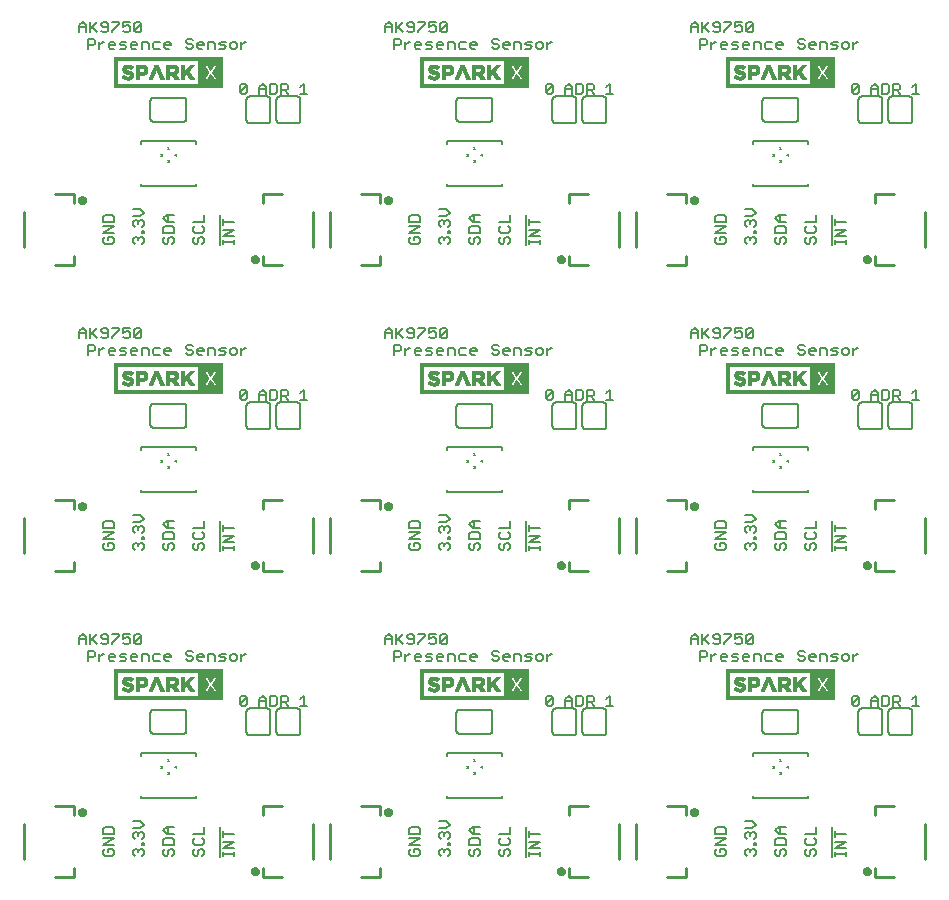
<source format=gto>
G75*
%MOIN*%
%OFA0B0*%
%FSLAX25Y25*%
%IPPOS*%
%LPD*%
%AMOC8*
5,1,8,0,0,1.08239X$1,22.5*
%
%ADD10C,0.00600*%
%ADD11C,0.01000*%
%ADD12C,0.01575*%
%ADD13C,0.00039*%
%ADD14C,0.00800*%
%ADD15C,0.00100*%
D10*
X0084630Y0029367D02*
X0085198Y0028800D01*
X0087466Y0028800D01*
X0088033Y0029367D01*
X0088033Y0030501D01*
X0087466Y0031069D01*
X0086332Y0031069D01*
X0086332Y0029934D01*
X0085198Y0031069D02*
X0084630Y0030501D01*
X0084630Y0029367D01*
X0084630Y0032483D02*
X0088033Y0034752D01*
X0084630Y0034752D01*
X0084630Y0036166D02*
X0084630Y0037868D01*
X0085198Y0038435D01*
X0087466Y0038435D01*
X0088033Y0037868D01*
X0088033Y0036166D01*
X0084630Y0036166D01*
X0084630Y0032483D02*
X0088033Y0032483D01*
X0094630Y0030501D02*
X0094630Y0029367D01*
X0095198Y0028800D01*
X0096332Y0029934D02*
X0096332Y0030501D01*
X0096899Y0031069D01*
X0097466Y0031069D01*
X0098033Y0030501D01*
X0098033Y0029367D01*
X0097466Y0028800D01*
X0096332Y0030501D02*
X0095765Y0031069D01*
X0095198Y0031069D01*
X0094630Y0030501D01*
X0097466Y0032483D02*
X0097466Y0033050D01*
X0098033Y0033050D01*
X0098033Y0032483D01*
X0097466Y0032483D01*
X0097466Y0034325D02*
X0098033Y0034892D01*
X0098033Y0036026D01*
X0097466Y0036593D01*
X0096899Y0036593D01*
X0096332Y0036026D01*
X0096332Y0035459D01*
X0096332Y0036026D02*
X0095765Y0036593D01*
X0095198Y0036593D01*
X0094630Y0036026D01*
X0094630Y0034892D01*
X0095198Y0034325D01*
X0094630Y0038008D02*
X0096899Y0038008D01*
X0098033Y0039142D01*
X0096899Y0040276D01*
X0094630Y0040276D01*
X0104630Y0037301D02*
X0105765Y0036166D01*
X0108033Y0036166D01*
X0107466Y0034752D02*
X0108033Y0034185D01*
X0108033Y0032483D01*
X0104630Y0032483D01*
X0104630Y0034185D01*
X0105198Y0034752D01*
X0107466Y0034752D01*
X0106332Y0036166D02*
X0106332Y0038435D01*
X0105765Y0038435D02*
X0108033Y0038435D01*
X0105765Y0038435D02*
X0104630Y0037301D01*
X0105198Y0031069D02*
X0104630Y0030501D01*
X0104630Y0029367D01*
X0105198Y0028800D01*
X0105765Y0028800D01*
X0106332Y0029367D01*
X0106332Y0030501D01*
X0106899Y0031069D01*
X0107466Y0031069D01*
X0108033Y0030501D01*
X0108033Y0029367D01*
X0107466Y0028800D01*
X0114630Y0029367D02*
X0115198Y0028800D01*
X0115765Y0028800D01*
X0116332Y0029367D01*
X0116332Y0030501D01*
X0116899Y0031069D01*
X0117466Y0031069D01*
X0118033Y0030501D01*
X0118033Y0029367D01*
X0117466Y0028800D01*
X0114630Y0029367D02*
X0114630Y0030501D01*
X0115198Y0031069D01*
X0115198Y0032483D02*
X0117466Y0032483D01*
X0118033Y0033050D01*
X0118033Y0034185D01*
X0117466Y0034752D01*
X0118033Y0036166D02*
X0118033Y0038435D01*
X0118033Y0036166D02*
X0114630Y0036166D01*
X0115198Y0034752D02*
X0114630Y0034185D01*
X0114630Y0033050D01*
X0115198Y0032483D01*
X0123433Y0028500D02*
X0123433Y0038322D01*
X0124630Y0037207D02*
X0124630Y0034939D01*
X0124630Y0036073D02*
X0128033Y0036073D01*
X0128033Y0033524D02*
X0124630Y0033524D01*
X0124630Y0031255D02*
X0128033Y0033524D01*
X0128033Y0031255D02*
X0124630Y0031255D01*
X0124630Y0029934D02*
X0124630Y0028800D01*
X0124630Y0029367D02*
X0128033Y0029367D01*
X0128033Y0028800D02*
X0128033Y0029934D01*
X0133333Y0069100D02*
X0139333Y0069100D01*
X0139393Y0069102D01*
X0139454Y0069107D01*
X0139513Y0069116D01*
X0139572Y0069129D01*
X0139631Y0069145D01*
X0139688Y0069165D01*
X0139743Y0069188D01*
X0139798Y0069215D01*
X0139850Y0069244D01*
X0139901Y0069277D01*
X0139950Y0069313D01*
X0139996Y0069351D01*
X0140040Y0069393D01*
X0140082Y0069437D01*
X0140120Y0069483D01*
X0140156Y0069532D01*
X0140189Y0069583D01*
X0140218Y0069635D01*
X0140245Y0069690D01*
X0140268Y0069745D01*
X0140288Y0069802D01*
X0140304Y0069861D01*
X0140317Y0069920D01*
X0140326Y0069979D01*
X0140331Y0070040D01*
X0140333Y0070100D01*
X0140333Y0076900D01*
X0140331Y0076960D01*
X0140326Y0077021D01*
X0140317Y0077080D01*
X0140304Y0077139D01*
X0140288Y0077198D01*
X0140268Y0077255D01*
X0140245Y0077310D01*
X0140218Y0077365D01*
X0140189Y0077417D01*
X0140156Y0077468D01*
X0140120Y0077517D01*
X0140082Y0077563D01*
X0140040Y0077607D01*
X0139996Y0077649D01*
X0139950Y0077687D01*
X0139901Y0077723D01*
X0139850Y0077756D01*
X0139798Y0077785D01*
X0139743Y0077812D01*
X0139688Y0077835D01*
X0139631Y0077855D01*
X0139572Y0077871D01*
X0139513Y0077884D01*
X0139454Y0077893D01*
X0139393Y0077898D01*
X0139333Y0077900D01*
X0133333Y0077900D01*
X0133273Y0077898D01*
X0133212Y0077893D01*
X0133153Y0077884D01*
X0133094Y0077871D01*
X0133035Y0077855D01*
X0132978Y0077835D01*
X0132923Y0077812D01*
X0132868Y0077785D01*
X0132816Y0077756D01*
X0132765Y0077723D01*
X0132716Y0077687D01*
X0132670Y0077649D01*
X0132626Y0077607D01*
X0132584Y0077563D01*
X0132546Y0077517D01*
X0132510Y0077468D01*
X0132477Y0077417D01*
X0132448Y0077365D01*
X0132421Y0077310D01*
X0132398Y0077255D01*
X0132378Y0077198D01*
X0132362Y0077139D01*
X0132349Y0077080D01*
X0132340Y0077021D01*
X0132335Y0076960D01*
X0132333Y0076900D01*
X0132333Y0070100D01*
X0132335Y0070040D01*
X0132340Y0069979D01*
X0132349Y0069920D01*
X0132362Y0069861D01*
X0132378Y0069802D01*
X0132398Y0069745D01*
X0132421Y0069690D01*
X0132448Y0069635D01*
X0132477Y0069583D01*
X0132510Y0069532D01*
X0132546Y0069483D01*
X0132584Y0069437D01*
X0132626Y0069393D01*
X0132670Y0069351D01*
X0132716Y0069313D01*
X0132765Y0069277D01*
X0132816Y0069244D01*
X0132868Y0069215D01*
X0132923Y0069188D01*
X0132978Y0069165D01*
X0133035Y0069145D01*
X0133094Y0069129D01*
X0133153Y0069116D01*
X0133212Y0069107D01*
X0133273Y0069102D01*
X0133333Y0069100D01*
X0142333Y0070100D02*
X0142333Y0076900D01*
X0142335Y0076960D01*
X0142340Y0077021D01*
X0142349Y0077080D01*
X0142362Y0077139D01*
X0142378Y0077198D01*
X0142398Y0077255D01*
X0142421Y0077310D01*
X0142448Y0077365D01*
X0142477Y0077417D01*
X0142510Y0077468D01*
X0142546Y0077517D01*
X0142584Y0077563D01*
X0142626Y0077607D01*
X0142670Y0077649D01*
X0142716Y0077687D01*
X0142765Y0077723D01*
X0142816Y0077756D01*
X0142868Y0077785D01*
X0142923Y0077812D01*
X0142978Y0077835D01*
X0143035Y0077855D01*
X0143094Y0077871D01*
X0143153Y0077884D01*
X0143212Y0077893D01*
X0143273Y0077898D01*
X0143333Y0077900D01*
X0149333Y0077900D01*
X0149393Y0077898D01*
X0149454Y0077893D01*
X0149513Y0077884D01*
X0149572Y0077871D01*
X0149631Y0077855D01*
X0149688Y0077835D01*
X0149743Y0077812D01*
X0149798Y0077785D01*
X0149850Y0077756D01*
X0149901Y0077723D01*
X0149950Y0077687D01*
X0149996Y0077649D01*
X0150040Y0077607D01*
X0150082Y0077563D01*
X0150120Y0077517D01*
X0150156Y0077468D01*
X0150189Y0077417D01*
X0150218Y0077365D01*
X0150245Y0077310D01*
X0150268Y0077255D01*
X0150288Y0077198D01*
X0150304Y0077139D01*
X0150317Y0077080D01*
X0150326Y0077021D01*
X0150331Y0076960D01*
X0150333Y0076900D01*
X0150333Y0070100D01*
X0150331Y0070040D01*
X0150326Y0069979D01*
X0150317Y0069920D01*
X0150304Y0069861D01*
X0150288Y0069802D01*
X0150268Y0069745D01*
X0150245Y0069690D01*
X0150218Y0069635D01*
X0150189Y0069583D01*
X0150156Y0069532D01*
X0150120Y0069483D01*
X0150082Y0069437D01*
X0150040Y0069393D01*
X0149996Y0069351D01*
X0149950Y0069313D01*
X0149901Y0069277D01*
X0149850Y0069244D01*
X0149798Y0069215D01*
X0149743Y0069188D01*
X0149688Y0069165D01*
X0149631Y0069145D01*
X0149572Y0069129D01*
X0149513Y0069116D01*
X0149454Y0069107D01*
X0149393Y0069102D01*
X0149333Y0069100D01*
X0143333Y0069100D01*
X0143273Y0069102D01*
X0143212Y0069107D01*
X0143153Y0069116D01*
X0143094Y0069129D01*
X0143035Y0069145D01*
X0142978Y0069165D01*
X0142923Y0069188D01*
X0142868Y0069215D01*
X0142816Y0069244D01*
X0142765Y0069277D01*
X0142716Y0069313D01*
X0142670Y0069351D01*
X0142626Y0069393D01*
X0142584Y0069437D01*
X0142546Y0069483D01*
X0142510Y0069532D01*
X0142477Y0069583D01*
X0142448Y0069635D01*
X0142421Y0069690D01*
X0142398Y0069745D01*
X0142378Y0069802D01*
X0142362Y0069861D01*
X0142349Y0069920D01*
X0142340Y0069979D01*
X0142335Y0070040D01*
X0142333Y0070100D01*
X0141993Y0078800D02*
X0140292Y0078800D01*
X0140292Y0082203D01*
X0141993Y0082203D01*
X0142560Y0081636D01*
X0142560Y0079367D01*
X0141993Y0078800D01*
X0143975Y0078800D02*
X0143975Y0082203D01*
X0145676Y0082203D01*
X0146244Y0081636D01*
X0146244Y0080501D01*
X0145676Y0079934D01*
X0143975Y0079934D01*
X0145109Y0079934D02*
X0146244Y0078800D01*
X0150292Y0078800D02*
X0152560Y0078800D01*
X0151426Y0078800D02*
X0151426Y0082203D01*
X0150292Y0081069D01*
X0138877Y0081069D02*
X0138877Y0078800D01*
X0138877Y0080501D02*
X0136609Y0080501D01*
X0136609Y0081069D02*
X0136609Y0078800D01*
X0136609Y0081069D02*
X0137743Y0082203D01*
X0138877Y0081069D01*
X0132560Y0081636D02*
X0130292Y0079367D01*
X0130859Y0078800D01*
X0131993Y0078800D01*
X0132560Y0079367D01*
X0132560Y0081636D01*
X0131993Y0082203D01*
X0130859Y0082203D01*
X0130292Y0081636D01*
X0130292Y0079367D01*
X0130574Y0093800D02*
X0130574Y0096069D01*
X0131708Y0096069D02*
X0132275Y0096069D01*
X0131708Y0096069D02*
X0130574Y0094934D01*
X0129159Y0094367D02*
X0128592Y0093800D01*
X0127458Y0093800D01*
X0126891Y0094367D01*
X0126891Y0095501D01*
X0127458Y0096069D01*
X0128592Y0096069D01*
X0129159Y0095501D01*
X0129159Y0094367D01*
X0125476Y0094367D02*
X0124909Y0093800D01*
X0123207Y0093800D01*
X0123775Y0094934D02*
X0123207Y0095501D01*
X0123775Y0096069D01*
X0125476Y0096069D01*
X0124909Y0094934D02*
X0123775Y0094934D01*
X0124909Y0094934D02*
X0125476Y0094367D01*
X0121793Y0093800D02*
X0121793Y0095501D01*
X0121226Y0096069D01*
X0119524Y0096069D01*
X0119524Y0093800D01*
X0118110Y0094934D02*
X0115841Y0094934D01*
X0115841Y0094367D02*
X0115841Y0095501D01*
X0116408Y0096069D01*
X0117543Y0096069D01*
X0118110Y0095501D01*
X0118110Y0094934D01*
X0117543Y0093800D02*
X0116408Y0093800D01*
X0115841Y0094367D01*
X0114427Y0094367D02*
X0113859Y0093800D01*
X0112725Y0093800D01*
X0112158Y0094367D01*
X0112725Y0095501D02*
X0113859Y0095501D01*
X0114427Y0094934D01*
X0114427Y0094367D01*
X0112725Y0095501D02*
X0112158Y0096069D01*
X0112158Y0096636D01*
X0112725Y0097203D01*
X0113859Y0097203D01*
X0114427Y0096636D01*
X0107060Y0095501D02*
X0107060Y0094934D01*
X0104792Y0094934D01*
X0104792Y0094367D02*
X0104792Y0095501D01*
X0105359Y0096069D01*
X0106493Y0096069D01*
X0107060Y0095501D01*
X0106493Y0093800D02*
X0105359Y0093800D01*
X0104792Y0094367D01*
X0103377Y0093800D02*
X0101676Y0093800D01*
X0101109Y0094367D01*
X0101109Y0095501D01*
X0101676Y0096069D01*
X0103377Y0096069D01*
X0099694Y0095501D02*
X0099694Y0093800D01*
X0099694Y0095501D02*
X0099127Y0096069D01*
X0097425Y0096069D01*
X0097425Y0093800D01*
X0096011Y0094934D02*
X0093742Y0094934D01*
X0093742Y0094367D02*
X0093742Y0095501D01*
X0094309Y0096069D01*
X0095444Y0096069D01*
X0096011Y0095501D01*
X0096011Y0094934D01*
X0095444Y0093800D02*
X0094309Y0093800D01*
X0093742Y0094367D01*
X0092328Y0094367D02*
X0091761Y0093800D01*
X0090059Y0093800D01*
X0090626Y0094934D02*
X0090059Y0095501D01*
X0090626Y0096069D01*
X0092328Y0096069D01*
X0091761Y0094934D02*
X0090626Y0094934D01*
X0091761Y0094934D02*
X0092328Y0094367D01*
X0088645Y0094934D02*
X0086376Y0094934D01*
X0086376Y0094367D02*
X0086376Y0095501D01*
X0086943Y0096069D01*
X0088077Y0096069D01*
X0088645Y0095501D01*
X0088645Y0094934D01*
X0088077Y0093800D02*
X0086943Y0093800D01*
X0086376Y0094367D01*
X0085008Y0096069D02*
X0084441Y0096069D01*
X0083307Y0094934D01*
X0083307Y0093800D02*
X0083307Y0096069D01*
X0081892Y0096636D02*
X0081892Y0095501D01*
X0081325Y0094934D01*
X0079624Y0094934D01*
X0079624Y0093800D02*
X0079624Y0097203D01*
X0081325Y0097203D01*
X0081892Y0096636D01*
X0082536Y0099300D02*
X0080834Y0101001D01*
X0080267Y0100434D02*
X0082536Y0102703D01*
X0083950Y0102136D02*
X0083950Y0101569D01*
X0084517Y0101001D01*
X0086219Y0101001D01*
X0086219Y0099867D02*
X0086219Y0102136D01*
X0085652Y0102703D01*
X0084517Y0102703D01*
X0083950Y0102136D01*
X0083950Y0099867D02*
X0084517Y0099300D01*
X0085652Y0099300D01*
X0086219Y0099867D01*
X0087633Y0099867D02*
X0087633Y0099300D01*
X0087633Y0099867D02*
X0089902Y0102136D01*
X0089902Y0102703D01*
X0087633Y0102703D01*
X0091316Y0102703D02*
X0091316Y0101001D01*
X0092451Y0101569D01*
X0093018Y0101569D01*
X0093585Y0101001D01*
X0093585Y0099867D01*
X0093018Y0099300D01*
X0091884Y0099300D01*
X0091316Y0099867D01*
X0091316Y0102703D02*
X0093585Y0102703D01*
X0095000Y0102136D02*
X0095567Y0102703D01*
X0096701Y0102703D01*
X0097268Y0102136D01*
X0095000Y0099867D01*
X0095567Y0099300D01*
X0096701Y0099300D01*
X0097268Y0099867D01*
X0097268Y0102136D01*
X0095000Y0102136D02*
X0095000Y0099867D01*
X0080267Y0099300D02*
X0080267Y0102703D01*
X0078852Y0101569D02*
X0078852Y0099300D01*
X0078852Y0101001D02*
X0076584Y0101001D01*
X0076584Y0101569D02*
X0077718Y0102703D01*
X0078852Y0101569D01*
X0076584Y0101569D02*
X0076584Y0099300D01*
X0100333Y0076500D02*
X0100333Y0070500D01*
X0100335Y0070440D01*
X0100340Y0070379D01*
X0100349Y0070320D01*
X0100362Y0070261D01*
X0100378Y0070202D01*
X0100398Y0070145D01*
X0100421Y0070090D01*
X0100448Y0070035D01*
X0100477Y0069983D01*
X0100510Y0069932D01*
X0100546Y0069883D01*
X0100584Y0069837D01*
X0100626Y0069793D01*
X0100670Y0069751D01*
X0100716Y0069713D01*
X0100765Y0069677D01*
X0100816Y0069644D01*
X0100868Y0069615D01*
X0100923Y0069588D01*
X0100978Y0069565D01*
X0101035Y0069545D01*
X0101094Y0069529D01*
X0101153Y0069516D01*
X0101212Y0069507D01*
X0101273Y0069502D01*
X0101333Y0069500D01*
X0111333Y0069500D01*
X0111393Y0069502D01*
X0111454Y0069507D01*
X0111513Y0069516D01*
X0111572Y0069529D01*
X0111631Y0069545D01*
X0111688Y0069565D01*
X0111743Y0069588D01*
X0111798Y0069615D01*
X0111850Y0069644D01*
X0111901Y0069677D01*
X0111950Y0069713D01*
X0111996Y0069751D01*
X0112040Y0069793D01*
X0112082Y0069837D01*
X0112120Y0069883D01*
X0112156Y0069932D01*
X0112189Y0069983D01*
X0112218Y0070035D01*
X0112245Y0070090D01*
X0112268Y0070145D01*
X0112288Y0070202D01*
X0112304Y0070261D01*
X0112317Y0070320D01*
X0112326Y0070379D01*
X0112331Y0070440D01*
X0112333Y0070500D01*
X0112333Y0076500D01*
X0112331Y0076560D01*
X0112326Y0076621D01*
X0112317Y0076680D01*
X0112304Y0076739D01*
X0112288Y0076798D01*
X0112268Y0076855D01*
X0112245Y0076910D01*
X0112218Y0076965D01*
X0112189Y0077017D01*
X0112156Y0077068D01*
X0112120Y0077117D01*
X0112082Y0077163D01*
X0112040Y0077207D01*
X0111996Y0077249D01*
X0111950Y0077287D01*
X0111901Y0077323D01*
X0111850Y0077356D01*
X0111798Y0077385D01*
X0111743Y0077412D01*
X0111688Y0077435D01*
X0111631Y0077455D01*
X0111572Y0077471D01*
X0111513Y0077484D01*
X0111454Y0077493D01*
X0111393Y0077498D01*
X0111333Y0077500D01*
X0101333Y0077500D01*
X0101273Y0077498D01*
X0101212Y0077493D01*
X0101153Y0077484D01*
X0101094Y0077471D01*
X0101035Y0077455D01*
X0100978Y0077435D01*
X0100923Y0077412D01*
X0100868Y0077385D01*
X0100816Y0077356D01*
X0100765Y0077323D01*
X0100716Y0077287D01*
X0100670Y0077249D01*
X0100626Y0077207D01*
X0100584Y0077163D01*
X0100546Y0077117D01*
X0100510Y0077068D01*
X0100477Y0077017D01*
X0100448Y0076965D01*
X0100421Y0076910D01*
X0100398Y0076855D01*
X0100378Y0076798D01*
X0100362Y0076739D01*
X0100349Y0076680D01*
X0100340Y0076621D01*
X0100335Y0076560D01*
X0100333Y0076500D01*
X0097466Y0130800D02*
X0098033Y0131367D01*
X0098033Y0132501D01*
X0097466Y0133069D01*
X0096899Y0133069D01*
X0096332Y0132501D01*
X0096332Y0131934D01*
X0096332Y0132501D02*
X0095765Y0133069D01*
X0095198Y0133069D01*
X0094630Y0132501D01*
X0094630Y0131367D01*
X0095198Y0130800D01*
X0097466Y0134483D02*
X0097466Y0135050D01*
X0098033Y0135050D01*
X0098033Y0134483D01*
X0097466Y0134483D01*
X0097466Y0136325D02*
X0098033Y0136892D01*
X0098033Y0138026D01*
X0097466Y0138593D01*
X0096899Y0138593D01*
X0096332Y0138026D01*
X0096332Y0137459D01*
X0096332Y0138026D02*
X0095765Y0138593D01*
X0095198Y0138593D01*
X0094630Y0138026D01*
X0094630Y0136892D01*
X0095198Y0136325D01*
X0094630Y0140008D02*
X0096899Y0140008D01*
X0098033Y0141142D01*
X0096899Y0142276D01*
X0094630Y0142276D01*
X0088033Y0139868D02*
X0087466Y0140435D01*
X0085198Y0140435D01*
X0084630Y0139868D01*
X0084630Y0138166D01*
X0088033Y0138166D01*
X0088033Y0139868D01*
X0088033Y0136752D02*
X0084630Y0136752D01*
X0084630Y0134483D02*
X0088033Y0136752D01*
X0088033Y0134483D02*
X0084630Y0134483D01*
X0085198Y0133069D02*
X0084630Y0132501D01*
X0084630Y0131367D01*
X0085198Y0130800D01*
X0087466Y0130800D01*
X0088033Y0131367D01*
X0088033Y0132501D01*
X0087466Y0133069D01*
X0086332Y0133069D01*
X0086332Y0131934D01*
X0104630Y0131367D02*
X0105198Y0130800D01*
X0105765Y0130800D01*
X0106332Y0131367D01*
X0106332Y0132501D01*
X0106899Y0133069D01*
X0107466Y0133069D01*
X0108033Y0132501D01*
X0108033Y0131367D01*
X0107466Y0130800D01*
X0104630Y0131367D02*
X0104630Y0132501D01*
X0105198Y0133069D01*
X0104630Y0134483D02*
X0104630Y0136185D01*
X0105198Y0136752D01*
X0107466Y0136752D01*
X0108033Y0136185D01*
X0108033Y0134483D01*
X0104630Y0134483D01*
X0105765Y0138166D02*
X0104630Y0139301D01*
X0105765Y0140435D01*
X0108033Y0140435D01*
X0106332Y0140435D02*
X0106332Y0138166D01*
X0105765Y0138166D02*
X0108033Y0138166D01*
X0114630Y0138166D02*
X0118033Y0138166D01*
X0118033Y0140435D01*
X0117466Y0136752D02*
X0118033Y0136185D01*
X0118033Y0135050D01*
X0117466Y0134483D01*
X0115198Y0134483D01*
X0114630Y0135050D01*
X0114630Y0136185D01*
X0115198Y0136752D01*
X0115198Y0133069D02*
X0114630Y0132501D01*
X0114630Y0131367D01*
X0115198Y0130800D01*
X0115765Y0130800D01*
X0116332Y0131367D01*
X0116332Y0132501D01*
X0116899Y0133069D01*
X0117466Y0133069D01*
X0118033Y0132501D01*
X0118033Y0131367D01*
X0117466Y0130800D01*
X0123433Y0130500D02*
X0123433Y0140322D01*
X0124630Y0139207D02*
X0124630Y0136939D01*
X0124630Y0138073D02*
X0128033Y0138073D01*
X0128033Y0135524D02*
X0124630Y0135524D01*
X0124630Y0133255D02*
X0128033Y0135524D01*
X0128033Y0133255D02*
X0124630Y0133255D01*
X0124630Y0131934D02*
X0124630Y0130800D01*
X0124630Y0131367D02*
X0128033Y0131367D01*
X0128033Y0130800D02*
X0128033Y0131934D01*
X0133333Y0171100D02*
X0139333Y0171100D01*
X0139393Y0171102D01*
X0139454Y0171107D01*
X0139513Y0171116D01*
X0139572Y0171129D01*
X0139631Y0171145D01*
X0139688Y0171165D01*
X0139743Y0171188D01*
X0139798Y0171215D01*
X0139850Y0171244D01*
X0139901Y0171277D01*
X0139950Y0171313D01*
X0139996Y0171351D01*
X0140040Y0171393D01*
X0140082Y0171437D01*
X0140120Y0171483D01*
X0140156Y0171532D01*
X0140189Y0171583D01*
X0140218Y0171635D01*
X0140245Y0171690D01*
X0140268Y0171745D01*
X0140288Y0171802D01*
X0140304Y0171861D01*
X0140317Y0171920D01*
X0140326Y0171979D01*
X0140331Y0172040D01*
X0140333Y0172100D01*
X0140333Y0178900D01*
X0140331Y0178960D01*
X0140326Y0179021D01*
X0140317Y0179080D01*
X0140304Y0179139D01*
X0140288Y0179198D01*
X0140268Y0179255D01*
X0140245Y0179310D01*
X0140218Y0179365D01*
X0140189Y0179417D01*
X0140156Y0179468D01*
X0140120Y0179517D01*
X0140082Y0179563D01*
X0140040Y0179607D01*
X0139996Y0179649D01*
X0139950Y0179687D01*
X0139901Y0179723D01*
X0139850Y0179756D01*
X0139798Y0179785D01*
X0139743Y0179812D01*
X0139688Y0179835D01*
X0139631Y0179855D01*
X0139572Y0179871D01*
X0139513Y0179884D01*
X0139454Y0179893D01*
X0139393Y0179898D01*
X0139333Y0179900D01*
X0133333Y0179900D01*
X0133273Y0179898D01*
X0133212Y0179893D01*
X0133153Y0179884D01*
X0133094Y0179871D01*
X0133035Y0179855D01*
X0132978Y0179835D01*
X0132923Y0179812D01*
X0132868Y0179785D01*
X0132816Y0179756D01*
X0132765Y0179723D01*
X0132716Y0179687D01*
X0132670Y0179649D01*
X0132626Y0179607D01*
X0132584Y0179563D01*
X0132546Y0179517D01*
X0132510Y0179468D01*
X0132477Y0179417D01*
X0132448Y0179365D01*
X0132421Y0179310D01*
X0132398Y0179255D01*
X0132378Y0179198D01*
X0132362Y0179139D01*
X0132349Y0179080D01*
X0132340Y0179021D01*
X0132335Y0178960D01*
X0132333Y0178900D01*
X0132333Y0172100D01*
X0132335Y0172040D01*
X0132340Y0171979D01*
X0132349Y0171920D01*
X0132362Y0171861D01*
X0132378Y0171802D01*
X0132398Y0171745D01*
X0132421Y0171690D01*
X0132448Y0171635D01*
X0132477Y0171583D01*
X0132510Y0171532D01*
X0132546Y0171483D01*
X0132584Y0171437D01*
X0132626Y0171393D01*
X0132670Y0171351D01*
X0132716Y0171313D01*
X0132765Y0171277D01*
X0132816Y0171244D01*
X0132868Y0171215D01*
X0132923Y0171188D01*
X0132978Y0171165D01*
X0133035Y0171145D01*
X0133094Y0171129D01*
X0133153Y0171116D01*
X0133212Y0171107D01*
X0133273Y0171102D01*
X0133333Y0171100D01*
X0142333Y0172100D02*
X0142333Y0178900D01*
X0142335Y0178960D01*
X0142340Y0179021D01*
X0142349Y0179080D01*
X0142362Y0179139D01*
X0142378Y0179198D01*
X0142398Y0179255D01*
X0142421Y0179310D01*
X0142448Y0179365D01*
X0142477Y0179417D01*
X0142510Y0179468D01*
X0142546Y0179517D01*
X0142584Y0179563D01*
X0142626Y0179607D01*
X0142670Y0179649D01*
X0142716Y0179687D01*
X0142765Y0179723D01*
X0142816Y0179756D01*
X0142868Y0179785D01*
X0142923Y0179812D01*
X0142978Y0179835D01*
X0143035Y0179855D01*
X0143094Y0179871D01*
X0143153Y0179884D01*
X0143212Y0179893D01*
X0143273Y0179898D01*
X0143333Y0179900D01*
X0149333Y0179900D01*
X0149393Y0179898D01*
X0149454Y0179893D01*
X0149513Y0179884D01*
X0149572Y0179871D01*
X0149631Y0179855D01*
X0149688Y0179835D01*
X0149743Y0179812D01*
X0149798Y0179785D01*
X0149850Y0179756D01*
X0149901Y0179723D01*
X0149950Y0179687D01*
X0149996Y0179649D01*
X0150040Y0179607D01*
X0150082Y0179563D01*
X0150120Y0179517D01*
X0150156Y0179468D01*
X0150189Y0179417D01*
X0150218Y0179365D01*
X0150245Y0179310D01*
X0150268Y0179255D01*
X0150288Y0179198D01*
X0150304Y0179139D01*
X0150317Y0179080D01*
X0150326Y0179021D01*
X0150331Y0178960D01*
X0150333Y0178900D01*
X0150333Y0172100D01*
X0150331Y0172040D01*
X0150326Y0171979D01*
X0150317Y0171920D01*
X0150304Y0171861D01*
X0150288Y0171802D01*
X0150268Y0171745D01*
X0150245Y0171690D01*
X0150218Y0171635D01*
X0150189Y0171583D01*
X0150156Y0171532D01*
X0150120Y0171483D01*
X0150082Y0171437D01*
X0150040Y0171393D01*
X0149996Y0171351D01*
X0149950Y0171313D01*
X0149901Y0171277D01*
X0149850Y0171244D01*
X0149798Y0171215D01*
X0149743Y0171188D01*
X0149688Y0171165D01*
X0149631Y0171145D01*
X0149572Y0171129D01*
X0149513Y0171116D01*
X0149454Y0171107D01*
X0149393Y0171102D01*
X0149333Y0171100D01*
X0143333Y0171100D01*
X0143273Y0171102D01*
X0143212Y0171107D01*
X0143153Y0171116D01*
X0143094Y0171129D01*
X0143035Y0171145D01*
X0142978Y0171165D01*
X0142923Y0171188D01*
X0142868Y0171215D01*
X0142816Y0171244D01*
X0142765Y0171277D01*
X0142716Y0171313D01*
X0142670Y0171351D01*
X0142626Y0171393D01*
X0142584Y0171437D01*
X0142546Y0171483D01*
X0142510Y0171532D01*
X0142477Y0171583D01*
X0142448Y0171635D01*
X0142421Y0171690D01*
X0142398Y0171745D01*
X0142378Y0171802D01*
X0142362Y0171861D01*
X0142349Y0171920D01*
X0142340Y0171979D01*
X0142335Y0172040D01*
X0142333Y0172100D01*
X0141993Y0180800D02*
X0140292Y0180800D01*
X0140292Y0184203D01*
X0141993Y0184203D01*
X0142560Y0183636D01*
X0142560Y0181367D01*
X0141993Y0180800D01*
X0143975Y0180800D02*
X0143975Y0184203D01*
X0145676Y0184203D01*
X0146244Y0183636D01*
X0146244Y0182501D01*
X0145676Y0181934D01*
X0143975Y0181934D01*
X0145109Y0181934D02*
X0146244Y0180800D01*
X0150292Y0180800D02*
X0152560Y0180800D01*
X0151426Y0180800D02*
X0151426Y0184203D01*
X0150292Y0183069D01*
X0138877Y0183069D02*
X0138877Y0180800D01*
X0138877Y0182501D02*
X0136609Y0182501D01*
X0136609Y0183069D02*
X0137743Y0184203D01*
X0138877Y0183069D01*
X0136609Y0183069D02*
X0136609Y0180800D01*
X0132560Y0181367D02*
X0131993Y0180800D01*
X0130859Y0180800D01*
X0130292Y0181367D01*
X0132560Y0183636D01*
X0132560Y0181367D01*
X0130292Y0181367D02*
X0130292Y0183636D01*
X0130859Y0184203D01*
X0131993Y0184203D01*
X0132560Y0183636D01*
X0130574Y0195800D02*
X0130574Y0198069D01*
X0131708Y0198069D02*
X0132275Y0198069D01*
X0131708Y0198069D02*
X0130574Y0196934D01*
X0129159Y0196367D02*
X0129159Y0197501D01*
X0128592Y0198069D01*
X0127458Y0198069D01*
X0126891Y0197501D01*
X0126891Y0196367D01*
X0127458Y0195800D01*
X0128592Y0195800D01*
X0129159Y0196367D01*
X0125476Y0196367D02*
X0124909Y0196934D01*
X0123775Y0196934D01*
X0123207Y0197501D01*
X0123775Y0198069D01*
X0125476Y0198069D01*
X0125476Y0196367D02*
X0124909Y0195800D01*
X0123207Y0195800D01*
X0121793Y0195800D02*
X0121793Y0197501D01*
X0121226Y0198069D01*
X0119524Y0198069D01*
X0119524Y0195800D01*
X0118110Y0196934D02*
X0115841Y0196934D01*
X0115841Y0196367D02*
X0115841Y0197501D01*
X0116408Y0198069D01*
X0117543Y0198069D01*
X0118110Y0197501D01*
X0118110Y0196934D01*
X0117543Y0195800D02*
X0116408Y0195800D01*
X0115841Y0196367D01*
X0114427Y0196367D02*
X0113859Y0195800D01*
X0112725Y0195800D01*
X0112158Y0196367D01*
X0112725Y0197501D02*
X0113859Y0197501D01*
X0114427Y0196934D01*
X0114427Y0196367D01*
X0112725Y0197501D02*
X0112158Y0198069D01*
X0112158Y0198636D01*
X0112725Y0199203D01*
X0113859Y0199203D01*
X0114427Y0198636D01*
X0107060Y0197501D02*
X0107060Y0196934D01*
X0104792Y0196934D01*
X0104792Y0196367D02*
X0104792Y0197501D01*
X0105359Y0198069D01*
X0106493Y0198069D01*
X0107060Y0197501D01*
X0106493Y0195800D02*
X0105359Y0195800D01*
X0104792Y0196367D01*
X0103377Y0195800D02*
X0101676Y0195800D01*
X0101109Y0196367D01*
X0101109Y0197501D01*
X0101676Y0198069D01*
X0103377Y0198069D01*
X0099694Y0197501D02*
X0099694Y0195800D01*
X0099694Y0197501D02*
X0099127Y0198069D01*
X0097425Y0198069D01*
X0097425Y0195800D01*
X0096011Y0196934D02*
X0093742Y0196934D01*
X0093742Y0196367D02*
X0093742Y0197501D01*
X0094309Y0198069D01*
X0095444Y0198069D01*
X0096011Y0197501D01*
X0096011Y0196934D01*
X0095444Y0195800D02*
X0094309Y0195800D01*
X0093742Y0196367D01*
X0092328Y0196367D02*
X0091761Y0196934D01*
X0090626Y0196934D01*
X0090059Y0197501D01*
X0090626Y0198069D01*
X0092328Y0198069D01*
X0092328Y0196367D02*
X0091761Y0195800D01*
X0090059Y0195800D01*
X0088645Y0196934D02*
X0086376Y0196934D01*
X0086376Y0196367D02*
X0086376Y0197501D01*
X0086943Y0198069D01*
X0088077Y0198069D01*
X0088645Y0197501D01*
X0088645Y0196934D01*
X0088077Y0195800D02*
X0086943Y0195800D01*
X0086376Y0196367D01*
X0085008Y0198069D02*
X0084441Y0198069D01*
X0083307Y0196934D01*
X0083307Y0195800D02*
X0083307Y0198069D01*
X0081892Y0198636D02*
X0081892Y0197501D01*
X0081325Y0196934D01*
X0079624Y0196934D01*
X0079624Y0195800D02*
X0079624Y0199203D01*
X0081325Y0199203D01*
X0081892Y0198636D01*
X0082536Y0201300D02*
X0080834Y0203001D01*
X0080267Y0202434D02*
X0082536Y0204703D01*
X0083950Y0204136D02*
X0083950Y0203569D01*
X0084517Y0203001D01*
X0086219Y0203001D01*
X0086219Y0201867D02*
X0086219Y0204136D01*
X0085652Y0204703D01*
X0084517Y0204703D01*
X0083950Y0204136D01*
X0083950Y0201867D02*
X0084517Y0201300D01*
X0085652Y0201300D01*
X0086219Y0201867D01*
X0087633Y0201867D02*
X0087633Y0201300D01*
X0087633Y0201867D02*
X0089902Y0204136D01*
X0089902Y0204703D01*
X0087633Y0204703D01*
X0091316Y0204703D02*
X0091316Y0203001D01*
X0092451Y0203569D01*
X0093018Y0203569D01*
X0093585Y0203001D01*
X0093585Y0201867D01*
X0093018Y0201300D01*
X0091884Y0201300D01*
X0091316Y0201867D01*
X0091316Y0204703D02*
X0093585Y0204703D01*
X0095000Y0204136D02*
X0095567Y0204703D01*
X0096701Y0204703D01*
X0097268Y0204136D01*
X0095000Y0201867D01*
X0095567Y0201300D01*
X0096701Y0201300D01*
X0097268Y0201867D01*
X0097268Y0204136D01*
X0095000Y0204136D02*
X0095000Y0201867D01*
X0080267Y0201300D02*
X0080267Y0204703D01*
X0078852Y0203569D02*
X0078852Y0201300D01*
X0078852Y0203001D02*
X0076584Y0203001D01*
X0076584Y0203569D02*
X0077718Y0204703D01*
X0078852Y0203569D01*
X0076584Y0203569D02*
X0076584Y0201300D01*
X0100333Y0178500D02*
X0100333Y0172500D01*
X0100335Y0172440D01*
X0100340Y0172379D01*
X0100349Y0172320D01*
X0100362Y0172261D01*
X0100378Y0172202D01*
X0100398Y0172145D01*
X0100421Y0172090D01*
X0100448Y0172035D01*
X0100477Y0171983D01*
X0100510Y0171932D01*
X0100546Y0171883D01*
X0100584Y0171837D01*
X0100626Y0171793D01*
X0100670Y0171751D01*
X0100716Y0171713D01*
X0100765Y0171677D01*
X0100816Y0171644D01*
X0100868Y0171615D01*
X0100923Y0171588D01*
X0100978Y0171565D01*
X0101035Y0171545D01*
X0101094Y0171529D01*
X0101153Y0171516D01*
X0101212Y0171507D01*
X0101273Y0171502D01*
X0101333Y0171500D01*
X0111333Y0171500D01*
X0111393Y0171502D01*
X0111454Y0171507D01*
X0111513Y0171516D01*
X0111572Y0171529D01*
X0111631Y0171545D01*
X0111688Y0171565D01*
X0111743Y0171588D01*
X0111798Y0171615D01*
X0111850Y0171644D01*
X0111901Y0171677D01*
X0111950Y0171713D01*
X0111996Y0171751D01*
X0112040Y0171793D01*
X0112082Y0171837D01*
X0112120Y0171883D01*
X0112156Y0171932D01*
X0112189Y0171983D01*
X0112218Y0172035D01*
X0112245Y0172090D01*
X0112268Y0172145D01*
X0112288Y0172202D01*
X0112304Y0172261D01*
X0112317Y0172320D01*
X0112326Y0172379D01*
X0112331Y0172440D01*
X0112333Y0172500D01*
X0112333Y0178500D01*
X0112331Y0178560D01*
X0112326Y0178621D01*
X0112317Y0178680D01*
X0112304Y0178739D01*
X0112288Y0178798D01*
X0112268Y0178855D01*
X0112245Y0178910D01*
X0112218Y0178965D01*
X0112189Y0179017D01*
X0112156Y0179068D01*
X0112120Y0179117D01*
X0112082Y0179163D01*
X0112040Y0179207D01*
X0111996Y0179249D01*
X0111950Y0179287D01*
X0111901Y0179323D01*
X0111850Y0179356D01*
X0111798Y0179385D01*
X0111743Y0179412D01*
X0111688Y0179435D01*
X0111631Y0179455D01*
X0111572Y0179471D01*
X0111513Y0179484D01*
X0111454Y0179493D01*
X0111393Y0179498D01*
X0111333Y0179500D01*
X0101333Y0179500D01*
X0101273Y0179498D01*
X0101212Y0179493D01*
X0101153Y0179484D01*
X0101094Y0179471D01*
X0101035Y0179455D01*
X0100978Y0179435D01*
X0100923Y0179412D01*
X0100868Y0179385D01*
X0100816Y0179356D01*
X0100765Y0179323D01*
X0100716Y0179287D01*
X0100670Y0179249D01*
X0100626Y0179207D01*
X0100584Y0179163D01*
X0100546Y0179117D01*
X0100510Y0179068D01*
X0100477Y0179017D01*
X0100448Y0178965D01*
X0100421Y0178910D01*
X0100398Y0178855D01*
X0100378Y0178798D01*
X0100362Y0178739D01*
X0100349Y0178680D01*
X0100340Y0178621D01*
X0100335Y0178560D01*
X0100333Y0178500D01*
X0097466Y0232800D02*
X0098033Y0233367D01*
X0098033Y0234501D01*
X0097466Y0235069D01*
X0096899Y0235069D01*
X0096332Y0234501D01*
X0096332Y0233934D01*
X0096332Y0234501D02*
X0095765Y0235069D01*
X0095198Y0235069D01*
X0094630Y0234501D01*
X0094630Y0233367D01*
X0095198Y0232800D01*
X0097466Y0236483D02*
X0097466Y0237050D01*
X0098033Y0237050D01*
X0098033Y0236483D01*
X0097466Y0236483D01*
X0097466Y0238325D02*
X0098033Y0238892D01*
X0098033Y0240026D01*
X0097466Y0240593D01*
X0096899Y0240593D01*
X0096332Y0240026D01*
X0096332Y0239459D01*
X0096332Y0240026D02*
X0095765Y0240593D01*
X0095198Y0240593D01*
X0094630Y0240026D01*
X0094630Y0238892D01*
X0095198Y0238325D01*
X0094630Y0242008D02*
X0096899Y0242008D01*
X0098033Y0243142D01*
X0096899Y0244276D01*
X0094630Y0244276D01*
X0088033Y0241868D02*
X0088033Y0240166D01*
X0084630Y0240166D01*
X0084630Y0241868D01*
X0085198Y0242435D01*
X0087466Y0242435D01*
X0088033Y0241868D01*
X0088033Y0238752D02*
X0084630Y0238752D01*
X0084630Y0236483D02*
X0088033Y0238752D01*
X0088033Y0236483D02*
X0084630Y0236483D01*
X0085198Y0235069D02*
X0084630Y0234501D01*
X0084630Y0233367D01*
X0085198Y0232800D01*
X0087466Y0232800D01*
X0088033Y0233367D01*
X0088033Y0234501D01*
X0087466Y0235069D01*
X0086332Y0235069D01*
X0086332Y0233934D01*
X0104630Y0233367D02*
X0105198Y0232800D01*
X0105765Y0232800D01*
X0106332Y0233367D01*
X0106332Y0234501D01*
X0106899Y0235069D01*
X0107466Y0235069D01*
X0108033Y0234501D01*
X0108033Y0233367D01*
X0107466Y0232800D01*
X0104630Y0233367D02*
X0104630Y0234501D01*
X0105198Y0235069D01*
X0104630Y0236483D02*
X0104630Y0238185D01*
X0105198Y0238752D01*
X0107466Y0238752D01*
X0108033Y0238185D01*
X0108033Y0236483D01*
X0104630Y0236483D01*
X0105765Y0240166D02*
X0104630Y0241301D01*
X0105765Y0242435D01*
X0108033Y0242435D01*
X0106332Y0242435D02*
X0106332Y0240166D01*
X0105765Y0240166D02*
X0108033Y0240166D01*
X0114630Y0240166D02*
X0118033Y0240166D01*
X0118033Y0242435D01*
X0117466Y0238752D02*
X0118033Y0238185D01*
X0118033Y0237050D01*
X0117466Y0236483D01*
X0115198Y0236483D01*
X0114630Y0237050D01*
X0114630Y0238185D01*
X0115198Y0238752D01*
X0115198Y0235069D02*
X0114630Y0234501D01*
X0114630Y0233367D01*
X0115198Y0232800D01*
X0115765Y0232800D01*
X0116332Y0233367D01*
X0116332Y0234501D01*
X0116899Y0235069D01*
X0117466Y0235069D01*
X0118033Y0234501D01*
X0118033Y0233367D01*
X0117466Y0232800D01*
X0123433Y0232500D02*
X0123433Y0242322D01*
X0124630Y0241207D02*
X0124630Y0238939D01*
X0124630Y0240073D02*
X0128033Y0240073D01*
X0128033Y0237524D02*
X0124630Y0237524D01*
X0124630Y0235255D02*
X0128033Y0237524D01*
X0128033Y0235255D02*
X0124630Y0235255D01*
X0124630Y0233934D02*
X0124630Y0232800D01*
X0124630Y0233367D02*
X0128033Y0233367D01*
X0128033Y0232800D02*
X0128033Y0233934D01*
X0133333Y0273100D02*
X0139333Y0273100D01*
X0139393Y0273102D01*
X0139454Y0273107D01*
X0139513Y0273116D01*
X0139572Y0273129D01*
X0139631Y0273145D01*
X0139688Y0273165D01*
X0139743Y0273188D01*
X0139798Y0273215D01*
X0139850Y0273244D01*
X0139901Y0273277D01*
X0139950Y0273313D01*
X0139996Y0273351D01*
X0140040Y0273393D01*
X0140082Y0273437D01*
X0140120Y0273483D01*
X0140156Y0273532D01*
X0140189Y0273583D01*
X0140218Y0273635D01*
X0140245Y0273690D01*
X0140268Y0273745D01*
X0140288Y0273802D01*
X0140304Y0273861D01*
X0140317Y0273920D01*
X0140326Y0273979D01*
X0140331Y0274040D01*
X0140333Y0274100D01*
X0140333Y0280900D01*
X0140331Y0280960D01*
X0140326Y0281021D01*
X0140317Y0281080D01*
X0140304Y0281139D01*
X0140288Y0281198D01*
X0140268Y0281255D01*
X0140245Y0281310D01*
X0140218Y0281365D01*
X0140189Y0281417D01*
X0140156Y0281468D01*
X0140120Y0281517D01*
X0140082Y0281563D01*
X0140040Y0281607D01*
X0139996Y0281649D01*
X0139950Y0281687D01*
X0139901Y0281723D01*
X0139850Y0281756D01*
X0139798Y0281785D01*
X0139743Y0281812D01*
X0139688Y0281835D01*
X0139631Y0281855D01*
X0139572Y0281871D01*
X0139513Y0281884D01*
X0139454Y0281893D01*
X0139393Y0281898D01*
X0139333Y0281900D01*
X0133333Y0281900D01*
X0133273Y0281898D01*
X0133212Y0281893D01*
X0133153Y0281884D01*
X0133094Y0281871D01*
X0133035Y0281855D01*
X0132978Y0281835D01*
X0132923Y0281812D01*
X0132868Y0281785D01*
X0132816Y0281756D01*
X0132765Y0281723D01*
X0132716Y0281687D01*
X0132670Y0281649D01*
X0132626Y0281607D01*
X0132584Y0281563D01*
X0132546Y0281517D01*
X0132510Y0281468D01*
X0132477Y0281417D01*
X0132448Y0281365D01*
X0132421Y0281310D01*
X0132398Y0281255D01*
X0132378Y0281198D01*
X0132362Y0281139D01*
X0132349Y0281080D01*
X0132340Y0281021D01*
X0132335Y0280960D01*
X0132333Y0280900D01*
X0132333Y0274100D01*
X0132335Y0274040D01*
X0132340Y0273979D01*
X0132349Y0273920D01*
X0132362Y0273861D01*
X0132378Y0273802D01*
X0132398Y0273745D01*
X0132421Y0273690D01*
X0132448Y0273635D01*
X0132477Y0273583D01*
X0132510Y0273532D01*
X0132546Y0273483D01*
X0132584Y0273437D01*
X0132626Y0273393D01*
X0132670Y0273351D01*
X0132716Y0273313D01*
X0132765Y0273277D01*
X0132816Y0273244D01*
X0132868Y0273215D01*
X0132923Y0273188D01*
X0132978Y0273165D01*
X0133035Y0273145D01*
X0133094Y0273129D01*
X0133153Y0273116D01*
X0133212Y0273107D01*
X0133273Y0273102D01*
X0133333Y0273100D01*
X0142333Y0274100D02*
X0142333Y0280900D01*
X0142335Y0280960D01*
X0142340Y0281021D01*
X0142349Y0281080D01*
X0142362Y0281139D01*
X0142378Y0281198D01*
X0142398Y0281255D01*
X0142421Y0281310D01*
X0142448Y0281365D01*
X0142477Y0281417D01*
X0142510Y0281468D01*
X0142546Y0281517D01*
X0142584Y0281563D01*
X0142626Y0281607D01*
X0142670Y0281649D01*
X0142716Y0281687D01*
X0142765Y0281723D01*
X0142816Y0281756D01*
X0142868Y0281785D01*
X0142923Y0281812D01*
X0142978Y0281835D01*
X0143035Y0281855D01*
X0143094Y0281871D01*
X0143153Y0281884D01*
X0143212Y0281893D01*
X0143273Y0281898D01*
X0143333Y0281900D01*
X0149333Y0281900D01*
X0149393Y0281898D01*
X0149454Y0281893D01*
X0149513Y0281884D01*
X0149572Y0281871D01*
X0149631Y0281855D01*
X0149688Y0281835D01*
X0149743Y0281812D01*
X0149798Y0281785D01*
X0149850Y0281756D01*
X0149901Y0281723D01*
X0149950Y0281687D01*
X0149996Y0281649D01*
X0150040Y0281607D01*
X0150082Y0281563D01*
X0150120Y0281517D01*
X0150156Y0281468D01*
X0150189Y0281417D01*
X0150218Y0281365D01*
X0150245Y0281310D01*
X0150268Y0281255D01*
X0150288Y0281198D01*
X0150304Y0281139D01*
X0150317Y0281080D01*
X0150326Y0281021D01*
X0150331Y0280960D01*
X0150333Y0280900D01*
X0150333Y0274100D01*
X0150331Y0274040D01*
X0150326Y0273979D01*
X0150317Y0273920D01*
X0150304Y0273861D01*
X0150288Y0273802D01*
X0150268Y0273745D01*
X0150245Y0273690D01*
X0150218Y0273635D01*
X0150189Y0273583D01*
X0150156Y0273532D01*
X0150120Y0273483D01*
X0150082Y0273437D01*
X0150040Y0273393D01*
X0149996Y0273351D01*
X0149950Y0273313D01*
X0149901Y0273277D01*
X0149850Y0273244D01*
X0149798Y0273215D01*
X0149743Y0273188D01*
X0149688Y0273165D01*
X0149631Y0273145D01*
X0149572Y0273129D01*
X0149513Y0273116D01*
X0149454Y0273107D01*
X0149393Y0273102D01*
X0149333Y0273100D01*
X0143333Y0273100D01*
X0143273Y0273102D01*
X0143212Y0273107D01*
X0143153Y0273116D01*
X0143094Y0273129D01*
X0143035Y0273145D01*
X0142978Y0273165D01*
X0142923Y0273188D01*
X0142868Y0273215D01*
X0142816Y0273244D01*
X0142765Y0273277D01*
X0142716Y0273313D01*
X0142670Y0273351D01*
X0142626Y0273393D01*
X0142584Y0273437D01*
X0142546Y0273483D01*
X0142510Y0273532D01*
X0142477Y0273583D01*
X0142448Y0273635D01*
X0142421Y0273690D01*
X0142398Y0273745D01*
X0142378Y0273802D01*
X0142362Y0273861D01*
X0142349Y0273920D01*
X0142340Y0273979D01*
X0142335Y0274040D01*
X0142333Y0274100D01*
X0141993Y0282800D02*
X0140292Y0282800D01*
X0140292Y0286203D01*
X0141993Y0286203D01*
X0142560Y0285636D01*
X0142560Y0283367D01*
X0141993Y0282800D01*
X0143975Y0282800D02*
X0143975Y0286203D01*
X0145676Y0286203D01*
X0146244Y0285636D01*
X0146244Y0284501D01*
X0145676Y0283934D01*
X0143975Y0283934D01*
X0145109Y0283934D02*
X0146244Y0282800D01*
X0150292Y0282800D02*
X0152560Y0282800D01*
X0151426Y0282800D02*
X0151426Y0286203D01*
X0150292Y0285069D01*
X0138877Y0285069D02*
X0138877Y0282800D01*
X0138877Y0284501D02*
X0136609Y0284501D01*
X0136609Y0285069D02*
X0137743Y0286203D01*
X0138877Y0285069D01*
X0136609Y0285069D02*
X0136609Y0282800D01*
X0132560Y0283367D02*
X0132560Y0285636D01*
X0130292Y0283367D01*
X0130859Y0282800D01*
X0131993Y0282800D01*
X0132560Y0283367D01*
X0130292Y0283367D02*
X0130292Y0285636D01*
X0130859Y0286203D01*
X0131993Y0286203D01*
X0132560Y0285636D01*
X0130574Y0297800D02*
X0130574Y0300069D01*
X0131708Y0300069D02*
X0132275Y0300069D01*
X0131708Y0300069D02*
X0130574Y0298934D01*
X0129159Y0298367D02*
X0129159Y0299501D01*
X0128592Y0300069D01*
X0127458Y0300069D01*
X0126891Y0299501D01*
X0126891Y0298367D01*
X0127458Y0297800D01*
X0128592Y0297800D01*
X0129159Y0298367D01*
X0125476Y0298367D02*
X0124909Y0298934D01*
X0123775Y0298934D01*
X0123207Y0299501D01*
X0123775Y0300069D01*
X0125476Y0300069D01*
X0125476Y0298367D02*
X0124909Y0297800D01*
X0123207Y0297800D01*
X0121793Y0297800D02*
X0121793Y0299501D01*
X0121226Y0300069D01*
X0119524Y0300069D01*
X0119524Y0297800D01*
X0118110Y0298934D02*
X0115841Y0298934D01*
X0115841Y0298367D02*
X0115841Y0299501D01*
X0116408Y0300069D01*
X0117543Y0300069D01*
X0118110Y0299501D01*
X0118110Y0298934D01*
X0117543Y0297800D02*
X0116408Y0297800D01*
X0115841Y0298367D01*
X0114427Y0298367D02*
X0114427Y0298934D01*
X0113859Y0299501D01*
X0112725Y0299501D01*
X0112158Y0300069D01*
X0112158Y0300636D01*
X0112725Y0301203D01*
X0113859Y0301203D01*
X0114427Y0300636D01*
X0114427Y0298367D02*
X0113859Y0297800D01*
X0112725Y0297800D01*
X0112158Y0298367D01*
X0107060Y0298934D02*
X0104792Y0298934D01*
X0104792Y0298367D02*
X0104792Y0299501D01*
X0105359Y0300069D01*
X0106493Y0300069D01*
X0107060Y0299501D01*
X0107060Y0298934D01*
X0106493Y0297800D02*
X0105359Y0297800D01*
X0104792Y0298367D01*
X0103377Y0297800D02*
X0101676Y0297800D01*
X0101109Y0298367D01*
X0101109Y0299501D01*
X0101676Y0300069D01*
X0103377Y0300069D01*
X0099694Y0299501D02*
X0099694Y0297800D01*
X0099694Y0299501D02*
X0099127Y0300069D01*
X0097425Y0300069D01*
X0097425Y0297800D01*
X0096011Y0298934D02*
X0093742Y0298934D01*
X0093742Y0298367D02*
X0093742Y0299501D01*
X0094309Y0300069D01*
X0095444Y0300069D01*
X0096011Y0299501D01*
X0096011Y0298934D01*
X0095444Y0297800D02*
X0094309Y0297800D01*
X0093742Y0298367D01*
X0092328Y0298367D02*
X0091761Y0298934D01*
X0090626Y0298934D01*
X0090059Y0299501D01*
X0090626Y0300069D01*
X0092328Y0300069D01*
X0092328Y0298367D02*
X0091761Y0297800D01*
X0090059Y0297800D01*
X0088645Y0298934D02*
X0086376Y0298934D01*
X0086376Y0298367D02*
X0086376Y0299501D01*
X0086943Y0300069D01*
X0088077Y0300069D01*
X0088645Y0299501D01*
X0088645Y0298934D01*
X0088077Y0297800D02*
X0086943Y0297800D01*
X0086376Y0298367D01*
X0085008Y0300069D02*
X0084441Y0300069D01*
X0083307Y0298934D01*
X0083307Y0297800D02*
X0083307Y0300069D01*
X0081892Y0300636D02*
X0081892Y0299501D01*
X0081325Y0298934D01*
X0079624Y0298934D01*
X0079624Y0297800D02*
X0079624Y0301203D01*
X0081325Y0301203D01*
X0081892Y0300636D01*
X0082536Y0303300D02*
X0080834Y0305001D01*
X0080267Y0304434D02*
X0082536Y0306703D01*
X0083950Y0306136D02*
X0083950Y0305569D01*
X0084517Y0305001D01*
X0086219Y0305001D01*
X0086219Y0303867D02*
X0086219Y0306136D01*
X0085652Y0306703D01*
X0084517Y0306703D01*
X0083950Y0306136D01*
X0083950Y0303867D02*
X0084517Y0303300D01*
X0085652Y0303300D01*
X0086219Y0303867D01*
X0087633Y0303867D02*
X0087633Y0303300D01*
X0087633Y0303867D02*
X0089902Y0306136D01*
X0089902Y0306703D01*
X0087633Y0306703D01*
X0091316Y0306703D02*
X0091316Y0305001D01*
X0092451Y0305569D01*
X0093018Y0305569D01*
X0093585Y0305001D01*
X0093585Y0303867D01*
X0093018Y0303300D01*
X0091884Y0303300D01*
X0091316Y0303867D01*
X0091316Y0306703D02*
X0093585Y0306703D01*
X0095000Y0306136D02*
X0095567Y0306703D01*
X0096701Y0306703D01*
X0097268Y0306136D01*
X0095000Y0303867D01*
X0095567Y0303300D01*
X0096701Y0303300D01*
X0097268Y0303867D01*
X0097268Y0306136D01*
X0095000Y0306136D02*
X0095000Y0303867D01*
X0080267Y0303300D02*
X0080267Y0306703D01*
X0078852Y0305569D02*
X0078852Y0303300D01*
X0078852Y0305001D02*
X0076584Y0305001D01*
X0076584Y0305569D02*
X0077718Y0306703D01*
X0078852Y0305569D01*
X0076584Y0305569D02*
X0076584Y0303300D01*
X0100333Y0280500D02*
X0100333Y0274500D01*
X0100335Y0274440D01*
X0100340Y0274379D01*
X0100349Y0274320D01*
X0100362Y0274261D01*
X0100378Y0274202D01*
X0100398Y0274145D01*
X0100421Y0274090D01*
X0100448Y0274035D01*
X0100477Y0273983D01*
X0100510Y0273932D01*
X0100546Y0273883D01*
X0100584Y0273837D01*
X0100626Y0273793D01*
X0100670Y0273751D01*
X0100716Y0273713D01*
X0100765Y0273677D01*
X0100816Y0273644D01*
X0100868Y0273615D01*
X0100923Y0273588D01*
X0100978Y0273565D01*
X0101035Y0273545D01*
X0101094Y0273529D01*
X0101153Y0273516D01*
X0101212Y0273507D01*
X0101273Y0273502D01*
X0101333Y0273500D01*
X0111333Y0273500D01*
X0111393Y0273502D01*
X0111454Y0273507D01*
X0111513Y0273516D01*
X0111572Y0273529D01*
X0111631Y0273545D01*
X0111688Y0273565D01*
X0111743Y0273588D01*
X0111798Y0273615D01*
X0111850Y0273644D01*
X0111901Y0273677D01*
X0111950Y0273713D01*
X0111996Y0273751D01*
X0112040Y0273793D01*
X0112082Y0273837D01*
X0112120Y0273883D01*
X0112156Y0273932D01*
X0112189Y0273983D01*
X0112218Y0274035D01*
X0112245Y0274090D01*
X0112268Y0274145D01*
X0112288Y0274202D01*
X0112304Y0274261D01*
X0112317Y0274320D01*
X0112326Y0274379D01*
X0112331Y0274440D01*
X0112333Y0274500D01*
X0112333Y0280500D01*
X0112331Y0280560D01*
X0112326Y0280621D01*
X0112317Y0280680D01*
X0112304Y0280739D01*
X0112288Y0280798D01*
X0112268Y0280855D01*
X0112245Y0280910D01*
X0112218Y0280965D01*
X0112189Y0281017D01*
X0112156Y0281068D01*
X0112120Y0281117D01*
X0112082Y0281163D01*
X0112040Y0281207D01*
X0111996Y0281249D01*
X0111950Y0281287D01*
X0111901Y0281323D01*
X0111850Y0281356D01*
X0111798Y0281385D01*
X0111743Y0281412D01*
X0111688Y0281435D01*
X0111631Y0281455D01*
X0111572Y0281471D01*
X0111513Y0281484D01*
X0111454Y0281493D01*
X0111393Y0281498D01*
X0111333Y0281500D01*
X0101333Y0281500D01*
X0101273Y0281498D01*
X0101212Y0281493D01*
X0101153Y0281484D01*
X0101094Y0281471D01*
X0101035Y0281455D01*
X0100978Y0281435D01*
X0100923Y0281412D01*
X0100868Y0281385D01*
X0100816Y0281356D01*
X0100765Y0281323D01*
X0100716Y0281287D01*
X0100670Y0281249D01*
X0100626Y0281207D01*
X0100584Y0281163D01*
X0100546Y0281117D01*
X0100510Y0281068D01*
X0100477Y0281017D01*
X0100448Y0280965D01*
X0100421Y0280910D01*
X0100398Y0280855D01*
X0100378Y0280798D01*
X0100362Y0280739D01*
X0100349Y0280680D01*
X0100340Y0280621D01*
X0100335Y0280560D01*
X0100333Y0280500D01*
X0178584Y0303300D02*
X0178584Y0305569D01*
X0179718Y0306703D01*
X0180852Y0305569D01*
X0180852Y0303300D01*
X0182267Y0303300D02*
X0182267Y0306703D01*
X0182834Y0305001D02*
X0184536Y0303300D01*
X0185950Y0303867D02*
X0186517Y0303300D01*
X0187652Y0303300D01*
X0188219Y0303867D01*
X0188219Y0306136D01*
X0187652Y0306703D01*
X0186517Y0306703D01*
X0185950Y0306136D01*
X0185950Y0305569D01*
X0186517Y0305001D01*
X0188219Y0305001D01*
X0189633Y0303867D02*
X0191902Y0306136D01*
X0191902Y0306703D01*
X0189633Y0306703D01*
X0189633Y0303867D02*
X0189633Y0303300D01*
X0190077Y0300069D02*
X0188943Y0300069D01*
X0188376Y0299501D01*
X0188376Y0298367D01*
X0188943Y0297800D01*
X0190077Y0297800D01*
X0190645Y0298934D02*
X0188376Y0298934D01*
X0187008Y0300069D02*
X0186441Y0300069D01*
X0185307Y0298934D01*
X0185307Y0297800D02*
X0185307Y0300069D01*
X0183892Y0300636D02*
X0183892Y0299501D01*
X0183325Y0298934D01*
X0181624Y0298934D01*
X0181624Y0297800D02*
X0181624Y0301203D01*
X0183325Y0301203D01*
X0183892Y0300636D01*
X0182267Y0304434D02*
X0184536Y0306703D01*
X0180852Y0305001D02*
X0178584Y0305001D01*
X0190077Y0300069D02*
X0190645Y0299501D01*
X0190645Y0298934D01*
X0192059Y0299501D02*
X0192626Y0300069D01*
X0194328Y0300069D01*
X0193761Y0298934D02*
X0192626Y0298934D01*
X0192059Y0299501D01*
X0192059Y0297800D02*
X0193761Y0297800D01*
X0194328Y0298367D01*
X0193761Y0298934D01*
X0195742Y0298934D02*
X0198011Y0298934D01*
X0198011Y0299501D01*
X0197444Y0300069D01*
X0196309Y0300069D01*
X0195742Y0299501D01*
X0195742Y0298367D01*
X0196309Y0297800D01*
X0197444Y0297800D01*
X0199425Y0297800D02*
X0199425Y0300069D01*
X0201127Y0300069D01*
X0201694Y0299501D01*
X0201694Y0297800D01*
X0203109Y0298367D02*
X0203676Y0297800D01*
X0205377Y0297800D01*
X0206792Y0298367D02*
X0206792Y0299501D01*
X0207359Y0300069D01*
X0208493Y0300069D01*
X0209060Y0299501D01*
X0209060Y0298934D01*
X0206792Y0298934D01*
X0206792Y0298367D02*
X0207359Y0297800D01*
X0208493Y0297800D01*
X0205377Y0300069D02*
X0203676Y0300069D01*
X0203109Y0299501D01*
X0203109Y0298367D01*
X0198701Y0303300D02*
X0197567Y0303300D01*
X0197000Y0303867D01*
X0199268Y0306136D01*
X0199268Y0303867D01*
X0198701Y0303300D01*
X0197000Y0303867D02*
X0197000Y0306136D01*
X0197567Y0306703D01*
X0198701Y0306703D01*
X0199268Y0306136D01*
X0195585Y0306703D02*
X0193316Y0306703D01*
X0193316Y0305001D01*
X0194451Y0305569D01*
X0195018Y0305569D01*
X0195585Y0305001D01*
X0195585Y0303867D01*
X0195018Y0303300D01*
X0193884Y0303300D01*
X0193316Y0303867D01*
X0214158Y0300636D02*
X0214158Y0300069D01*
X0214725Y0299501D01*
X0215859Y0299501D01*
X0216427Y0298934D01*
X0216427Y0298367D01*
X0215859Y0297800D01*
X0214725Y0297800D01*
X0214158Y0298367D01*
X0214158Y0300636D02*
X0214725Y0301203D01*
X0215859Y0301203D01*
X0216427Y0300636D01*
X0217841Y0299501D02*
X0218408Y0300069D01*
X0219543Y0300069D01*
X0220110Y0299501D01*
X0220110Y0298934D01*
X0217841Y0298934D01*
X0217841Y0298367D02*
X0217841Y0299501D01*
X0217841Y0298367D02*
X0218408Y0297800D01*
X0219543Y0297800D01*
X0221524Y0297800D02*
X0221524Y0300069D01*
X0223226Y0300069D01*
X0223793Y0299501D01*
X0223793Y0297800D01*
X0225207Y0297800D02*
X0226909Y0297800D01*
X0227476Y0298367D01*
X0226909Y0298934D01*
X0225775Y0298934D01*
X0225207Y0299501D01*
X0225775Y0300069D01*
X0227476Y0300069D01*
X0228891Y0299501D02*
X0228891Y0298367D01*
X0229458Y0297800D01*
X0230592Y0297800D01*
X0231159Y0298367D01*
X0231159Y0299501D01*
X0230592Y0300069D01*
X0229458Y0300069D01*
X0228891Y0299501D01*
X0232574Y0298934D02*
X0233708Y0300069D01*
X0234275Y0300069D01*
X0232574Y0300069D02*
X0232574Y0297800D01*
X0232859Y0286203D02*
X0233993Y0286203D01*
X0234560Y0285636D01*
X0232292Y0283367D01*
X0232859Y0282800D01*
X0233993Y0282800D01*
X0234560Y0283367D01*
X0234560Y0285636D01*
X0232859Y0286203D02*
X0232292Y0285636D01*
X0232292Y0283367D01*
X0234333Y0280900D02*
X0234333Y0274100D01*
X0234335Y0274040D01*
X0234340Y0273979D01*
X0234349Y0273920D01*
X0234362Y0273861D01*
X0234378Y0273802D01*
X0234398Y0273745D01*
X0234421Y0273690D01*
X0234448Y0273635D01*
X0234477Y0273583D01*
X0234510Y0273532D01*
X0234546Y0273483D01*
X0234584Y0273437D01*
X0234626Y0273393D01*
X0234670Y0273351D01*
X0234716Y0273313D01*
X0234765Y0273277D01*
X0234816Y0273244D01*
X0234868Y0273215D01*
X0234923Y0273188D01*
X0234978Y0273165D01*
X0235035Y0273145D01*
X0235094Y0273129D01*
X0235153Y0273116D01*
X0235212Y0273107D01*
X0235273Y0273102D01*
X0235333Y0273100D01*
X0241333Y0273100D01*
X0241393Y0273102D01*
X0241454Y0273107D01*
X0241513Y0273116D01*
X0241572Y0273129D01*
X0241631Y0273145D01*
X0241688Y0273165D01*
X0241743Y0273188D01*
X0241798Y0273215D01*
X0241850Y0273244D01*
X0241901Y0273277D01*
X0241950Y0273313D01*
X0241996Y0273351D01*
X0242040Y0273393D01*
X0242082Y0273437D01*
X0242120Y0273483D01*
X0242156Y0273532D01*
X0242189Y0273583D01*
X0242218Y0273635D01*
X0242245Y0273690D01*
X0242268Y0273745D01*
X0242288Y0273802D01*
X0242304Y0273861D01*
X0242317Y0273920D01*
X0242326Y0273979D01*
X0242331Y0274040D01*
X0242333Y0274100D01*
X0242333Y0280900D01*
X0242331Y0280960D01*
X0242326Y0281021D01*
X0242317Y0281080D01*
X0242304Y0281139D01*
X0242288Y0281198D01*
X0242268Y0281255D01*
X0242245Y0281310D01*
X0242218Y0281365D01*
X0242189Y0281417D01*
X0242156Y0281468D01*
X0242120Y0281517D01*
X0242082Y0281563D01*
X0242040Y0281607D01*
X0241996Y0281649D01*
X0241950Y0281687D01*
X0241901Y0281723D01*
X0241850Y0281756D01*
X0241798Y0281785D01*
X0241743Y0281812D01*
X0241688Y0281835D01*
X0241631Y0281855D01*
X0241572Y0281871D01*
X0241513Y0281884D01*
X0241454Y0281893D01*
X0241393Y0281898D01*
X0241333Y0281900D01*
X0235333Y0281900D01*
X0235273Y0281898D01*
X0235212Y0281893D01*
X0235153Y0281884D01*
X0235094Y0281871D01*
X0235035Y0281855D01*
X0234978Y0281835D01*
X0234923Y0281812D01*
X0234868Y0281785D01*
X0234816Y0281756D01*
X0234765Y0281723D01*
X0234716Y0281687D01*
X0234670Y0281649D01*
X0234626Y0281607D01*
X0234584Y0281563D01*
X0234546Y0281517D01*
X0234510Y0281468D01*
X0234477Y0281417D01*
X0234448Y0281365D01*
X0234421Y0281310D01*
X0234398Y0281255D01*
X0234378Y0281198D01*
X0234362Y0281139D01*
X0234349Y0281080D01*
X0234340Y0281021D01*
X0234335Y0280960D01*
X0234333Y0280900D01*
X0238609Y0282800D02*
X0238609Y0285069D01*
X0239743Y0286203D01*
X0240877Y0285069D01*
X0240877Y0282800D01*
X0242292Y0282800D02*
X0242292Y0286203D01*
X0243993Y0286203D01*
X0244560Y0285636D01*
X0244560Y0283367D01*
X0243993Y0282800D01*
X0242292Y0282800D01*
X0240877Y0284501D02*
X0238609Y0284501D01*
X0244333Y0280900D02*
X0244333Y0274100D01*
X0244335Y0274040D01*
X0244340Y0273979D01*
X0244349Y0273920D01*
X0244362Y0273861D01*
X0244378Y0273802D01*
X0244398Y0273745D01*
X0244421Y0273690D01*
X0244448Y0273635D01*
X0244477Y0273583D01*
X0244510Y0273532D01*
X0244546Y0273483D01*
X0244584Y0273437D01*
X0244626Y0273393D01*
X0244670Y0273351D01*
X0244716Y0273313D01*
X0244765Y0273277D01*
X0244816Y0273244D01*
X0244868Y0273215D01*
X0244923Y0273188D01*
X0244978Y0273165D01*
X0245035Y0273145D01*
X0245094Y0273129D01*
X0245153Y0273116D01*
X0245212Y0273107D01*
X0245273Y0273102D01*
X0245333Y0273100D01*
X0251333Y0273100D01*
X0251393Y0273102D01*
X0251454Y0273107D01*
X0251513Y0273116D01*
X0251572Y0273129D01*
X0251631Y0273145D01*
X0251688Y0273165D01*
X0251743Y0273188D01*
X0251798Y0273215D01*
X0251850Y0273244D01*
X0251901Y0273277D01*
X0251950Y0273313D01*
X0251996Y0273351D01*
X0252040Y0273393D01*
X0252082Y0273437D01*
X0252120Y0273483D01*
X0252156Y0273532D01*
X0252189Y0273583D01*
X0252218Y0273635D01*
X0252245Y0273690D01*
X0252268Y0273745D01*
X0252288Y0273802D01*
X0252304Y0273861D01*
X0252317Y0273920D01*
X0252326Y0273979D01*
X0252331Y0274040D01*
X0252333Y0274100D01*
X0252333Y0280900D01*
X0252331Y0280960D01*
X0252326Y0281021D01*
X0252317Y0281080D01*
X0252304Y0281139D01*
X0252288Y0281198D01*
X0252268Y0281255D01*
X0252245Y0281310D01*
X0252218Y0281365D01*
X0252189Y0281417D01*
X0252156Y0281468D01*
X0252120Y0281517D01*
X0252082Y0281563D01*
X0252040Y0281607D01*
X0251996Y0281649D01*
X0251950Y0281687D01*
X0251901Y0281723D01*
X0251850Y0281756D01*
X0251798Y0281785D01*
X0251743Y0281812D01*
X0251688Y0281835D01*
X0251631Y0281855D01*
X0251572Y0281871D01*
X0251513Y0281884D01*
X0251454Y0281893D01*
X0251393Y0281898D01*
X0251333Y0281900D01*
X0245333Y0281900D01*
X0245273Y0281898D01*
X0245212Y0281893D01*
X0245153Y0281884D01*
X0245094Y0281871D01*
X0245035Y0281855D01*
X0244978Y0281835D01*
X0244923Y0281812D01*
X0244868Y0281785D01*
X0244816Y0281756D01*
X0244765Y0281723D01*
X0244716Y0281687D01*
X0244670Y0281649D01*
X0244626Y0281607D01*
X0244584Y0281563D01*
X0244546Y0281517D01*
X0244510Y0281468D01*
X0244477Y0281417D01*
X0244448Y0281365D01*
X0244421Y0281310D01*
X0244398Y0281255D01*
X0244378Y0281198D01*
X0244362Y0281139D01*
X0244349Y0281080D01*
X0244340Y0281021D01*
X0244335Y0280960D01*
X0244333Y0280900D01*
X0245975Y0282800D02*
X0245975Y0286203D01*
X0247676Y0286203D01*
X0248244Y0285636D01*
X0248244Y0284501D01*
X0247676Y0283934D01*
X0245975Y0283934D01*
X0247109Y0283934D02*
X0248244Y0282800D01*
X0252292Y0282800D02*
X0254560Y0282800D01*
X0253426Y0282800D02*
X0253426Y0286203D01*
X0252292Y0285069D01*
X0280584Y0303300D02*
X0280584Y0305569D01*
X0281718Y0306703D01*
X0282852Y0305569D01*
X0282852Y0303300D01*
X0284267Y0303300D02*
X0284267Y0306703D01*
X0284834Y0305001D02*
X0286536Y0303300D01*
X0287950Y0303867D02*
X0288517Y0303300D01*
X0289652Y0303300D01*
X0290219Y0303867D01*
X0290219Y0306136D01*
X0289652Y0306703D01*
X0288517Y0306703D01*
X0287950Y0306136D01*
X0287950Y0305569D01*
X0288517Y0305001D01*
X0290219Y0305001D01*
X0291633Y0303867D02*
X0291633Y0303300D01*
X0291633Y0303867D02*
X0293902Y0306136D01*
X0293902Y0306703D01*
X0291633Y0306703D01*
X0295316Y0306703D02*
X0295316Y0305001D01*
X0296451Y0305569D01*
X0297018Y0305569D01*
X0297585Y0305001D01*
X0297585Y0303867D01*
X0297018Y0303300D01*
X0295884Y0303300D01*
X0295316Y0303867D01*
X0295316Y0306703D02*
X0297585Y0306703D01*
X0299000Y0306136D02*
X0299567Y0306703D01*
X0300701Y0306703D01*
X0301268Y0306136D01*
X0299000Y0303867D01*
X0299567Y0303300D01*
X0300701Y0303300D01*
X0301268Y0303867D01*
X0301268Y0306136D01*
X0299000Y0306136D02*
X0299000Y0303867D01*
X0299444Y0300069D02*
X0300011Y0299501D01*
X0300011Y0298934D01*
X0297742Y0298934D01*
X0297742Y0298367D02*
X0297742Y0299501D01*
X0298309Y0300069D01*
X0299444Y0300069D01*
X0301425Y0300069D02*
X0301425Y0297800D01*
X0299444Y0297800D02*
X0298309Y0297800D01*
X0297742Y0298367D01*
X0296328Y0298367D02*
X0295761Y0298934D01*
X0294626Y0298934D01*
X0294059Y0299501D01*
X0294626Y0300069D01*
X0296328Y0300069D01*
X0296328Y0298367D02*
X0295761Y0297800D01*
X0294059Y0297800D01*
X0292645Y0298934D02*
X0290376Y0298934D01*
X0290376Y0298367D02*
X0290376Y0299501D01*
X0290943Y0300069D01*
X0292077Y0300069D01*
X0292645Y0299501D01*
X0292645Y0298934D01*
X0292077Y0297800D02*
X0290943Y0297800D01*
X0290376Y0298367D01*
X0289008Y0300069D02*
X0288441Y0300069D01*
X0287307Y0298934D01*
X0287307Y0297800D02*
X0287307Y0300069D01*
X0285892Y0300636D02*
X0285892Y0299501D01*
X0285325Y0298934D01*
X0283624Y0298934D01*
X0283624Y0297800D02*
X0283624Y0301203D01*
X0285325Y0301203D01*
X0285892Y0300636D01*
X0284267Y0304434D02*
X0286536Y0306703D01*
X0282852Y0305001D02*
X0280584Y0305001D01*
X0301425Y0300069D02*
X0303127Y0300069D01*
X0303694Y0299501D01*
X0303694Y0297800D01*
X0305109Y0298367D02*
X0305109Y0299501D01*
X0305676Y0300069D01*
X0307377Y0300069D01*
X0308792Y0299501D02*
X0308792Y0298367D01*
X0309359Y0297800D01*
X0310493Y0297800D01*
X0311060Y0298934D02*
X0308792Y0298934D01*
X0308792Y0299501D02*
X0309359Y0300069D01*
X0310493Y0300069D01*
X0311060Y0299501D01*
X0311060Y0298934D01*
X0307377Y0297800D02*
X0305676Y0297800D01*
X0305109Y0298367D01*
X0316158Y0298367D02*
X0316725Y0297800D01*
X0317859Y0297800D01*
X0318427Y0298367D01*
X0318427Y0298934D01*
X0317859Y0299501D01*
X0316725Y0299501D01*
X0316158Y0300069D01*
X0316158Y0300636D01*
X0316725Y0301203D01*
X0317859Y0301203D01*
X0318427Y0300636D01*
X0319841Y0299501D02*
X0319841Y0298367D01*
X0320408Y0297800D01*
X0321543Y0297800D01*
X0322110Y0298934D02*
X0319841Y0298934D01*
X0319841Y0299501D02*
X0320408Y0300069D01*
X0321543Y0300069D01*
X0322110Y0299501D01*
X0322110Y0298934D01*
X0323524Y0297800D02*
X0323524Y0300069D01*
X0325226Y0300069D01*
X0325793Y0299501D01*
X0325793Y0297800D01*
X0327207Y0297800D02*
X0328909Y0297800D01*
X0329476Y0298367D01*
X0328909Y0298934D01*
X0327775Y0298934D01*
X0327207Y0299501D01*
X0327775Y0300069D01*
X0329476Y0300069D01*
X0330891Y0299501D02*
X0330891Y0298367D01*
X0331458Y0297800D01*
X0332592Y0297800D01*
X0333159Y0298367D01*
X0333159Y0299501D01*
X0332592Y0300069D01*
X0331458Y0300069D01*
X0330891Y0299501D01*
X0334574Y0298934D02*
X0335708Y0300069D01*
X0336275Y0300069D01*
X0334574Y0300069D02*
X0334574Y0297800D01*
X0334859Y0286203D02*
X0335993Y0286203D01*
X0336560Y0285636D01*
X0334292Y0283367D01*
X0334859Y0282800D01*
X0335993Y0282800D01*
X0336560Y0283367D01*
X0336560Y0285636D01*
X0334859Y0286203D02*
X0334292Y0285636D01*
X0334292Y0283367D01*
X0336333Y0280900D02*
X0336333Y0274100D01*
X0336335Y0274040D01*
X0336340Y0273979D01*
X0336349Y0273920D01*
X0336362Y0273861D01*
X0336378Y0273802D01*
X0336398Y0273745D01*
X0336421Y0273690D01*
X0336448Y0273635D01*
X0336477Y0273583D01*
X0336510Y0273532D01*
X0336546Y0273483D01*
X0336584Y0273437D01*
X0336626Y0273393D01*
X0336670Y0273351D01*
X0336716Y0273313D01*
X0336765Y0273277D01*
X0336816Y0273244D01*
X0336868Y0273215D01*
X0336923Y0273188D01*
X0336978Y0273165D01*
X0337035Y0273145D01*
X0337094Y0273129D01*
X0337153Y0273116D01*
X0337212Y0273107D01*
X0337273Y0273102D01*
X0337333Y0273100D01*
X0343333Y0273100D01*
X0343393Y0273102D01*
X0343454Y0273107D01*
X0343513Y0273116D01*
X0343572Y0273129D01*
X0343631Y0273145D01*
X0343688Y0273165D01*
X0343743Y0273188D01*
X0343798Y0273215D01*
X0343850Y0273244D01*
X0343901Y0273277D01*
X0343950Y0273313D01*
X0343996Y0273351D01*
X0344040Y0273393D01*
X0344082Y0273437D01*
X0344120Y0273483D01*
X0344156Y0273532D01*
X0344189Y0273583D01*
X0344218Y0273635D01*
X0344245Y0273690D01*
X0344268Y0273745D01*
X0344288Y0273802D01*
X0344304Y0273861D01*
X0344317Y0273920D01*
X0344326Y0273979D01*
X0344331Y0274040D01*
X0344333Y0274100D01*
X0344333Y0280900D01*
X0344331Y0280960D01*
X0344326Y0281021D01*
X0344317Y0281080D01*
X0344304Y0281139D01*
X0344288Y0281198D01*
X0344268Y0281255D01*
X0344245Y0281310D01*
X0344218Y0281365D01*
X0344189Y0281417D01*
X0344156Y0281468D01*
X0344120Y0281517D01*
X0344082Y0281563D01*
X0344040Y0281607D01*
X0343996Y0281649D01*
X0343950Y0281687D01*
X0343901Y0281723D01*
X0343850Y0281756D01*
X0343798Y0281785D01*
X0343743Y0281812D01*
X0343688Y0281835D01*
X0343631Y0281855D01*
X0343572Y0281871D01*
X0343513Y0281884D01*
X0343454Y0281893D01*
X0343393Y0281898D01*
X0343333Y0281900D01*
X0337333Y0281900D01*
X0337273Y0281898D01*
X0337212Y0281893D01*
X0337153Y0281884D01*
X0337094Y0281871D01*
X0337035Y0281855D01*
X0336978Y0281835D01*
X0336923Y0281812D01*
X0336868Y0281785D01*
X0336816Y0281756D01*
X0336765Y0281723D01*
X0336716Y0281687D01*
X0336670Y0281649D01*
X0336626Y0281607D01*
X0336584Y0281563D01*
X0336546Y0281517D01*
X0336510Y0281468D01*
X0336477Y0281417D01*
X0336448Y0281365D01*
X0336421Y0281310D01*
X0336398Y0281255D01*
X0336378Y0281198D01*
X0336362Y0281139D01*
X0336349Y0281080D01*
X0336340Y0281021D01*
X0336335Y0280960D01*
X0336333Y0280900D01*
X0340609Y0282800D02*
X0340609Y0285069D01*
X0341743Y0286203D01*
X0342877Y0285069D01*
X0342877Y0282800D01*
X0344292Y0282800D02*
X0345993Y0282800D01*
X0346560Y0283367D01*
X0346560Y0285636D01*
X0345993Y0286203D01*
X0344292Y0286203D01*
X0344292Y0282800D01*
X0342877Y0284501D02*
X0340609Y0284501D01*
X0346333Y0280900D02*
X0346333Y0274100D01*
X0346335Y0274040D01*
X0346340Y0273979D01*
X0346349Y0273920D01*
X0346362Y0273861D01*
X0346378Y0273802D01*
X0346398Y0273745D01*
X0346421Y0273690D01*
X0346448Y0273635D01*
X0346477Y0273583D01*
X0346510Y0273532D01*
X0346546Y0273483D01*
X0346584Y0273437D01*
X0346626Y0273393D01*
X0346670Y0273351D01*
X0346716Y0273313D01*
X0346765Y0273277D01*
X0346816Y0273244D01*
X0346868Y0273215D01*
X0346923Y0273188D01*
X0346978Y0273165D01*
X0347035Y0273145D01*
X0347094Y0273129D01*
X0347153Y0273116D01*
X0347212Y0273107D01*
X0347273Y0273102D01*
X0347333Y0273100D01*
X0353333Y0273100D01*
X0353393Y0273102D01*
X0353454Y0273107D01*
X0353513Y0273116D01*
X0353572Y0273129D01*
X0353631Y0273145D01*
X0353688Y0273165D01*
X0353743Y0273188D01*
X0353798Y0273215D01*
X0353850Y0273244D01*
X0353901Y0273277D01*
X0353950Y0273313D01*
X0353996Y0273351D01*
X0354040Y0273393D01*
X0354082Y0273437D01*
X0354120Y0273483D01*
X0354156Y0273532D01*
X0354189Y0273583D01*
X0354218Y0273635D01*
X0354245Y0273690D01*
X0354268Y0273745D01*
X0354288Y0273802D01*
X0354304Y0273861D01*
X0354317Y0273920D01*
X0354326Y0273979D01*
X0354331Y0274040D01*
X0354333Y0274100D01*
X0354333Y0280900D01*
X0354331Y0280960D01*
X0354326Y0281021D01*
X0354317Y0281080D01*
X0354304Y0281139D01*
X0354288Y0281198D01*
X0354268Y0281255D01*
X0354245Y0281310D01*
X0354218Y0281365D01*
X0354189Y0281417D01*
X0354156Y0281468D01*
X0354120Y0281517D01*
X0354082Y0281563D01*
X0354040Y0281607D01*
X0353996Y0281649D01*
X0353950Y0281687D01*
X0353901Y0281723D01*
X0353850Y0281756D01*
X0353798Y0281785D01*
X0353743Y0281812D01*
X0353688Y0281835D01*
X0353631Y0281855D01*
X0353572Y0281871D01*
X0353513Y0281884D01*
X0353454Y0281893D01*
X0353393Y0281898D01*
X0353333Y0281900D01*
X0347333Y0281900D01*
X0347273Y0281898D01*
X0347212Y0281893D01*
X0347153Y0281884D01*
X0347094Y0281871D01*
X0347035Y0281855D01*
X0346978Y0281835D01*
X0346923Y0281812D01*
X0346868Y0281785D01*
X0346816Y0281756D01*
X0346765Y0281723D01*
X0346716Y0281687D01*
X0346670Y0281649D01*
X0346626Y0281607D01*
X0346584Y0281563D01*
X0346546Y0281517D01*
X0346510Y0281468D01*
X0346477Y0281417D01*
X0346448Y0281365D01*
X0346421Y0281310D01*
X0346398Y0281255D01*
X0346378Y0281198D01*
X0346362Y0281139D01*
X0346349Y0281080D01*
X0346340Y0281021D01*
X0346335Y0280960D01*
X0346333Y0280900D01*
X0347975Y0282800D02*
X0347975Y0286203D01*
X0349676Y0286203D01*
X0350244Y0285636D01*
X0350244Y0284501D01*
X0349676Y0283934D01*
X0347975Y0283934D01*
X0349109Y0283934D02*
X0350244Y0282800D01*
X0354292Y0282800D02*
X0356560Y0282800D01*
X0355426Y0282800D02*
X0355426Y0286203D01*
X0354292Y0285069D01*
X0316333Y0280500D02*
X0316333Y0274500D01*
X0316331Y0274440D01*
X0316326Y0274379D01*
X0316317Y0274320D01*
X0316304Y0274261D01*
X0316288Y0274202D01*
X0316268Y0274145D01*
X0316245Y0274090D01*
X0316218Y0274035D01*
X0316189Y0273983D01*
X0316156Y0273932D01*
X0316120Y0273883D01*
X0316082Y0273837D01*
X0316040Y0273793D01*
X0315996Y0273751D01*
X0315950Y0273713D01*
X0315901Y0273677D01*
X0315850Y0273644D01*
X0315798Y0273615D01*
X0315743Y0273588D01*
X0315688Y0273565D01*
X0315631Y0273545D01*
X0315572Y0273529D01*
X0315513Y0273516D01*
X0315454Y0273507D01*
X0315393Y0273502D01*
X0315333Y0273500D01*
X0305333Y0273500D01*
X0305273Y0273502D01*
X0305212Y0273507D01*
X0305153Y0273516D01*
X0305094Y0273529D01*
X0305035Y0273545D01*
X0304978Y0273565D01*
X0304923Y0273588D01*
X0304868Y0273615D01*
X0304816Y0273644D01*
X0304765Y0273677D01*
X0304716Y0273713D01*
X0304670Y0273751D01*
X0304626Y0273793D01*
X0304584Y0273837D01*
X0304546Y0273883D01*
X0304510Y0273932D01*
X0304477Y0273983D01*
X0304448Y0274035D01*
X0304421Y0274090D01*
X0304398Y0274145D01*
X0304378Y0274202D01*
X0304362Y0274261D01*
X0304349Y0274320D01*
X0304340Y0274379D01*
X0304335Y0274440D01*
X0304333Y0274500D01*
X0304333Y0280500D01*
X0304335Y0280560D01*
X0304340Y0280621D01*
X0304349Y0280680D01*
X0304362Y0280739D01*
X0304378Y0280798D01*
X0304398Y0280855D01*
X0304421Y0280910D01*
X0304448Y0280965D01*
X0304477Y0281017D01*
X0304510Y0281068D01*
X0304546Y0281117D01*
X0304584Y0281163D01*
X0304626Y0281207D01*
X0304670Y0281249D01*
X0304716Y0281287D01*
X0304765Y0281323D01*
X0304816Y0281356D01*
X0304868Y0281385D01*
X0304923Y0281412D01*
X0304978Y0281435D01*
X0305035Y0281455D01*
X0305094Y0281471D01*
X0305153Y0281484D01*
X0305212Y0281493D01*
X0305273Y0281498D01*
X0305333Y0281500D01*
X0315333Y0281500D01*
X0315393Y0281498D01*
X0315454Y0281493D01*
X0315513Y0281484D01*
X0315572Y0281471D01*
X0315631Y0281455D01*
X0315688Y0281435D01*
X0315743Y0281412D01*
X0315798Y0281385D01*
X0315850Y0281356D01*
X0315901Y0281323D01*
X0315950Y0281287D01*
X0315996Y0281249D01*
X0316040Y0281207D01*
X0316082Y0281163D01*
X0316120Y0281117D01*
X0316156Y0281068D01*
X0316189Y0281017D01*
X0316218Y0280965D01*
X0316245Y0280910D01*
X0316268Y0280855D01*
X0316288Y0280798D01*
X0316304Y0280739D01*
X0316317Y0280680D01*
X0316326Y0280621D01*
X0316331Y0280560D01*
X0316333Y0280500D01*
X0312033Y0242435D02*
X0309765Y0242435D01*
X0308630Y0241301D01*
X0309765Y0240166D01*
X0312033Y0240166D01*
X0311466Y0238752D02*
X0312033Y0238185D01*
X0312033Y0236483D01*
X0308630Y0236483D01*
X0308630Y0238185D01*
X0309198Y0238752D01*
X0311466Y0238752D01*
X0310332Y0240166D02*
X0310332Y0242435D01*
X0302033Y0243142D02*
X0300899Y0244276D01*
X0298630Y0244276D01*
X0298630Y0242008D02*
X0300899Y0242008D01*
X0302033Y0243142D01*
X0301466Y0240593D02*
X0302033Y0240026D01*
X0302033Y0238892D01*
X0301466Y0238325D01*
X0301466Y0237050D02*
X0302033Y0237050D01*
X0302033Y0236483D01*
X0301466Y0236483D01*
X0301466Y0237050D01*
X0301466Y0235069D02*
X0302033Y0234501D01*
X0302033Y0233367D01*
X0301466Y0232800D01*
X0300332Y0233934D02*
X0300332Y0234501D01*
X0300899Y0235069D01*
X0301466Y0235069D01*
X0300332Y0234501D02*
X0299765Y0235069D01*
X0299198Y0235069D01*
X0298630Y0234501D01*
X0298630Y0233367D01*
X0299198Y0232800D01*
X0299198Y0238325D02*
X0298630Y0238892D01*
X0298630Y0240026D01*
X0299198Y0240593D01*
X0299765Y0240593D01*
X0300332Y0240026D01*
X0300899Y0240593D01*
X0301466Y0240593D01*
X0300332Y0240026D02*
X0300332Y0239459D01*
X0292033Y0240166D02*
X0292033Y0241868D01*
X0291466Y0242435D01*
X0289198Y0242435D01*
X0288630Y0241868D01*
X0288630Y0240166D01*
X0292033Y0240166D01*
X0292033Y0238752D02*
X0288630Y0238752D01*
X0288630Y0236483D02*
X0292033Y0238752D01*
X0292033Y0236483D02*
X0288630Y0236483D01*
X0289198Y0235069D02*
X0288630Y0234501D01*
X0288630Y0233367D01*
X0289198Y0232800D01*
X0291466Y0232800D01*
X0292033Y0233367D01*
X0292033Y0234501D01*
X0291466Y0235069D01*
X0290332Y0235069D01*
X0290332Y0233934D01*
X0308630Y0233367D02*
X0309198Y0232800D01*
X0309765Y0232800D01*
X0310332Y0233367D01*
X0310332Y0234501D01*
X0310899Y0235069D01*
X0311466Y0235069D01*
X0312033Y0234501D01*
X0312033Y0233367D01*
X0311466Y0232800D01*
X0308630Y0233367D02*
X0308630Y0234501D01*
X0309198Y0235069D01*
X0318630Y0234501D02*
X0318630Y0233367D01*
X0319198Y0232800D01*
X0319765Y0232800D01*
X0320332Y0233367D01*
X0320332Y0234501D01*
X0320899Y0235069D01*
X0321466Y0235069D01*
X0322033Y0234501D01*
X0322033Y0233367D01*
X0321466Y0232800D01*
X0319198Y0235069D02*
X0318630Y0234501D01*
X0319198Y0236483D02*
X0318630Y0237050D01*
X0318630Y0238185D01*
X0319198Y0238752D01*
X0318630Y0240166D02*
X0322033Y0240166D01*
X0322033Y0242435D01*
X0321466Y0238752D02*
X0322033Y0238185D01*
X0322033Y0237050D01*
X0321466Y0236483D01*
X0319198Y0236483D01*
X0327433Y0232500D02*
X0327433Y0242322D01*
X0328630Y0241207D02*
X0328630Y0238939D01*
X0328630Y0240073D02*
X0332033Y0240073D01*
X0332033Y0237524D02*
X0328630Y0237524D01*
X0328630Y0235255D02*
X0332033Y0237524D01*
X0332033Y0235255D02*
X0328630Y0235255D01*
X0328630Y0233934D02*
X0328630Y0232800D01*
X0328630Y0233367D02*
X0332033Y0233367D01*
X0332033Y0232800D02*
X0332033Y0233934D01*
X0301268Y0204136D02*
X0299000Y0201867D01*
X0299567Y0201300D01*
X0300701Y0201300D01*
X0301268Y0201867D01*
X0301268Y0204136D01*
X0300701Y0204703D01*
X0299567Y0204703D01*
X0299000Y0204136D01*
X0299000Y0201867D01*
X0297585Y0201867D02*
X0297018Y0201300D01*
X0295884Y0201300D01*
X0295316Y0201867D01*
X0295316Y0203001D02*
X0296451Y0203569D01*
X0297018Y0203569D01*
X0297585Y0203001D01*
X0297585Y0201867D01*
X0295316Y0203001D02*
X0295316Y0204703D01*
X0297585Y0204703D01*
X0293902Y0204703D02*
X0293902Y0204136D01*
X0291633Y0201867D01*
X0291633Y0201300D01*
X0290219Y0201867D02*
X0289652Y0201300D01*
X0288517Y0201300D01*
X0287950Y0201867D01*
X0288517Y0203001D02*
X0290219Y0203001D01*
X0290219Y0201867D02*
X0290219Y0204136D01*
X0289652Y0204703D01*
X0288517Y0204703D01*
X0287950Y0204136D01*
X0287950Y0203569D01*
X0288517Y0203001D01*
X0286536Y0201300D02*
X0284834Y0203001D01*
X0284267Y0202434D02*
X0286536Y0204703D01*
X0284267Y0204703D02*
X0284267Y0201300D01*
X0282852Y0201300D02*
X0282852Y0203569D01*
X0281718Y0204703D01*
X0280584Y0203569D01*
X0280584Y0201300D01*
X0280584Y0203001D02*
X0282852Y0203001D01*
X0283624Y0199203D02*
X0285325Y0199203D01*
X0285892Y0198636D01*
X0285892Y0197501D01*
X0285325Y0196934D01*
X0283624Y0196934D01*
X0283624Y0195800D02*
X0283624Y0199203D01*
X0287307Y0198069D02*
X0287307Y0195800D01*
X0287307Y0196934D02*
X0288441Y0198069D01*
X0289008Y0198069D01*
X0290376Y0197501D02*
X0290943Y0198069D01*
X0292077Y0198069D01*
X0292645Y0197501D01*
X0292645Y0196934D01*
X0290376Y0196934D01*
X0290376Y0196367D02*
X0290376Y0197501D01*
X0290376Y0196367D02*
X0290943Y0195800D01*
X0292077Y0195800D01*
X0294059Y0195800D02*
X0295761Y0195800D01*
X0296328Y0196367D01*
X0295761Y0196934D01*
X0294626Y0196934D01*
X0294059Y0197501D01*
X0294626Y0198069D01*
X0296328Y0198069D01*
X0297742Y0197501D02*
X0298309Y0198069D01*
X0299444Y0198069D01*
X0300011Y0197501D01*
X0300011Y0196934D01*
X0297742Y0196934D01*
X0297742Y0196367D02*
X0297742Y0197501D01*
X0297742Y0196367D02*
X0298309Y0195800D01*
X0299444Y0195800D01*
X0301425Y0195800D02*
X0301425Y0198069D01*
X0303127Y0198069D01*
X0303694Y0197501D01*
X0303694Y0195800D01*
X0305109Y0196367D02*
X0305676Y0195800D01*
X0307377Y0195800D01*
X0308792Y0196367D02*
X0308792Y0197501D01*
X0309359Y0198069D01*
X0310493Y0198069D01*
X0311060Y0197501D01*
X0311060Y0196934D01*
X0308792Y0196934D01*
X0308792Y0196367D02*
X0309359Y0195800D01*
X0310493Y0195800D01*
X0307377Y0198069D02*
X0305676Y0198069D01*
X0305109Y0197501D01*
X0305109Y0196367D01*
X0316158Y0196367D02*
X0316725Y0195800D01*
X0317859Y0195800D01*
X0318427Y0196367D01*
X0318427Y0196934D01*
X0317859Y0197501D01*
X0316725Y0197501D01*
X0316158Y0198069D01*
X0316158Y0198636D01*
X0316725Y0199203D01*
X0317859Y0199203D01*
X0318427Y0198636D01*
X0319841Y0197501D02*
X0320408Y0198069D01*
X0321543Y0198069D01*
X0322110Y0197501D01*
X0322110Y0196934D01*
X0319841Y0196934D01*
X0319841Y0196367D02*
X0319841Y0197501D01*
X0319841Y0196367D02*
X0320408Y0195800D01*
X0321543Y0195800D01*
X0323524Y0195800D02*
X0323524Y0198069D01*
X0325226Y0198069D01*
X0325793Y0197501D01*
X0325793Y0195800D01*
X0327207Y0195800D02*
X0328909Y0195800D01*
X0329476Y0196367D01*
X0328909Y0196934D01*
X0327775Y0196934D01*
X0327207Y0197501D01*
X0327775Y0198069D01*
X0329476Y0198069D01*
X0330891Y0197501D02*
X0330891Y0196367D01*
X0331458Y0195800D01*
X0332592Y0195800D01*
X0333159Y0196367D01*
X0333159Y0197501D01*
X0332592Y0198069D01*
X0331458Y0198069D01*
X0330891Y0197501D01*
X0334574Y0196934D02*
X0335708Y0198069D01*
X0336275Y0198069D01*
X0334574Y0198069D02*
X0334574Y0195800D01*
X0334859Y0184203D02*
X0335993Y0184203D01*
X0336560Y0183636D01*
X0334292Y0181367D01*
X0334859Y0180800D01*
X0335993Y0180800D01*
X0336560Y0181367D01*
X0336560Y0183636D01*
X0334859Y0184203D02*
X0334292Y0183636D01*
X0334292Y0181367D01*
X0336333Y0178900D02*
X0336333Y0172100D01*
X0336335Y0172040D01*
X0336340Y0171979D01*
X0336349Y0171920D01*
X0336362Y0171861D01*
X0336378Y0171802D01*
X0336398Y0171745D01*
X0336421Y0171690D01*
X0336448Y0171635D01*
X0336477Y0171583D01*
X0336510Y0171532D01*
X0336546Y0171483D01*
X0336584Y0171437D01*
X0336626Y0171393D01*
X0336670Y0171351D01*
X0336716Y0171313D01*
X0336765Y0171277D01*
X0336816Y0171244D01*
X0336868Y0171215D01*
X0336923Y0171188D01*
X0336978Y0171165D01*
X0337035Y0171145D01*
X0337094Y0171129D01*
X0337153Y0171116D01*
X0337212Y0171107D01*
X0337273Y0171102D01*
X0337333Y0171100D01*
X0343333Y0171100D01*
X0343393Y0171102D01*
X0343454Y0171107D01*
X0343513Y0171116D01*
X0343572Y0171129D01*
X0343631Y0171145D01*
X0343688Y0171165D01*
X0343743Y0171188D01*
X0343798Y0171215D01*
X0343850Y0171244D01*
X0343901Y0171277D01*
X0343950Y0171313D01*
X0343996Y0171351D01*
X0344040Y0171393D01*
X0344082Y0171437D01*
X0344120Y0171483D01*
X0344156Y0171532D01*
X0344189Y0171583D01*
X0344218Y0171635D01*
X0344245Y0171690D01*
X0344268Y0171745D01*
X0344288Y0171802D01*
X0344304Y0171861D01*
X0344317Y0171920D01*
X0344326Y0171979D01*
X0344331Y0172040D01*
X0344333Y0172100D01*
X0344333Y0178900D01*
X0344331Y0178960D01*
X0344326Y0179021D01*
X0344317Y0179080D01*
X0344304Y0179139D01*
X0344288Y0179198D01*
X0344268Y0179255D01*
X0344245Y0179310D01*
X0344218Y0179365D01*
X0344189Y0179417D01*
X0344156Y0179468D01*
X0344120Y0179517D01*
X0344082Y0179563D01*
X0344040Y0179607D01*
X0343996Y0179649D01*
X0343950Y0179687D01*
X0343901Y0179723D01*
X0343850Y0179756D01*
X0343798Y0179785D01*
X0343743Y0179812D01*
X0343688Y0179835D01*
X0343631Y0179855D01*
X0343572Y0179871D01*
X0343513Y0179884D01*
X0343454Y0179893D01*
X0343393Y0179898D01*
X0343333Y0179900D01*
X0337333Y0179900D01*
X0337273Y0179898D01*
X0337212Y0179893D01*
X0337153Y0179884D01*
X0337094Y0179871D01*
X0337035Y0179855D01*
X0336978Y0179835D01*
X0336923Y0179812D01*
X0336868Y0179785D01*
X0336816Y0179756D01*
X0336765Y0179723D01*
X0336716Y0179687D01*
X0336670Y0179649D01*
X0336626Y0179607D01*
X0336584Y0179563D01*
X0336546Y0179517D01*
X0336510Y0179468D01*
X0336477Y0179417D01*
X0336448Y0179365D01*
X0336421Y0179310D01*
X0336398Y0179255D01*
X0336378Y0179198D01*
X0336362Y0179139D01*
X0336349Y0179080D01*
X0336340Y0179021D01*
X0336335Y0178960D01*
X0336333Y0178900D01*
X0340609Y0180800D02*
X0340609Y0183069D01*
X0341743Y0184203D01*
X0342877Y0183069D01*
X0342877Y0180800D01*
X0344292Y0180800D02*
X0345993Y0180800D01*
X0346560Y0181367D01*
X0346560Y0183636D01*
X0345993Y0184203D01*
X0344292Y0184203D01*
X0344292Y0180800D01*
X0342877Y0182501D02*
X0340609Y0182501D01*
X0346333Y0178900D02*
X0346333Y0172100D01*
X0346335Y0172040D01*
X0346340Y0171979D01*
X0346349Y0171920D01*
X0346362Y0171861D01*
X0346378Y0171802D01*
X0346398Y0171745D01*
X0346421Y0171690D01*
X0346448Y0171635D01*
X0346477Y0171583D01*
X0346510Y0171532D01*
X0346546Y0171483D01*
X0346584Y0171437D01*
X0346626Y0171393D01*
X0346670Y0171351D01*
X0346716Y0171313D01*
X0346765Y0171277D01*
X0346816Y0171244D01*
X0346868Y0171215D01*
X0346923Y0171188D01*
X0346978Y0171165D01*
X0347035Y0171145D01*
X0347094Y0171129D01*
X0347153Y0171116D01*
X0347212Y0171107D01*
X0347273Y0171102D01*
X0347333Y0171100D01*
X0353333Y0171100D01*
X0353393Y0171102D01*
X0353454Y0171107D01*
X0353513Y0171116D01*
X0353572Y0171129D01*
X0353631Y0171145D01*
X0353688Y0171165D01*
X0353743Y0171188D01*
X0353798Y0171215D01*
X0353850Y0171244D01*
X0353901Y0171277D01*
X0353950Y0171313D01*
X0353996Y0171351D01*
X0354040Y0171393D01*
X0354082Y0171437D01*
X0354120Y0171483D01*
X0354156Y0171532D01*
X0354189Y0171583D01*
X0354218Y0171635D01*
X0354245Y0171690D01*
X0354268Y0171745D01*
X0354288Y0171802D01*
X0354304Y0171861D01*
X0354317Y0171920D01*
X0354326Y0171979D01*
X0354331Y0172040D01*
X0354333Y0172100D01*
X0354333Y0178900D01*
X0354331Y0178960D01*
X0354326Y0179021D01*
X0354317Y0179080D01*
X0354304Y0179139D01*
X0354288Y0179198D01*
X0354268Y0179255D01*
X0354245Y0179310D01*
X0354218Y0179365D01*
X0354189Y0179417D01*
X0354156Y0179468D01*
X0354120Y0179517D01*
X0354082Y0179563D01*
X0354040Y0179607D01*
X0353996Y0179649D01*
X0353950Y0179687D01*
X0353901Y0179723D01*
X0353850Y0179756D01*
X0353798Y0179785D01*
X0353743Y0179812D01*
X0353688Y0179835D01*
X0353631Y0179855D01*
X0353572Y0179871D01*
X0353513Y0179884D01*
X0353454Y0179893D01*
X0353393Y0179898D01*
X0353333Y0179900D01*
X0347333Y0179900D01*
X0347273Y0179898D01*
X0347212Y0179893D01*
X0347153Y0179884D01*
X0347094Y0179871D01*
X0347035Y0179855D01*
X0346978Y0179835D01*
X0346923Y0179812D01*
X0346868Y0179785D01*
X0346816Y0179756D01*
X0346765Y0179723D01*
X0346716Y0179687D01*
X0346670Y0179649D01*
X0346626Y0179607D01*
X0346584Y0179563D01*
X0346546Y0179517D01*
X0346510Y0179468D01*
X0346477Y0179417D01*
X0346448Y0179365D01*
X0346421Y0179310D01*
X0346398Y0179255D01*
X0346378Y0179198D01*
X0346362Y0179139D01*
X0346349Y0179080D01*
X0346340Y0179021D01*
X0346335Y0178960D01*
X0346333Y0178900D01*
X0347975Y0180800D02*
X0347975Y0184203D01*
X0349676Y0184203D01*
X0350244Y0183636D01*
X0350244Y0182501D01*
X0349676Y0181934D01*
X0347975Y0181934D01*
X0349109Y0181934D02*
X0350244Y0180800D01*
X0354292Y0180800D02*
X0356560Y0180800D01*
X0355426Y0180800D02*
X0355426Y0184203D01*
X0354292Y0183069D01*
X0316333Y0178500D02*
X0316333Y0172500D01*
X0316331Y0172440D01*
X0316326Y0172379D01*
X0316317Y0172320D01*
X0316304Y0172261D01*
X0316288Y0172202D01*
X0316268Y0172145D01*
X0316245Y0172090D01*
X0316218Y0172035D01*
X0316189Y0171983D01*
X0316156Y0171932D01*
X0316120Y0171883D01*
X0316082Y0171837D01*
X0316040Y0171793D01*
X0315996Y0171751D01*
X0315950Y0171713D01*
X0315901Y0171677D01*
X0315850Y0171644D01*
X0315798Y0171615D01*
X0315743Y0171588D01*
X0315688Y0171565D01*
X0315631Y0171545D01*
X0315572Y0171529D01*
X0315513Y0171516D01*
X0315454Y0171507D01*
X0315393Y0171502D01*
X0315333Y0171500D01*
X0305333Y0171500D01*
X0305273Y0171502D01*
X0305212Y0171507D01*
X0305153Y0171516D01*
X0305094Y0171529D01*
X0305035Y0171545D01*
X0304978Y0171565D01*
X0304923Y0171588D01*
X0304868Y0171615D01*
X0304816Y0171644D01*
X0304765Y0171677D01*
X0304716Y0171713D01*
X0304670Y0171751D01*
X0304626Y0171793D01*
X0304584Y0171837D01*
X0304546Y0171883D01*
X0304510Y0171932D01*
X0304477Y0171983D01*
X0304448Y0172035D01*
X0304421Y0172090D01*
X0304398Y0172145D01*
X0304378Y0172202D01*
X0304362Y0172261D01*
X0304349Y0172320D01*
X0304340Y0172379D01*
X0304335Y0172440D01*
X0304333Y0172500D01*
X0304333Y0178500D01*
X0304335Y0178560D01*
X0304340Y0178621D01*
X0304349Y0178680D01*
X0304362Y0178739D01*
X0304378Y0178798D01*
X0304398Y0178855D01*
X0304421Y0178910D01*
X0304448Y0178965D01*
X0304477Y0179017D01*
X0304510Y0179068D01*
X0304546Y0179117D01*
X0304584Y0179163D01*
X0304626Y0179207D01*
X0304670Y0179249D01*
X0304716Y0179287D01*
X0304765Y0179323D01*
X0304816Y0179356D01*
X0304868Y0179385D01*
X0304923Y0179412D01*
X0304978Y0179435D01*
X0305035Y0179455D01*
X0305094Y0179471D01*
X0305153Y0179484D01*
X0305212Y0179493D01*
X0305273Y0179498D01*
X0305333Y0179500D01*
X0315333Y0179500D01*
X0315393Y0179498D01*
X0315454Y0179493D01*
X0315513Y0179484D01*
X0315572Y0179471D01*
X0315631Y0179455D01*
X0315688Y0179435D01*
X0315743Y0179412D01*
X0315798Y0179385D01*
X0315850Y0179356D01*
X0315901Y0179323D01*
X0315950Y0179287D01*
X0315996Y0179249D01*
X0316040Y0179207D01*
X0316082Y0179163D01*
X0316120Y0179117D01*
X0316156Y0179068D01*
X0316189Y0179017D01*
X0316218Y0178965D01*
X0316245Y0178910D01*
X0316268Y0178855D01*
X0316288Y0178798D01*
X0316304Y0178739D01*
X0316317Y0178680D01*
X0316326Y0178621D01*
X0316331Y0178560D01*
X0316333Y0178500D01*
X0293902Y0204703D02*
X0291633Y0204703D01*
X0253426Y0184203D02*
X0253426Y0180800D01*
X0252292Y0180800D02*
X0254560Y0180800D01*
X0252333Y0178900D02*
X0252333Y0172100D01*
X0252331Y0172040D01*
X0252326Y0171979D01*
X0252317Y0171920D01*
X0252304Y0171861D01*
X0252288Y0171802D01*
X0252268Y0171745D01*
X0252245Y0171690D01*
X0252218Y0171635D01*
X0252189Y0171583D01*
X0252156Y0171532D01*
X0252120Y0171483D01*
X0252082Y0171437D01*
X0252040Y0171393D01*
X0251996Y0171351D01*
X0251950Y0171313D01*
X0251901Y0171277D01*
X0251850Y0171244D01*
X0251798Y0171215D01*
X0251743Y0171188D01*
X0251688Y0171165D01*
X0251631Y0171145D01*
X0251572Y0171129D01*
X0251513Y0171116D01*
X0251454Y0171107D01*
X0251393Y0171102D01*
X0251333Y0171100D01*
X0245333Y0171100D01*
X0245273Y0171102D01*
X0245212Y0171107D01*
X0245153Y0171116D01*
X0245094Y0171129D01*
X0245035Y0171145D01*
X0244978Y0171165D01*
X0244923Y0171188D01*
X0244868Y0171215D01*
X0244816Y0171244D01*
X0244765Y0171277D01*
X0244716Y0171313D01*
X0244670Y0171351D01*
X0244626Y0171393D01*
X0244584Y0171437D01*
X0244546Y0171483D01*
X0244510Y0171532D01*
X0244477Y0171583D01*
X0244448Y0171635D01*
X0244421Y0171690D01*
X0244398Y0171745D01*
X0244378Y0171802D01*
X0244362Y0171861D01*
X0244349Y0171920D01*
X0244340Y0171979D01*
X0244335Y0172040D01*
X0244333Y0172100D01*
X0244333Y0178900D01*
X0244335Y0178960D01*
X0244340Y0179021D01*
X0244349Y0179080D01*
X0244362Y0179139D01*
X0244378Y0179198D01*
X0244398Y0179255D01*
X0244421Y0179310D01*
X0244448Y0179365D01*
X0244477Y0179417D01*
X0244510Y0179468D01*
X0244546Y0179517D01*
X0244584Y0179563D01*
X0244626Y0179607D01*
X0244670Y0179649D01*
X0244716Y0179687D01*
X0244765Y0179723D01*
X0244816Y0179756D01*
X0244868Y0179785D01*
X0244923Y0179812D01*
X0244978Y0179835D01*
X0245035Y0179855D01*
X0245094Y0179871D01*
X0245153Y0179884D01*
X0245212Y0179893D01*
X0245273Y0179898D01*
X0245333Y0179900D01*
X0251333Y0179900D01*
X0251393Y0179898D01*
X0251454Y0179893D01*
X0251513Y0179884D01*
X0251572Y0179871D01*
X0251631Y0179855D01*
X0251688Y0179835D01*
X0251743Y0179812D01*
X0251798Y0179785D01*
X0251850Y0179756D01*
X0251901Y0179723D01*
X0251950Y0179687D01*
X0251996Y0179649D01*
X0252040Y0179607D01*
X0252082Y0179563D01*
X0252120Y0179517D01*
X0252156Y0179468D01*
X0252189Y0179417D01*
X0252218Y0179365D01*
X0252245Y0179310D01*
X0252268Y0179255D01*
X0252288Y0179198D01*
X0252304Y0179139D01*
X0252317Y0179080D01*
X0252326Y0179021D01*
X0252331Y0178960D01*
X0252333Y0178900D01*
X0252292Y0183069D02*
X0253426Y0184203D01*
X0248244Y0183636D02*
X0248244Y0182501D01*
X0247676Y0181934D01*
X0245975Y0181934D01*
X0245975Y0180800D02*
X0245975Y0184203D01*
X0247676Y0184203D01*
X0248244Y0183636D01*
X0247109Y0181934D02*
X0248244Y0180800D01*
X0244560Y0181367D02*
X0244560Y0183636D01*
X0243993Y0184203D01*
X0242292Y0184203D01*
X0242292Y0180800D01*
X0243993Y0180800D01*
X0244560Y0181367D01*
X0242333Y0178900D02*
X0242333Y0172100D01*
X0242331Y0172040D01*
X0242326Y0171979D01*
X0242317Y0171920D01*
X0242304Y0171861D01*
X0242288Y0171802D01*
X0242268Y0171745D01*
X0242245Y0171690D01*
X0242218Y0171635D01*
X0242189Y0171583D01*
X0242156Y0171532D01*
X0242120Y0171483D01*
X0242082Y0171437D01*
X0242040Y0171393D01*
X0241996Y0171351D01*
X0241950Y0171313D01*
X0241901Y0171277D01*
X0241850Y0171244D01*
X0241798Y0171215D01*
X0241743Y0171188D01*
X0241688Y0171165D01*
X0241631Y0171145D01*
X0241572Y0171129D01*
X0241513Y0171116D01*
X0241454Y0171107D01*
X0241393Y0171102D01*
X0241333Y0171100D01*
X0235333Y0171100D01*
X0235273Y0171102D01*
X0235212Y0171107D01*
X0235153Y0171116D01*
X0235094Y0171129D01*
X0235035Y0171145D01*
X0234978Y0171165D01*
X0234923Y0171188D01*
X0234868Y0171215D01*
X0234816Y0171244D01*
X0234765Y0171277D01*
X0234716Y0171313D01*
X0234670Y0171351D01*
X0234626Y0171393D01*
X0234584Y0171437D01*
X0234546Y0171483D01*
X0234510Y0171532D01*
X0234477Y0171583D01*
X0234448Y0171635D01*
X0234421Y0171690D01*
X0234398Y0171745D01*
X0234378Y0171802D01*
X0234362Y0171861D01*
X0234349Y0171920D01*
X0234340Y0171979D01*
X0234335Y0172040D01*
X0234333Y0172100D01*
X0234333Y0178900D01*
X0234335Y0178960D01*
X0234340Y0179021D01*
X0234349Y0179080D01*
X0234362Y0179139D01*
X0234378Y0179198D01*
X0234398Y0179255D01*
X0234421Y0179310D01*
X0234448Y0179365D01*
X0234477Y0179417D01*
X0234510Y0179468D01*
X0234546Y0179517D01*
X0234584Y0179563D01*
X0234626Y0179607D01*
X0234670Y0179649D01*
X0234716Y0179687D01*
X0234765Y0179723D01*
X0234816Y0179756D01*
X0234868Y0179785D01*
X0234923Y0179812D01*
X0234978Y0179835D01*
X0235035Y0179855D01*
X0235094Y0179871D01*
X0235153Y0179884D01*
X0235212Y0179893D01*
X0235273Y0179898D01*
X0235333Y0179900D01*
X0241333Y0179900D01*
X0241393Y0179898D01*
X0241454Y0179893D01*
X0241513Y0179884D01*
X0241572Y0179871D01*
X0241631Y0179855D01*
X0241688Y0179835D01*
X0241743Y0179812D01*
X0241798Y0179785D01*
X0241850Y0179756D01*
X0241901Y0179723D01*
X0241950Y0179687D01*
X0241996Y0179649D01*
X0242040Y0179607D01*
X0242082Y0179563D01*
X0242120Y0179517D01*
X0242156Y0179468D01*
X0242189Y0179417D01*
X0242218Y0179365D01*
X0242245Y0179310D01*
X0242268Y0179255D01*
X0242288Y0179198D01*
X0242304Y0179139D01*
X0242317Y0179080D01*
X0242326Y0179021D01*
X0242331Y0178960D01*
X0242333Y0178900D01*
X0240877Y0180800D02*
X0240877Y0183069D01*
X0239743Y0184203D01*
X0238609Y0183069D01*
X0238609Y0180800D01*
X0238609Y0182501D02*
X0240877Y0182501D01*
X0234560Y0181367D02*
X0233993Y0180800D01*
X0232859Y0180800D01*
X0232292Y0181367D01*
X0234560Y0183636D01*
X0234560Y0181367D01*
X0232292Y0181367D02*
X0232292Y0183636D01*
X0232859Y0184203D01*
X0233993Y0184203D01*
X0234560Y0183636D01*
X0232574Y0195800D02*
X0232574Y0198069D01*
X0233708Y0198069D02*
X0232574Y0196934D01*
X0231159Y0196367D02*
X0231159Y0197501D01*
X0230592Y0198069D01*
X0229458Y0198069D01*
X0228891Y0197501D01*
X0228891Y0196367D01*
X0229458Y0195800D01*
X0230592Y0195800D01*
X0231159Y0196367D01*
X0233708Y0198069D02*
X0234275Y0198069D01*
X0227476Y0198069D02*
X0225775Y0198069D01*
X0225207Y0197501D01*
X0225775Y0196934D01*
X0226909Y0196934D01*
X0227476Y0196367D01*
X0226909Y0195800D01*
X0225207Y0195800D01*
X0223793Y0195800D02*
X0223793Y0197501D01*
X0223226Y0198069D01*
X0221524Y0198069D01*
X0221524Y0195800D01*
X0220110Y0196934D02*
X0217841Y0196934D01*
X0217841Y0196367D02*
X0217841Y0197501D01*
X0218408Y0198069D01*
X0219543Y0198069D01*
X0220110Y0197501D01*
X0220110Y0196934D01*
X0219543Y0195800D02*
X0218408Y0195800D01*
X0217841Y0196367D01*
X0216427Y0196367D02*
X0215859Y0195800D01*
X0214725Y0195800D01*
X0214158Y0196367D01*
X0214725Y0197501D02*
X0215859Y0197501D01*
X0216427Y0196934D01*
X0216427Y0196367D01*
X0214725Y0197501D02*
X0214158Y0198069D01*
X0214158Y0198636D01*
X0214725Y0199203D01*
X0215859Y0199203D01*
X0216427Y0198636D01*
X0209060Y0197501D02*
X0209060Y0196934D01*
X0206792Y0196934D01*
X0206792Y0196367D02*
X0206792Y0197501D01*
X0207359Y0198069D01*
X0208493Y0198069D01*
X0209060Y0197501D01*
X0208493Y0195800D02*
X0207359Y0195800D01*
X0206792Y0196367D01*
X0205377Y0195800D02*
X0203676Y0195800D01*
X0203109Y0196367D01*
X0203109Y0197501D01*
X0203676Y0198069D01*
X0205377Y0198069D01*
X0201694Y0197501D02*
X0201694Y0195800D01*
X0201694Y0197501D02*
X0201127Y0198069D01*
X0199425Y0198069D01*
X0199425Y0195800D01*
X0198011Y0196934D02*
X0195742Y0196934D01*
X0195742Y0196367D02*
X0195742Y0197501D01*
X0196309Y0198069D01*
X0197444Y0198069D01*
X0198011Y0197501D01*
X0198011Y0196934D01*
X0197444Y0195800D02*
X0196309Y0195800D01*
X0195742Y0196367D01*
X0194328Y0196367D02*
X0193761Y0196934D01*
X0192626Y0196934D01*
X0192059Y0197501D01*
X0192626Y0198069D01*
X0194328Y0198069D01*
X0194328Y0196367D02*
X0193761Y0195800D01*
X0192059Y0195800D01*
X0190645Y0196934D02*
X0188376Y0196934D01*
X0188376Y0196367D02*
X0188376Y0197501D01*
X0188943Y0198069D01*
X0190077Y0198069D01*
X0190645Y0197501D01*
X0190645Y0196934D01*
X0190077Y0195800D02*
X0188943Y0195800D01*
X0188376Y0196367D01*
X0187008Y0198069D02*
X0186441Y0198069D01*
X0185307Y0196934D01*
X0185307Y0195800D02*
X0185307Y0198069D01*
X0183892Y0198636D02*
X0183892Y0197501D01*
X0183325Y0196934D01*
X0181624Y0196934D01*
X0181624Y0195800D02*
X0181624Y0199203D01*
X0183325Y0199203D01*
X0183892Y0198636D01*
X0184536Y0201300D02*
X0182834Y0203001D01*
X0182267Y0202434D02*
X0184536Y0204703D01*
X0185950Y0204136D02*
X0185950Y0203569D01*
X0186517Y0203001D01*
X0188219Y0203001D01*
X0188219Y0201867D02*
X0188219Y0204136D01*
X0187652Y0204703D01*
X0186517Y0204703D01*
X0185950Y0204136D01*
X0185950Y0201867D02*
X0186517Y0201300D01*
X0187652Y0201300D01*
X0188219Y0201867D01*
X0189633Y0201867D02*
X0189633Y0201300D01*
X0189633Y0201867D02*
X0191902Y0204136D01*
X0191902Y0204703D01*
X0189633Y0204703D01*
X0193316Y0204703D02*
X0193316Y0203001D01*
X0194451Y0203569D01*
X0195018Y0203569D01*
X0195585Y0203001D01*
X0195585Y0201867D01*
X0195018Y0201300D01*
X0193884Y0201300D01*
X0193316Y0201867D01*
X0193316Y0204703D02*
X0195585Y0204703D01*
X0197000Y0204136D02*
X0197567Y0204703D01*
X0198701Y0204703D01*
X0199268Y0204136D01*
X0197000Y0201867D01*
X0197567Y0201300D01*
X0198701Y0201300D01*
X0199268Y0201867D01*
X0199268Y0204136D01*
X0197000Y0204136D02*
X0197000Y0201867D01*
X0182267Y0201300D02*
X0182267Y0204703D01*
X0180852Y0203569D02*
X0180852Y0201300D01*
X0180852Y0203001D02*
X0178584Y0203001D01*
X0178584Y0203569D02*
X0179718Y0204703D01*
X0180852Y0203569D01*
X0178584Y0203569D02*
X0178584Y0201300D01*
X0202333Y0178500D02*
X0202333Y0172500D01*
X0202335Y0172440D01*
X0202340Y0172379D01*
X0202349Y0172320D01*
X0202362Y0172261D01*
X0202378Y0172202D01*
X0202398Y0172145D01*
X0202421Y0172090D01*
X0202448Y0172035D01*
X0202477Y0171983D01*
X0202510Y0171932D01*
X0202546Y0171883D01*
X0202584Y0171837D01*
X0202626Y0171793D01*
X0202670Y0171751D01*
X0202716Y0171713D01*
X0202765Y0171677D01*
X0202816Y0171644D01*
X0202868Y0171615D01*
X0202923Y0171588D01*
X0202978Y0171565D01*
X0203035Y0171545D01*
X0203094Y0171529D01*
X0203153Y0171516D01*
X0203212Y0171507D01*
X0203273Y0171502D01*
X0203333Y0171500D01*
X0213333Y0171500D01*
X0213393Y0171502D01*
X0213454Y0171507D01*
X0213513Y0171516D01*
X0213572Y0171529D01*
X0213631Y0171545D01*
X0213688Y0171565D01*
X0213743Y0171588D01*
X0213798Y0171615D01*
X0213850Y0171644D01*
X0213901Y0171677D01*
X0213950Y0171713D01*
X0213996Y0171751D01*
X0214040Y0171793D01*
X0214082Y0171837D01*
X0214120Y0171883D01*
X0214156Y0171932D01*
X0214189Y0171983D01*
X0214218Y0172035D01*
X0214245Y0172090D01*
X0214268Y0172145D01*
X0214288Y0172202D01*
X0214304Y0172261D01*
X0214317Y0172320D01*
X0214326Y0172379D01*
X0214331Y0172440D01*
X0214333Y0172500D01*
X0214333Y0178500D01*
X0214331Y0178560D01*
X0214326Y0178621D01*
X0214317Y0178680D01*
X0214304Y0178739D01*
X0214288Y0178798D01*
X0214268Y0178855D01*
X0214245Y0178910D01*
X0214218Y0178965D01*
X0214189Y0179017D01*
X0214156Y0179068D01*
X0214120Y0179117D01*
X0214082Y0179163D01*
X0214040Y0179207D01*
X0213996Y0179249D01*
X0213950Y0179287D01*
X0213901Y0179323D01*
X0213850Y0179356D01*
X0213798Y0179385D01*
X0213743Y0179412D01*
X0213688Y0179435D01*
X0213631Y0179455D01*
X0213572Y0179471D01*
X0213513Y0179484D01*
X0213454Y0179493D01*
X0213393Y0179498D01*
X0213333Y0179500D01*
X0203333Y0179500D01*
X0203273Y0179498D01*
X0203212Y0179493D01*
X0203153Y0179484D01*
X0203094Y0179471D01*
X0203035Y0179455D01*
X0202978Y0179435D01*
X0202923Y0179412D01*
X0202868Y0179385D01*
X0202816Y0179356D01*
X0202765Y0179323D01*
X0202716Y0179287D01*
X0202670Y0179249D01*
X0202626Y0179207D01*
X0202584Y0179163D01*
X0202546Y0179117D01*
X0202510Y0179068D01*
X0202477Y0179017D01*
X0202448Y0178965D01*
X0202421Y0178910D01*
X0202398Y0178855D01*
X0202378Y0178798D01*
X0202362Y0178739D01*
X0202349Y0178680D01*
X0202340Y0178621D01*
X0202335Y0178560D01*
X0202333Y0178500D01*
X0198899Y0142276D02*
X0196630Y0142276D01*
X0196630Y0140008D02*
X0198899Y0140008D01*
X0200033Y0141142D01*
X0198899Y0142276D01*
X0198899Y0138593D02*
X0199466Y0138593D01*
X0200033Y0138026D01*
X0200033Y0136892D01*
X0199466Y0136325D01*
X0199466Y0135050D02*
X0200033Y0135050D01*
X0200033Y0134483D01*
X0199466Y0134483D01*
X0199466Y0135050D01*
X0199466Y0133069D02*
X0200033Y0132501D01*
X0200033Y0131367D01*
X0199466Y0130800D01*
X0198332Y0131934D02*
X0198332Y0132501D01*
X0198899Y0133069D01*
X0199466Y0133069D01*
X0198332Y0132501D02*
X0197765Y0133069D01*
X0197198Y0133069D01*
X0196630Y0132501D01*
X0196630Y0131367D01*
X0197198Y0130800D01*
X0197198Y0136325D02*
X0196630Y0136892D01*
X0196630Y0138026D01*
X0197198Y0138593D01*
X0197765Y0138593D01*
X0198332Y0138026D01*
X0198899Y0138593D01*
X0198332Y0138026D02*
X0198332Y0137459D01*
X0190033Y0136752D02*
X0186630Y0136752D01*
X0186630Y0138166D02*
X0186630Y0139868D01*
X0187198Y0140435D01*
X0189466Y0140435D01*
X0190033Y0139868D01*
X0190033Y0138166D01*
X0186630Y0138166D01*
X0186630Y0134483D02*
X0190033Y0136752D01*
X0190033Y0134483D02*
X0186630Y0134483D01*
X0187198Y0133069D02*
X0186630Y0132501D01*
X0186630Y0131367D01*
X0187198Y0130800D01*
X0189466Y0130800D01*
X0190033Y0131367D01*
X0190033Y0132501D01*
X0189466Y0133069D01*
X0188332Y0133069D01*
X0188332Y0131934D01*
X0206630Y0131367D02*
X0207198Y0130800D01*
X0207765Y0130800D01*
X0208332Y0131367D01*
X0208332Y0132501D01*
X0208899Y0133069D01*
X0209466Y0133069D01*
X0210033Y0132501D01*
X0210033Y0131367D01*
X0209466Y0130800D01*
X0206630Y0131367D02*
X0206630Y0132501D01*
X0207198Y0133069D01*
X0206630Y0134483D02*
X0206630Y0136185D01*
X0207198Y0136752D01*
X0209466Y0136752D01*
X0210033Y0136185D01*
X0210033Y0134483D01*
X0206630Y0134483D01*
X0207765Y0138166D02*
X0206630Y0139301D01*
X0207765Y0140435D01*
X0210033Y0140435D01*
X0208332Y0140435D02*
X0208332Y0138166D01*
X0207765Y0138166D02*
X0210033Y0138166D01*
X0216630Y0138166D02*
X0220033Y0138166D01*
X0220033Y0140435D01*
X0219466Y0136752D02*
X0220033Y0136185D01*
X0220033Y0135050D01*
X0219466Y0134483D01*
X0217198Y0134483D01*
X0216630Y0135050D01*
X0216630Y0136185D01*
X0217198Y0136752D01*
X0217198Y0133069D02*
X0216630Y0132501D01*
X0216630Y0131367D01*
X0217198Y0130800D01*
X0217765Y0130800D01*
X0218332Y0131367D01*
X0218332Y0132501D01*
X0218899Y0133069D01*
X0219466Y0133069D01*
X0220033Y0132501D01*
X0220033Y0131367D01*
X0219466Y0130800D01*
X0225433Y0130500D02*
X0225433Y0140322D01*
X0226630Y0139207D02*
X0226630Y0136939D01*
X0226630Y0138073D02*
X0230033Y0138073D01*
X0230033Y0135524D02*
X0226630Y0135524D01*
X0226630Y0133255D02*
X0230033Y0135524D01*
X0230033Y0133255D02*
X0226630Y0133255D01*
X0226630Y0131934D02*
X0226630Y0130800D01*
X0226630Y0131367D02*
X0230033Y0131367D01*
X0230033Y0130800D02*
X0230033Y0131934D01*
X0199268Y0102136D02*
X0197000Y0099867D01*
X0197567Y0099300D01*
X0198701Y0099300D01*
X0199268Y0099867D01*
X0199268Y0102136D01*
X0198701Y0102703D01*
X0197567Y0102703D01*
X0197000Y0102136D01*
X0197000Y0099867D01*
X0195585Y0099867D02*
X0195585Y0101001D01*
X0195018Y0101569D01*
X0194451Y0101569D01*
X0193316Y0101001D01*
X0193316Y0102703D01*
X0195585Y0102703D01*
X0195585Y0099867D02*
X0195018Y0099300D01*
X0193884Y0099300D01*
X0193316Y0099867D01*
X0191902Y0102136D02*
X0189633Y0099867D01*
X0189633Y0099300D01*
X0188219Y0099867D02*
X0188219Y0102136D01*
X0187652Y0102703D01*
X0186517Y0102703D01*
X0185950Y0102136D01*
X0185950Y0101569D01*
X0186517Y0101001D01*
X0188219Y0101001D01*
X0188219Y0099867D02*
X0187652Y0099300D01*
X0186517Y0099300D01*
X0185950Y0099867D01*
X0184536Y0099300D02*
X0182834Y0101001D01*
X0182267Y0100434D02*
X0184536Y0102703D01*
X0182267Y0102703D02*
X0182267Y0099300D01*
X0180852Y0099300D02*
X0180852Y0101569D01*
X0179718Y0102703D01*
X0178584Y0101569D01*
X0178584Y0099300D01*
X0178584Y0101001D02*
X0180852Y0101001D01*
X0181624Y0097203D02*
X0183325Y0097203D01*
X0183892Y0096636D01*
X0183892Y0095501D01*
X0183325Y0094934D01*
X0181624Y0094934D01*
X0181624Y0093800D02*
X0181624Y0097203D01*
X0185307Y0096069D02*
X0185307Y0093800D01*
X0185307Y0094934D02*
X0186441Y0096069D01*
X0187008Y0096069D01*
X0188376Y0095501D02*
X0188943Y0096069D01*
X0190077Y0096069D01*
X0190645Y0095501D01*
X0190645Y0094934D01*
X0188376Y0094934D01*
X0188376Y0094367D02*
X0188376Y0095501D01*
X0188376Y0094367D02*
X0188943Y0093800D01*
X0190077Y0093800D01*
X0192059Y0093800D02*
X0193761Y0093800D01*
X0194328Y0094367D01*
X0193761Y0094934D01*
X0192626Y0094934D01*
X0192059Y0095501D01*
X0192626Y0096069D01*
X0194328Y0096069D01*
X0195742Y0095501D02*
X0196309Y0096069D01*
X0197444Y0096069D01*
X0198011Y0095501D01*
X0198011Y0094934D01*
X0195742Y0094934D01*
X0195742Y0094367D02*
X0195742Y0095501D01*
X0195742Y0094367D02*
X0196309Y0093800D01*
X0197444Y0093800D01*
X0199425Y0093800D02*
X0199425Y0096069D01*
X0201127Y0096069D01*
X0201694Y0095501D01*
X0201694Y0093800D01*
X0203109Y0094367D02*
X0203676Y0093800D01*
X0205377Y0093800D01*
X0206792Y0094367D02*
X0207359Y0093800D01*
X0208493Y0093800D01*
X0209060Y0094934D02*
X0206792Y0094934D01*
X0206792Y0094367D02*
X0206792Y0095501D01*
X0207359Y0096069D01*
X0208493Y0096069D01*
X0209060Y0095501D01*
X0209060Y0094934D01*
X0205377Y0096069D02*
X0203676Y0096069D01*
X0203109Y0095501D01*
X0203109Y0094367D01*
X0214158Y0094367D02*
X0214725Y0093800D01*
X0215859Y0093800D01*
X0216427Y0094367D01*
X0216427Y0094934D01*
X0215859Y0095501D01*
X0214725Y0095501D01*
X0214158Y0096069D01*
X0214158Y0096636D01*
X0214725Y0097203D01*
X0215859Y0097203D01*
X0216427Y0096636D01*
X0217841Y0095501D02*
X0218408Y0096069D01*
X0219543Y0096069D01*
X0220110Y0095501D01*
X0220110Y0094934D01*
X0217841Y0094934D01*
X0217841Y0094367D02*
X0217841Y0095501D01*
X0217841Y0094367D02*
X0218408Y0093800D01*
X0219543Y0093800D01*
X0221524Y0093800D02*
X0221524Y0096069D01*
X0223226Y0096069D01*
X0223793Y0095501D01*
X0223793Y0093800D01*
X0225207Y0093800D02*
X0226909Y0093800D01*
X0227476Y0094367D01*
X0226909Y0094934D01*
X0225775Y0094934D01*
X0225207Y0095501D01*
X0225775Y0096069D01*
X0227476Y0096069D01*
X0228891Y0095501D02*
X0228891Y0094367D01*
X0229458Y0093800D01*
X0230592Y0093800D01*
X0231159Y0094367D01*
X0231159Y0095501D01*
X0230592Y0096069D01*
X0229458Y0096069D01*
X0228891Y0095501D01*
X0232574Y0094934D02*
X0233708Y0096069D01*
X0234275Y0096069D01*
X0232574Y0096069D02*
X0232574Y0093800D01*
X0232859Y0082203D02*
X0233993Y0082203D01*
X0234560Y0081636D01*
X0232292Y0079367D01*
X0232859Y0078800D01*
X0233993Y0078800D01*
X0234560Y0079367D01*
X0234560Y0081636D01*
X0232859Y0082203D02*
X0232292Y0081636D01*
X0232292Y0079367D01*
X0234333Y0076900D02*
X0234333Y0070100D01*
X0234335Y0070040D01*
X0234340Y0069979D01*
X0234349Y0069920D01*
X0234362Y0069861D01*
X0234378Y0069802D01*
X0234398Y0069745D01*
X0234421Y0069690D01*
X0234448Y0069635D01*
X0234477Y0069583D01*
X0234510Y0069532D01*
X0234546Y0069483D01*
X0234584Y0069437D01*
X0234626Y0069393D01*
X0234670Y0069351D01*
X0234716Y0069313D01*
X0234765Y0069277D01*
X0234816Y0069244D01*
X0234868Y0069215D01*
X0234923Y0069188D01*
X0234978Y0069165D01*
X0235035Y0069145D01*
X0235094Y0069129D01*
X0235153Y0069116D01*
X0235212Y0069107D01*
X0235273Y0069102D01*
X0235333Y0069100D01*
X0241333Y0069100D01*
X0241393Y0069102D01*
X0241454Y0069107D01*
X0241513Y0069116D01*
X0241572Y0069129D01*
X0241631Y0069145D01*
X0241688Y0069165D01*
X0241743Y0069188D01*
X0241798Y0069215D01*
X0241850Y0069244D01*
X0241901Y0069277D01*
X0241950Y0069313D01*
X0241996Y0069351D01*
X0242040Y0069393D01*
X0242082Y0069437D01*
X0242120Y0069483D01*
X0242156Y0069532D01*
X0242189Y0069583D01*
X0242218Y0069635D01*
X0242245Y0069690D01*
X0242268Y0069745D01*
X0242288Y0069802D01*
X0242304Y0069861D01*
X0242317Y0069920D01*
X0242326Y0069979D01*
X0242331Y0070040D01*
X0242333Y0070100D01*
X0242333Y0076900D01*
X0242331Y0076960D01*
X0242326Y0077021D01*
X0242317Y0077080D01*
X0242304Y0077139D01*
X0242288Y0077198D01*
X0242268Y0077255D01*
X0242245Y0077310D01*
X0242218Y0077365D01*
X0242189Y0077417D01*
X0242156Y0077468D01*
X0242120Y0077517D01*
X0242082Y0077563D01*
X0242040Y0077607D01*
X0241996Y0077649D01*
X0241950Y0077687D01*
X0241901Y0077723D01*
X0241850Y0077756D01*
X0241798Y0077785D01*
X0241743Y0077812D01*
X0241688Y0077835D01*
X0241631Y0077855D01*
X0241572Y0077871D01*
X0241513Y0077884D01*
X0241454Y0077893D01*
X0241393Y0077898D01*
X0241333Y0077900D01*
X0235333Y0077900D01*
X0235273Y0077898D01*
X0235212Y0077893D01*
X0235153Y0077884D01*
X0235094Y0077871D01*
X0235035Y0077855D01*
X0234978Y0077835D01*
X0234923Y0077812D01*
X0234868Y0077785D01*
X0234816Y0077756D01*
X0234765Y0077723D01*
X0234716Y0077687D01*
X0234670Y0077649D01*
X0234626Y0077607D01*
X0234584Y0077563D01*
X0234546Y0077517D01*
X0234510Y0077468D01*
X0234477Y0077417D01*
X0234448Y0077365D01*
X0234421Y0077310D01*
X0234398Y0077255D01*
X0234378Y0077198D01*
X0234362Y0077139D01*
X0234349Y0077080D01*
X0234340Y0077021D01*
X0234335Y0076960D01*
X0234333Y0076900D01*
X0238609Y0078800D02*
X0238609Y0081069D01*
X0239743Y0082203D01*
X0240877Y0081069D01*
X0240877Y0078800D01*
X0242292Y0078800D02*
X0242292Y0082203D01*
X0243993Y0082203D01*
X0244560Y0081636D01*
X0244560Y0079367D01*
X0243993Y0078800D01*
X0242292Y0078800D01*
X0240877Y0080501D02*
X0238609Y0080501D01*
X0244333Y0076900D02*
X0244333Y0070100D01*
X0244335Y0070040D01*
X0244340Y0069979D01*
X0244349Y0069920D01*
X0244362Y0069861D01*
X0244378Y0069802D01*
X0244398Y0069745D01*
X0244421Y0069690D01*
X0244448Y0069635D01*
X0244477Y0069583D01*
X0244510Y0069532D01*
X0244546Y0069483D01*
X0244584Y0069437D01*
X0244626Y0069393D01*
X0244670Y0069351D01*
X0244716Y0069313D01*
X0244765Y0069277D01*
X0244816Y0069244D01*
X0244868Y0069215D01*
X0244923Y0069188D01*
X0244978Y0069165D01*
X0245035Y0069145D01*
X0245094Y0069129D01*
X0245153Y0069116D01*
X0245212Y0069107D01*
X0245273Y0069102D01*
X0245333Y0069100D01*
X0251333Y0069100D01*
X0251393Y0069102D01*
X0251454Y0069107D01*
X0251513Y0069116D01*
X0251572Y0069129D01*
X0251631Y0069145D01*
X0251688Y0069165D01*
X0251743Y0069188D01*
X0251798Y0069215D01*
X0251850Y0069244D01*
X0251901Y0069277D01*
X0251950Y0069313D01*
X0251996Y0069351D01*
X0252040Y0069393D01*
X0252082Y0069437D01*
X0252120Y0069483D01*
X0252156Y0069532D01*
X0252189Y0069583D01*
X0252218Y0069635D01*
X0252245Y0069690D01*
X0252268Y0069745D01*
X0252288Y0069802D01*
X0252304Y0069861D01*
X0252317Y0069920D01*
X0252326Y0069979D01*
X0252331Y0070040D01*
X0252333Y0070100D01*
X0252333Y0076900D01*
X0252331Y0076960D01*
X0252326Y0077021D01*
X0252317Y0077080D01*
X0252304Y0077139D01*
X0252288Y0077198D01*
X0252268Y0077255D01*
X0252245Y0077310D01*
X0252218Y0077365D01*
X0252189Y0077417D01*
X0252156Y0077468D01*
X0252120Y0077517D01*
X0252082Y0077563D01*
X0252040Y0077607D01*
X0251996Y0077649D01*
X0251950Y0077687D01*
X0251901Y0077723D01*
X0251850Y0077756D01*
X0251798Y0077785D01*
X0251743Y0077812D01*
X0251688Y0077835D01*
X0251631Y0077855D01*
X0251572Y0077871D01*
X0251513Y0077884D01*
X0251454Y0077893D01*
X0251393Y0077898D01*
X0251333Y0077900D01*
X0245333Y0077900D01*
X0245273Y0077898D01*
X0245212Y0077893D01*
X0245153Y0077884D01*
X0245094Y0077871D01*
X0245035Y0077855D01*
X0244978Y0077835D01*
X0244923Y0077812D01*
X0244868Y0077785D01*
X0244816Y0077756D01*
X0244765Y0077723D01*
X0244716Y0077687D01*
X0244670Y0077649D01*
X0244626Y0077607D01*
X0244584Y0077563D01*
X0244546Y0077517D01*
X0244510Y0077468D01*
X0244477Y0077417D01*
X0244448Y0077365D01*
X0244421Y0077310D01*
X0244398Y0077255D01*
X0244378Y0077198D01*
X0244362Y0077139D01*
X0244349Y0077080D01*
X0244340Y0077021D01*
X0244335Y0076960D01*
X0244333Y0076900D01*
X0245975Y0078800D02*
X0245975Y0082203D01*
X0247676Y0082203D01*
X0248244Y0081636D01*
X0248244Y0080501D01*
X0247676Y0079934D01*
X0245975Y0079934D01*
X0247109Y0079934D02*
X0248244Y0078800D01*
X0252292Y0078800D02*
X0254560Y0078800D01*
X0253426Y0078800D02*
X0253426Y0082203D01*
X0252292Y0081069D01*
X0280584Y0099300D02*
X0280584Y0101569D01*
X0281718Y0102703D01*
X0282852Y0101569D01*
X0282852Y0099300D01*
X0284267Y0099300D02*
X0284267Y0102703D01*
X0284834Y0101001D02*
X0286536Y0099300D01*
X0287950Y0099867D02*
X0288517Y0099300D01*
X0289652Y0099300D01*
X0290219Y0099867D01*
X0290219Y0102136D01*
X0289652Y0102703D01*
X0288517Y0102703D01*
X0287950Y0102136D01*
X0287950Y0101569D01*
X0288517Y0101001D01*
X0290219Y0101001D01*
X0291633Y0099867D02*
X0291633Y0099300D01*
X0291633Y0099867D02*
X0293902Y0102136D01*
X0293902Y0102703D01*
X0291633Y0102703D01*
X0295316Y0102703D02*
X0295316Y0101001D01*
X0296451Y0101569D01*
X0297018Y0101569D01*
X0297585Y0101001D01*
X0297585Y0099867D01*
X0297018Y0099300D01*
X0295884Y0099300D01*
X0295316Y0099867D01*
X0295316Y0102703D02*
X0297585Y0102703D01*
X0299000Y0102136D02*
X0299567Y0102703D01*
X0300701Y0102703D01*
X0301268Y0102136D01*
X0299000Y0099867D01*
X0299567Y0099300D01*
X0300701Y0099300D01*
X0301268Y0099867D01*
X0301268Y0102136D01*
X0299000Y0102136D02*
X0299000Y0099867D01*
X0299444Y0096069D02*
X0300011Y0095501D01*
X0300011Y0094934D01*
X0297742Y0094934D01*
X0297742Y0094367D02*
X0297742Y0095501D01*
X0298309Y0096069D01*
X0299444Y0096069D01*
X0301425Y0096069D02*
X0301425Y0093800D01*
X0299444Y0093800D02*
X0298309Y0093800D01*
X0297742Y0094367D01*
X0296328Y0094367D02*
X0295761Y0093800D01*
X0294059Y0093800D01*
X0294626Y0094934D02*
X0294059Y0095501D01*
X0294626Y0096069D01*
X0296328Y0096069D01*
X0295761Y0094934D02*
X0294626Y0094934D01*
X0295761Y0094934D02*
X0296328Y0094367D01*
X0292645Y0094934D02*
X0290376Y0094934D01*
X0290376Y0094367D02*
X0290376Y0095501D01*
X0290943Y0096069D01*
X0292077Y0096069D01*
X0292645Y0095501D01*
X0292645Y0094934D01*
X0292077Y0093800D02*
X0290943Y0093800D01*
X0290376Y0094367D01*
X0289008Y0096069D02*
X0288441Y0096069D01*
X0287307Y0094934D01*
X0287307Y0093800D02*
X0287307Y0096069D01*
X0285892Y0096636D02*
X0285892Y0095501D01*
X0285325Y0094934D01*
X0283624Y0094934D01*
X0283624Y0093800D02*
X0283624Y0097203D01*
X0285325Y0097203D01*
X0285892Y0096636D01*
X0284267Y0100434D02*
X0286536Y0102703D01*
X0282852Y0101001D02*
X0280584Y0101001D01*
X0301425Y0096069D02*
X0303127Y0096069D01*
X0303694Y0095501D01*
X0303694Y0093800D01*
X0305109Y0094367D02*
X0305676Y0093800D01*
X0307377Y0093800D01*
X0308792Y0094367D02*
X0308792Y0095501D01*
X0309359Y0096069D01*
X0310493Y0096069D01*
X0311060Y0095501D01*
X0311060Y0094934D01*
X0308792Y0094934D01*
X0308792Y0094367D02*
X0309359Y0093800D01*
X0310493Y0093800D01*
X0307377Y0096069D02*
X0305676Y0096069D01*
X0305109Y0095501D01*
X0305109Y0094367D01*
X0316158Y0094367D02*
X0316725Y0093800D01*
X0317859Y0093800D01*
X0318427Y0094367D01*
X0318427Y0094934D01*
X0317859Y0095501D01*
X0316725Y0095501D01*
X0316158Y0096069D01*
X0316158Y0096636D01*
X0316725Y0097203D01*
X0317859Y0097203D01*
X0318427Y0096636D01*
X0319841Y0095501D02*
X0320408Y0096069D01*
X0321543Y0096069D01*
X0322110Y0095501D01*
X0322110Y0094934D01*
X0319841Y0094934D01*
X0319841Y0094367D02*
X0319841Y0095501D01*
X0319841Y0094367D02*
X0320408Y0093800D01*
X0321543Y0093800D01*
X0323524Y0093800D02*
X0323524Y0096069D01*
X0325226Y0096069D01*
X0325793Y0095501D01*
X0325793Y0093800D01*
X0327207Y0093800D02*
X0328909Y0093800D01*
X0329476Y0094367D01*
X0328909Y0094934D01*
X0327775Y0094934D01*
X0327207Y0095501D01*
X0327775Y0096069D01*
X0329476Y0096069D01*
X0330891Y0095501D02*
X0330891Y0094367D01*
X0331458Y0093800D01*
X0332592Y0093800D01*
X0333159Y0094367D01*
X0333159Y0095501D01*
X0332592Y0096069D01*
X0331458Y0096069D01*
X0330891Y0095501D01*
X0334574Y0094934D02*
X0335708Y0096069D01*
X0336275Y0096069D01*
X0334574Y0096069D02*
X0334574Y0093800D01*
X0334859Y0082203D02*
X0335993Y0082203D01*
X0336560Y0081636D01*
X0334292Y0079367D01*
X0334859Y0078800D01*
X0335993Y0078800D01*
X0336560Y0079367D01*
X0336560Y0081636D01*
X0334859Y0082203D02*
X0334292Y0081636D01*
X0334292Y0079367D01*
X0336333Y0076900D02*
X0336333Y0070100D01*
X0336335Y0070040D01*
X0336340Y0069979D01*
X0336349Y0069920D01*
X0336362Y0069861D01*
X0336378Y0069802D01*
X0336398Y0069745D01*
X0336421Y0069690D01*
X0336448Y0069635D01*
X0336477Y0069583D01*
X0336510Y0069532D01*
X0336546Y0069483D01*
X0336584Y0069437D01*
X0336626Y0069393D01*
X0336670Y0069351D01*
X0336716Y0069313D01*
X0336765Y0069277D01*
X0336816Y0069244D01*
X0336868Y0069215D01*
X0336923Y0069188D01*
X0336978Y0069165D01*
X0337035Y0069145D01*
X0337094Y0069129D01*
X0337153Y0069116D01*
X0337212Y0069107D01*
X0337273Y0069102D01*
X0337333Y0069100D01*
X0343333Y0069100D01*
X0343393Y0069102D01*
X0343454Y0069107D01*
X0343513Y0069116D01*
X0343572Y0069129D01*
X0343631Y0069145D01*
X0343688Y0069165D01*
X0343743Y0069188D01*
X0343798Y0069215D01*
X0343850Y0069244D01*
X0343901Y0069277D01*
X0343950Y0069313D01*
X0343996Y0069351D01*
X0344040Y0069393D01*
X0344082Y0069437D01*
X0344120Y0069483D01*
X0344156Y0069532D01*
X0344189Y0069583D01*
X0344218Y0069635D01*
X0344245Y0069690D01*
X0344268Y0069745D01*
X0344288Y0069802D01*
X0344304Y0069861D01*
X0344317Y0069920D01*
X0344326Y0069979D01*
X0344331Y0070040D01*
X0344333Y0070100D01*
X0344333Y0076900D01*
X0344331Y0076960D01*
X0344326Y0077021D01*
X0344317Y0077080D01*
X0344304Y0077139D01*
X0344288Y0077198D01*
X0344268Y0077255D01*
X0344245Y0077310D01*
X0344218Y0077365D01*
X0344189Y0077417D01*
X0344156Y0077468D01*
X0344120Y0077517D01*
X0344082Y0077563D01*
X0344040Y0077607D01*
X0343996Y0077649D01*
X0343950Y0077687D01*
X0343901Y0077723D01*
X0343850Y0077756D01*
X0343798Y0077785D01*
X0343743Y0077812D01*
X0343688Y0077835D01*
X0343631Y0077855D01*
X0343572Y0077871D01*
X0343513Y0077884D01*
X0343454Y0077893D01*
X0343393Y0077898D01*
X0343333Y0077900D01*
X0337333Y0077900D01*
X0337273Y0077898D01*
X0337212Y0077893D01*
X0337153Y0077884D01*
X0337094Y0077871D01*
X0337035Y0077855D01*
X0336978Y0077835D01*
X0336923Y0077812D01*
X0336868Y0077785D01*
X0336816Y0077756D01*
X0336765Y0077723D01*
X0336716Y0077687D01*
X0336670Y0077649D01*
X0336626Y0077607D01*
X0336584Y0077563D01*
X0336546Y0077517D01*
X0336510Y0077468D01*
X0336477Y0077417D01*
X0336448Y0077365D01*
X0336421Y0077310D01*
X0336398Y0077255D01*
X0336378Y0077198D01*
X0336362Y0077139D01*
X0336349Y0077080D01*
X0336340Y0077021D01*
X0336335Y0076960D01*
X0336333Y0076900D01*
X0340609Y0078800D02*
X0340609Y0081069D01*
X0341743Y0082203D01*
X0342877Y0081069D01*
X0342877Y0078800D01*
X0344292Y0078800D02*
X0345993Y0078800D01*
X0346560Y0079367D01*
X0346560Y0081636D01*
X0345993Y0082203D01*
X0344292Y0082203D01*
X0344292Y0078800D01*
X0342877Y0080501D02*
X0340609Y0080501D01*
X0346333Y0076900D02*
X0346333Y0070100D01*
X0346335Y0070040D01*
X0346340Y0069979D01*
X0346349Y0069920D01*
X0346362Y0069861D01*
X0346378Y0069802D01*
X0346398Y0069745D01*
X0346421Y0069690D01*
X0346448Y0069635D01*
X0346477Y0069583D01*
X0346510Y0069532D01*
X0346546Y0069483D01*
X0346584Y0069437D01*
X0346626Y0069393D01*
X0346670Y0069351D01*
X0346716Y0069313D01*
X0346765Y0069277D01*
X0346816Y0069244D01*
X0346868Y0069215D01*
X0346923Y0069188D01*
X0346978Y0069165D01*
X0347035Y0069145D01*
X0347094Y0069129D01*
X0347153Y0069116D01*
X0347212Y0069107D01*
X0347273Y0069102D01*
X0347333Y0069100D01*
X0353333Y0069100D01*
X0353393Y0069102D01*
X0353454Y0069107D01*
X0353513Y0069116D01*
X0353572Y0069129D01*
X0353631Y0069145D01*
X0353688Y0069165D01*
X0353743Y0069188D01*
X0353798Y0069215D01*
X0353850Y0069244D01*
X0353901Y0069277D01*
X0353950Y0069313D01*
X0353996Y0069351D01*
X0354040Y0069393D01*
X0354082Y0069437D01*
X0354120Y0069483D01*
X0354156Y0069532D01*
X0354189Y0069583D01*
X0354218Y0069635D01*
X0354245Y0069690D01*
X0354268Y0069745D01*
X0354288Y0069802D01*
X0354304Y0069861D01*
X0354317Y0069920D01*
X0354326Y0069979D01*
X0354331Y0070040D01*
X0354333Y0070100D01*
X0354333Y0076900D01*
X0354331Y0076960D01*
X0354326Y0077021D01*
X0354317Y0077080D01*
X0354304Y0077139D01*
X0354288Y0077198D01*
X0354268Y0077255D01*
X0354245Y0077310D01*
X0354218Y0077365D01*
X0354189Y0077417D01*
X0354156Y0077468D01*
X0354120Y0077517D01*
X0354082Y0077563D01*
X0354040Y0077607D01*
X0353996Y0077649D01*
X0353950Y0077687D01*
X0353901Y0077723D01*
X0353850Y0077756D01*
X0353798Y0077785D01*
X0353743Y0077812D01*
X0353688Y0077835D01*
X0353631Y0077855D01*
X0353572Y0077871D01*
X0353513Y0077884D01*
X0353454Y0077893D01*
X0353393Y0077898D01*
X0353333Y0077900D01*
X0347333Y0077900D01*
X0347273Y0077898D01*
X0347212Y0077893D01*
X0347153Y0077884D01*
X0347094Y0077871D01*
X0347035Y0077855D01*
X0346978Y0077835D01*
X0346923Y0077812D01*
X0346868Y0077785D01*
X0346816Y0077756D01*
X0346765Y0077723D01*
X0346716Y0077687D01*
X0346670Y0077649D01*
X0346626Y0077607D01*
X0346584Y0077563D01*
X0346546Y0077517D01*
X0346510Y0077468D01*
X0346477Y0077417D01*
X0346448Y0077365D01*
X0346421Y0077310D01*
X0346398Y0077255D01*
X0346378Y0077198D01*
X0346362Y0077139D01*
X0346349Y0077080D01*
X0346340Y0077021D01*
X0346335Y0076960D01*
X0346333Y0076900D01*
X0347975Y0078800D02*
X0347975Y0082203D01*
X0349676Y0082203D01*
X0350244Y0081636D01*
X0350244Y0080501D01*
X0349676Y0079934D01*
X0347975Y0079934D01*
X0349109Y0079934D02*
X0350244Y0078800D01*
X0354292Y0078800D02*
X0356560Y0078800D01*
X0355426Y0078800D02*
X0355426Y0082203D01*
X0354292Y0081069D01*
X0316333Y0076500D02*
X0316333Y0070500D01*
X0316331Y0070440D01*
X0316326Y0070379D01*
X0316317Y0070320D01*
X0316304Y0070261D01*
X0316288Y0070202D01*
X0316268Y0070145D01*
X0316245Y0070090D01*
X0316218Y0070035D01*
X0316189Y0069983D01*
X0316156Y0069932D01*
X0316120Y0069883D01*
X0316082Y0069837D01*
X0316040Y0069793D01*
X0315996Y0069751D01*
X0315950Y0069713D01*
X0315901Y0069677D01*
X0315850Y0069644D01*
X0315798Y0069615D01*
X0315743Y0069588D01*
X0315688Y0069565D01*
X0315631Y0069545D01*
X0315572Y0069529D01*
X0315513Y0069516D01*
X0315454Y0069507D01*
X0315393Y0069502D01*
X0315333Y0069500D01*
X0305333Y0069500D01*
X0305273Y0069502D01*
X0305212Y0069507D01*
X0305153Y0069516D01*
X0305094Y0069529D01*
X0305035Y0069545D01*
X0304978Y0069565D01*
X0304923Y0069588D01*
X0304868Y0069615D01*
X0304816Y0069644D01*
X0304765Y0069677D01*
X0304716Y0069713D01*
X0304670Y0069751D01*
X0304626Y0069793D01*
X0304584Y0069837D01*
X0304546Y0069883D01*
X0304510Y0069932D01*
X0304477Y0069983D01*
X0304448Y0070035D01*
X0304421Y0070090D01*
X0304398Y0070145D01*
X0304378Y0070202D01*
X0304362Y0070261D01*
X0304349Y0070320D01*
X0304340Y0070379D01*
X0304335Y0070440D01*
X0304333Y0070500D01*
X0304333Y0076500D01*
X0304335Y0076560D01*
X0304340Y0076621D01*
X0304349Y0076680D01*
X0304362Y0076739D01*
X0304378Y0076798D01*
X0304398Y0076855D01*
X0304421Y0076910D01*
X0304448Y0076965D01*
X0304477Y0077017D01*
X0304510Y0077068D01*
X0304546Y0077117D01*
X0304584Y0077163D01*
X0304626Y0077207D01*
X0304670Y0077249D01*
X0304716Y0077287D01*
X0304765Y0077323D01*
X0304816Y0077356D01*
X0304868Y0077385D01*
X0304923Y0077412D01*
X0304978Y0077435D01*
X0305035Y0077455D01*
X0305094Y0077471D01*
X0305153Y0077484D01*
X0305212Y0077493D01*
X0305273Y0077498D01*
X0305333Y0077500D01*
X0315333Y0077500D01*
X0315393Y0077498D01*
X0315454Y0077493D01*
X0315513Y0077484D01*
X0315572Y0077471D01*
X0315631Y0077455D01*
X0315688Y0077435D01*
X0315743Y0077412D01*
X0315798Y0077385D01*
X0315850Y0077356D01*
X0315901Y0077323D01*
X0315950Y0077287D01*
X0315996Y0077249D01*
X0316040Y0077207D01*
X0316082Y0077163D01*
X0316120Y0077117D01*
X0316156Y0077068D01*
X0316189Y0077017D01*
X0316218Y0076965D01*
X0316245Y0076910D01*
X0316268Y0076855D01*
X0316288Y0076798D01*
X0316304Y0076739D01*
X0316317Y0076680D01*
X0316326Y0076621D01*
X0316331Y0076560D01*
X0316333Y0076500D01*
X0312033Y0038435D02*
X0309765Y0038435D01*
X0308630Y0037301D01*
X0309765Y0036166D01*
X0312033Y0036166D01*
X0311466Y0034752D02*
X0312033Y0034185D01*
X0312033Y0032483D01*
X0308630Y0032483D01*
X0308630Y0034185D01*
X0309198Y0034752D01*
X0311466Y0034752D01*
X0310332Y0036166D02*
X0310332Y0038435D01*
X0310899Y0031069D02*
X0311466Y0031069D01*
X0312033Y0030501D01*
X0312033Y0029367D01*
X0311466Y0028800D01*
X0310332Y0029367D02*
X0310332Y0030501D01*
X0310899Y0031069D01*
X0309198Y0031069D02*
X0308630Y0030501D01*
X0308630Y0029367D01*
X0309198Y0028800D01*
X0309765Y0028800D01*
X0310332Y0029367D01*
X0318630Y0029367D02*
X0319198Y0028800D01*
X0319765Y0028800D01*
X0320332Y0029367D01*
X0320332Y0030501D01*
X0320899Y0031069D01*
X0321466Y0031069D01*
X0322033Y0030501D01*
X0322033Y0029367D01*
X0321466Y0028800D01*
X0318630Y0029367D02*
X0318630Y0030501D01*
X0319198Y0031069D01*
X0319198Y0032483D02*
X0321466Y0032483D01*
X0322033Y0033050D01*
X0322033Y0034185D01*
X0321466Y0034752D01*
X0322033Y0036166D02*
X0322033Y0038435D01*
X0322033Y0036166D02*
X0318630Y0036166D01*
X0319198Y0034752D02*
X0318630Y0034185D01*
X0318630Y0033050D01*
X0319198Y0032483D01*
X0327433Y0028500D02*
X0327433Y0038322D01*
X0328630Y0037207D02*
X0328630Y0034939D01*
X0328630Y0036073D02*
X0332033Y0036073D01*
X0332033Y0033524D02*
X0328630Y0033524D01*
X0328630Y0031255D02*
X0332033Y0033524D01*
X0332033Y0031255D02*
X0328630Y0031255D01*
X0328630Y0029934D02*
X0328630Y0028800D01*
X0328630Y0029367D02*
X0332033Y0029367D01*
X0332033Y0028800D02*
X0332033Y0029934D01*
X0302033Y0029367D02*
X0301466Y0028800D01*
X0302033Y0029367D02*
X0302033Y0030501D01*
X0301466Y0031069D01*
X0300899Y0031069D01*
X0300332Y0030501D01*
X0300332Y0029934D01*
X0300332Y0030501D02*
X0299765Y0031069D01*
X0299198Y0031069D01*
X0298630Y0030501D01*
X0298630Y0029367D01*
X0299198Y0028800D01*
X0301466Y0032483D02*
X0301466Y0033050D01*
X0302033Y0033050D01*
X0302033Y0032483D01*
X0301466Y0032483D01*
X0301466Y0034325D02*
X0302033Y0034892D01*
X0302033Y0036026D01*
X0301466Y0036593D01*
X0300899Y0036593D01*
X0300332Y0036026D01*
X0300332Y0035459D01*
X0300332Y0036026D02*
X0299765Y0036593D01*
X0299198Y0036593D01*
X0298630Y0036026D01*
X0298630Y0034892D01*
X0299198Y0034325D01*
X0298630Y0038008D02*
X0300899Y0038008D01*
X0302033Y0039142D01*
X0300899Y0040276D01*
X0298630Y0040276D01*
X0292033Y0037868D02*
X0292033Y0036166D01*
X0288630Y0036166D01*
X0288630Y0037868D01*
X0289198Y0038435D01*
X0291466Y0038435D01*
X0292033Y0037868D01*
X0292033Y0034752D02*
X0288630Y0034752D01*
X0288630Y0032483D02*
X0292033Y0034752D01*
X0292033Y0032483D02*
X0288630Y0032483D01*
X0289198Y0031069D02*
X0288630Y0030501D01*
X0288630Y0029367D01*
X0289198Y0028800D01*
X0291466Y0028800D01*
X0292033Y0029367D01*
X0292033Y0030501D01*
X0291466Y0031069D01*
X0290332Y0031069D01*
X0290332Y0029934D01*
X0230033Y0029934D02*
X0230033Y0028800D01*
X0230033Y0029367D02*
X0226630Y0029367D01*
X0226630Y0028800D02*
X0226630Y0029934D01*
X0226630Y0031255D02*
X0230033Y0033524D01*
X0226630Y0033524D01*
X0226630Y0034939D02*
X0226630Y0037207D01*
X0226630Y0036073D02*
X0230033Y0036073D01*
X0230033Y0031255D02*
X0226630Y0031255D01*
X0225433Y0028500D02*
X0225433Y0038322D01*
X0220033Y0038435D02*
X0220033Y0036166D01*
X0216630Y0036166D01*
X0217198Y0034752D02*
X0216630Y0034185D01*
X0216630Y0033050D01*
X0217198Y0032483D01*
X0219466Y0032483D01*
X0220033Y0033050D01*
X0220033Y0034185D01*
X0219466Y0034752D01*
X0219466Y0031069D02*
X0220033Y0030501D01*
X0220033Y0029367D01*
X0219466Y0028800D01*
X0218332Y0029367D02*
X0218332Y0030501D01*
X0218899Y0031069D01*
X0219466Y0031069D01*
X0218332Y0029367D02*
X0217765Y0028800D01*
X0217198Y0028800D01*
X0216630Y0029367D01*
X0216630Y0030501D01*
X0217198Y0031069D01*
X0210033Y0030501D02*
X0210033Y0029367D01*
X0209466Y0028800D01*
X0208332Y0029367D02*
X0208332Y0030501D01*
X0208899Y0031069D01*
X0209466Y0031069D01*
X0210033Y0030501D01*
X0210033Y0032483D02*
X0210033Y0034185D01*
X0209466Y0034752D01*
X0207198Y0034752D01*
X0206630Y0034185D01*
X0206630Y0032483D01*
X0210033Y0032483D01*
X0207198Y0031069D02*
X0206630Y0030501D01*
X0206630Y0029367D01*
X0207198Y0028800D01*
X0207765Y0028800D01*
X0208332Y0029367D01*
X0208332Y0036166D02*
X0208332Y0038435D01*
X0207765Y0038435D02*
X0210033Y0038435D01*
X0207765Y0038435D02*
X0206630Y0037301D01*
X0207765Y0036166D01*
X0210033Y0036166D01*
X0200033Y0036026D02*
X0200033Y0034892D01*
X0199466Y0034325D01*
X0199466Y0033050D02*
X0200033Y0033050D01*
X0200033Y0032483D01*
X0199466Y0032483D01*
X0199466Y0033050D01*
X0199466Y0031069D02*
X0200033Y0030501D01*
X0200033Y0029367D01*
X0199466Y0028800D01*
X0198332Y0029934D02*
X0198332Y0030501D01*
X0198899Y0031069D01*
X0199466Y0031069D01*
X0198332Y0030501D02*
X0197765Y0031069D01*
X0197198Y0031069D01*
X0196630Y0030501D01*
X0196630Y0029367D01*
X0197198Y0028800D01*
X0197198Y0034325D02*
X0196630Y0034892D01*
X0196630Y0036026D01*
X0197198Y0036593D01*
X0197765Y0036593D01*
X0198332Y0036026D01*
X0198899Y0036593D01*
X0199466Y0036593D01*
X0200033Y0036026D01*
X0198332Y0036026D02*
X0198332Y0035459D01*
X0198899Y0038008D02*
X0200033Y0039142D01*
X0198899Y0040276D01*
X0196630Y0040276D01*
X0196630Y0038008D02*
X0198899Y0038008D01*
X0190033Y0037868D02*
X0190033Y0036166D01*
X0186630Y0036166D01*
X0186630Y0037868D01*
X0187198Y0038435D01*
X0189466Y0038435D01*
X0190033Y0037868D01*
X0190033Y0034752D02*
X0186630Y0034752D01*
X0186630Y0032483D02*
X0190033Y0034752D01*
X0190033Y0032483D02*
X0186630Y0032483D01*
X0187198Y0031069D02*
X0186630Y0030501D01*
X0186630Y0029367D01*
X0187198Y0028800D01*
X0189466Y0028800D01*
X0190033Y0029367D01*
X0190033Y0030501D01*
X0189466Y0031069D01*
X0188332Y0031069D01*
X0188332Y0029934D01*
X0203333Y0069500D02*
X0213333Y0069500D01*
X0213393Y0069502D01*
X0213454Y0069507D01*
X0213513Y0069516D01*
X0213572Y0069529D01*
X0213631Y0069545D01*
X0213688Y0069565D01*
X0213743Y0069588D01*
X0213798Y0069615D01*
X0213850Y0069644D01*
X0213901Y0069677D01*
X0213950Y0069713D01*
X0213996Y0069751D01*
X0214040Y0069793D01*
X0214082Y0069837D01*
X0214120Y0069883D01*
X0214156Y0069932D01*
X0214189Y0069983D01*
X0214218Y0070035D01*
X0214245Y0070090D01*
X0214268Y0070145D01*
X0214288Y0070202D01*
X0214304Y0070261D01*
X0214317Y0070320D01*
X0214326Y0070379D01*
X0214331Y0070440D01*
X0214333Y0070500D01*
X0214333Y0076500D01*
X0214331Y0076560D01*
X0214326Y0076621D01*
X0214317Y0076680D01*
X0214304Y0076739D01*
X0214288Y0076798D01*
X0214268Y0076855D01*
X0214245Y0076910D01*
X0214218Y0076965D01*
X0214189Y0077017D01*
X0214156Y0077068D01*
X0214120Y0077117D01*
X0214082Y0077163D01*
X0214040Y0077207D01*
X0213996Y0077249D01*
X0213950Y0077287D01*
X0213901Y0077323D01*
X0213850Y0077356D01*
X0213798Y0077385D01*
X0213743Y0077412D01*
X0213688Y0077435D01*
X0213631Y0077455D01*
X0213572Y0077471D01*
X0213513Y0077484D01*
X0213454Y0077493D01*
X0213393Y0077498D01*
X0213333Y0077500D01*
X0203333Y0077500D01*
X0203273Y0077498D01*
X0203212Y0077493D01*
X0203153Y0077484D01*
X0203094Y0077471D01*
X0203035Y0077455D01*
X0202978Y0077435D01*
X0202923Y0077412D01*
X0202868Y0077385D01*
X0202816Y0077356D01*
X0202765Y0077323D01*
X0202716Y0077287D01*
X0202670Y0077249D01*
X0202626Y0077207D01*
X0202584Y0077163D01*
X0202546Y0077117D01*
X0202510Y0077068D01*
X0202477Y0077017D01*
X0202448Y0076965D01*
X0202421Y0076910D01*
X0202398Y0076855D01*
X0202378Y0076798D01*
X0202362Y0076739D01*
X0202349Y0076680D01*
X0202340Y0076621D01*
X0202335Y0076560D01*
X0202333Y0076500D01*
X0202333Y0070500D01*
X0202335Y0070440D01*
X0202340Y0070379D01*
X0202349Y0070320D01*
X0202362Y0070261D01*
X0202378Y0070202D01*
X0202398Y0070145D01*
X0202421Y0070090D01*
X0202448Y0070035D01*
X0202477Y0069983D01*
X0202510Y0069932D01*
X0202546Y0069883D01*
X0202584Y0069837D01*
X0202626Y0069793D01*
X0202670Y0069751D01*
X0202716Y0069713D01*
X0202765Y0069677D01*
X0202816Y0069644D01*
X0202868Y0069615D01*
X0202923Y0069588D01*
X0202978Y0069565D01*
X0203035Y0069545D01*
X0203094Y0069529D01*
X0203153Y0069516D01*
X0203212Y0069507D01*
X0203273Y0069502D01*
X0203333Y0069500D01*
X0191902Y0102136D02*
X0191902Y0102703D01*
X0189633Y0102703D01*
X0288630Y0131367D02*
X0289198Y0130800D01*
X0291466Y0130800D01*
X0292033Y0131367D01*
X0292033Y0132501D01*
X0291466Y0133069D01*
X0290332Y0133069D01*
X0290332Y0131934D01*
X0289198Y0133069D02*
X0288630Y0132501D01*
X0288630Y0131367D01*
X0288630Y0134483D02*
X0292033Y0136752D01*
X0288630Y0136752D01*
X0288630Y0138166D02*
X0288630Y0139868D01*
X0289198Y0140435D01*
X0291466Y0140435D01*
X0292033Y0139868D01*
X0292033Y0138166D01*
X0288630Y0138166D01*
X0288630Y0134483D02*
X0292033Y0134483D01*
X0298630Y0132501D02*
X0299198Y0133069D01*
X0299765Y0133069D01*
X0300332Y0132501D01*
X0300899Y0133069D01*
X0301466Y0133069D01*
X0302033Y0132501D01*
X0302033Y0131367D01*
X0301466Y0130800D01*
X0300332Y0131934D02*
X0300332Y0132501D01*
X0298630Y0132501D02*
X0298630Y0131367D01*
X0299198Y0130800D01*
X0301466Y0134483D02*
X0301466Y0135050D01*
X0302033Y0135050D01*
X0302033Y0134483D01*
X0301466Y0134483D01*
X0301466Y0136325D02*
X0302033Y0136892D01*
X0302033Y0138026D01*
X0301466Y0138593D01*
X0300899Y0138593D01*
X0300332Y0138026D01*
X0300332Y0137459D01*
X0300332Y0138026D02*
X0299765Y0138593D01*
X0299198Y0138593D01*
X0298630Y0138026D01*
X0298630Y0136892D01*
X0299198Y0136325D01*
X0298630Y0140008D02*
X0300899Y0140008D01*
X0302033Y0141142D01*
X0300899Y0142276D01*
X0298630Y0142276D01*
X0308630Y0139301D02*
X0309765Y0140435D01*
X0312033Y0140435D01*
X0310332Y0140435D02*
X0310332Y0138166D01*
X0309765Y0138166D02*
X0308630Y0139301D01*
X0309765Y0138166D02*
X0312033Y0138166D01*
X0311466Y0136752D02*
X0309198Y0136752D01*
X0308630Y0136185D01*
X0308630Y0134483D01*
X0312033Y0134483D01*
X0312033Y0136185D01*
X0311466Y0136752D01*
X0311466Y0133069D02*
X0312033Y0132501D01*
X0312033Y0131367D01*
X0311466Y0130800D01*
X0310332Y0131367D02*
X0309765Y0130800D01*
X0309198Y0130800D01*
X0308630Y0131367D01*
X0308630Y0132501D01*
X0309198Y0133069D01*
X0310332Y0132501D02*
X0310899Y0133069D01*
X0311466Y0133069D01*
X0310332Y0132501D02*
X0310332Y0131367D01*
X0318630Y0131367D02*
X0319198Y0130800D01*
X0319765Y0130800D01*
X0320332Y0131367D01*
X0320332Y0132501D01*
X0320899Y0133069D01*
X0321466Y0133069D01*
X0322033Y0132501D01*
X0322033Y0131367D01*
X0321466Y0130800D01*
X0318630Y0131367D02*
X0318630Y0132501D01*
X0319198Y0133069D01*
X0319198Y0134483D02*
X0318630Y0135050D01*
X0318630Y0136185D01*
X0319198Y0136752D01*
X0318630Y0138166D02*
X0322033Y0138166D01*
X0322033Y0140435D01*
X0321466Y0136752D02*
X0322033Y0136185D01*
X0322033Y0135050D01*
X0321466Y0134483D01*
X0319198Y0134483D01*
X0327433Y0130500D02*
X0327433Y0140322D01*
X0328630Y0139207D02*
X0328630Y0136939D01*
X0328630Y0138073D02*
X0332033Y0138073D01*
X0332033Y0135524D02*
X0328630Y0135524D01*
X0328630Y0133255D02*
X0332033Y0135524D01*
X0332033Y0133255D02*
X0328630Y0133255D01*
X0328630Y0131934D02*
X0328630Y0130800D01*
X0328630Y0131367D02*
X0332033Y0131367D01*
X0332033Y0130800D02*
X0332033Y0131934D01*
X0230033Y0232800D02*
X0230033Y0233934D01*
X0230033Y0233367D02*
X0226630Y0233367D01*
X0226630Y0232800D02*
X0226630Y0233934D01*
X0226630Y0235255D02*
X0230033Y0237524D01*
X0226630Y0237524D01*
X0226630Y0238939D02*
X0226630Y0241207D01*
X0226630Y0240073D02*
X0230033Y0240073D01*
X0230033Y0235255D02*
X0226630Y0235255D01*
X0225433Y0232500D02*
X0225433Y0242322D01*
X0220033Y0242435D02*
X0220033Y0240166D01*
X0216630Y0240166D01*
X0217198Y0238752D02*
X0216630Y0238185D01*
X0216630Y0237050D01*
X0217198Y0236483D01*
X0219466Y0236483D01*
X0220033Y0237050D01*
X0220033Y0238185D01*
X0219466Y0238752D01*
X0219466Y0235069D02*
X0220033Y0234501D01*
X0220033Y0233367D01*
X0219466Y0232800D01*
X0218332Y0233367D02*
X0218332Y0234501D01*
X0218899Y0235069D01*
X0219466Y0235069D01*
X0218332Y0233367D02*
X0217765Y0232800D01*
X0217198Y0232800D01*
X0216630Y0233367D01*
X0216630Y0234501D01*
X0217198Y0235069D01*
X0210033Y0234501D02*
X0210033Y0233367D01*
X0209466Y0232800D01*
X0208332Y0233367D02*
X0208332Y0234501D01*
X0208899Y0235069D01*
X0209466Y0235069D01*
X0210033Y0234501D01*
X0210033Y0236483D02*
X0206630Y0236483D01*
X0206630Y0238185D01*
X0207198Y0238752D01*
X0209466Y0238752D01*
X0210033Y0238185D01*
X0210033Y0236483D01*
X0207198Y0235069D02*
X0206630Y0234501D01*
X0206630Y0233367D01*
X0207198Y0232800D01*
X0207765Y0232800D01*
X0208332Y0233367D01*
X0208332Y0240166D02*
X0208332Y0242435D01*
X0207765Y0242435D02*
X0210033Y0242435D01*
X0207765Y0242435D02*
X0206630Y0241301D01*
X0207765Y0240166D01*
X0210033Y0240166D01*
X0200033Y0240026D02*
X0200033Y0238892D01*
X0199466Y0238325D01*
X0199466Y0237050D02*
X0200033Y0237050D01*
X0200033Y0236483D01*
X0199466Y0236483D01*
X0199466Y0237050D01*
X0199466Y0235069D02*
X0200033Y0234501D01*
X0200033Y0233367D01*
X0199466Y0232800D01*
X0198332Y0233934D02*
X0198332Y0234501D01*
X0198899Y0235069D01*
X0199466Y0235069D01*
X0198332Y0234501D02*
X0197765Y0235069D01*
X0197198Y0235069D01*
X0196630Y0234501D01*
X0196630Y0233367D01*
X0197198Y0232800D01*
X0197198Y0238325D02*
X0196630Y0238892D01*
X0196630Y0240026D01*
X0197198Y0240593D01*
X0197765Y0240593D01*
X0198332Y0240026D01*
X0198899Y0240593D01*
X0199466Y0240593D01*
X0200033Y0240026D01*
X0198332Y0240026D02*
X0198332Y0239459D01*
X0198899Y0242008D02*
X0200033Y0243142D01*
X0198899Y0244276D01*
X0196630Y0244276D01*
X0196630Y0242008D02*
X0198899Y0242008D01*
X0190033Y0241868D02*
X0190033Y0240166D01*
X0186630Y0240166D01*
X0186630Y0241868D01*
X0187198Y0242435D01*
X0189466Y0242435D01*
X0190033Y0241868D01*
X0190033Y0238752D02*
X0186630Y0238752D01*
X0186630Y0236483D02*
X0190033Y0238752D01*
X0190033Y0236483D02*
X0186630Y0236483D01*
X0187198Y0235069D02*
X0186630Y0234501D01*
X0186630Y0233367D01*
X0187198Y0232800D01*
X0189466Y0232800D01*
X0190033Y0233367D01*
X0190033Y0234501D01*
X0189466Y0235069D01*
X0188332Y0235069D01*
X0188332Y0233934D01*
X0203333Y0273500D02*
X0213333Y0273500D01*
X0213393Y0273502D01*
X0213454Y0273507D01*
X0213513Y0273516D01*
X0213572Y0273529D01*
X0213631Y0273545D01*
X0213688Y0273565D01*
X0213743Y0273588D01*
X0213798Y0273615D01*
X0213850Y0273644D01*
X0213901Y0273677D01*
X0213950Y0273713D01*
X0213996Y0273751D01*
X0214040Y0273793D01*
X0214082Y0273837D01*
X0214120Y0273883D01*
X0214156Y0273932D01*
X0214189Y0273983D01*
X0214218Y0274035D01*
X0214245Y0274090D01*
X0214268Y0274145D01*
X0214288Y0274202D01*
X0214304Y0274261D01*
X0214317Y0274320D01*
X0214326Y0274379D01*
X0214331Y0274440D01*
X0214333Y0274500D01*
X0214333Y0280500D01*
X0214331Y0280560D01*
X0214326Y0280621D01*
X0214317Y0280680D01*
X0214304Y0280739D01*
X0214288Y0280798D01*
X0214268Y0280855D01*
X0214245Y0280910D01*
X0214218Y0280965D01*
X0214189Y0281017D01*
X0214156Y0281068D01*
X0214120Y0281117D01*
X0214082Y0281163D01*
X0214040Y0281207D01*
X0213996Y0281249D01*
X0213950Y0281287D01*
X0213901Y0281323D01*
X0213850Y0281356D01*
X0213798Y0281385D01*
X0213743Y0281412D01*
X0213688Y0281435D01*
X0213631Y0281455D01*
X0213572Y0281471D01*
X0213513Y0281484D01*
X0213454Y0281493D01*
X0213393Y0281498D01*
X0213333Y0281500D01*
X0203333Y0281500D01*
X0203273Y0281498D01*
X0203212Y0281493D01*
X0203153Y0281484D01*
X0203094Y0281471D01*
X0203035Y0281455D01*
X0202978Y0281435D01*
X0202923Y0281412D01*
X0202868Y0281385D01*
X0202816Y0281356D01*
X0202765Y0281323D01*
X0202716Y0281287D01*
X0202670Y0281249D01*
X0202626Y0281207D01*
X0202584Y0281163D01*
X0202546Y0281117D01*
X0202510Y0281068D01*
X0202477Y0281017D01*
X0202448Y0280965D01*
X0202421Y0280910D01*
X0202398Y0280855D01*
X0202378Y0280798D01*
X0202362Y0280739D01*
X0202349Y0280680D01*
X0202340Y0280621D01*
X0202335Y0280560D01*
X0202333Y0280500D01*
X0202333Y0274500D01*
X0202335Y0274440D01*
X0202340Y0274379D01*
X0202349Y0274320D01*
X0202362Y0274261D01*
X0202378Y0274202D01*
X0202398Y0274145D01*
X0202421Y0274090D01*
X0202448Y0274035D01*
X0202477Y0273983D01*
X0202510Y0273932D01*
X0202546Y0273883D01*
X0202584Y0273837D01*
X0202626Y0273793D01*
X0202670Y0273751D01*
X0202716Y0273713D01*
X0202765Y0273677D01*
X0202816Y0273644D01*
X0202868Y0273615D01*
X0202923Y0273588D01*
X0202978Y0273565D01*
X0203035Y0273545D01*
X0203094Y0273529D01*
X0203153Y0273516D01*
X0203212Y0273507D01*
X0203273Y0273502D01*
X0203333Y0273500D01*
D11*
X0058223Y0039406D02*
X0058223Y0027594D01*
X0068459Y0021689D02*
X0074955Y0021689D01*
X0074955Y0024642D01*
X0074955Y0042358D02*
X0074955Y0045311D01*
X0068459Y0045311D01*
X0137711Y0045311D02*
X0137711Y0042358D01*
X0137711Y0045311D02*
X0144207Y0045311D01*
X0154444Y0039406D02*
X0154444Y0027594D01*
X0160223Y0027594D02*
X0160223Y0039406D01*
X0170459Y0045311D02*
X0176955Y0045311D01*
X0176955Y0042358D01*
X0176955Y0024642D02*
X0176955Y0021689D01*
X0170459Y0021689D01*
X0144207Y0021689D02*
X0137711Y0021689D01*
X0137711Y0024642D01*
X0239711Y0024642D02*
X0239711Y0021689D01*
X0246207Y0021689D01*
X0256444Y0027594D02*
X0256444Y0039406D01*
X0262223Y0039406D02*
X0262223Y0027594D01*
X0272459Y0021689D02*
X0278955Y0021689D01*
X0278955Y0024642D01*
X0278955Y0042358D02*
X0278955Y0045311D01*
X0272459Y0045311D01*
X0246207Y0045311D02*
X0239711Y0045311D01*
X0239711Y0042358D01*
X0239711Y0123689D02*
X0239711Y0126642D01*
X0239711Y0123689D02*
X0246207Y0123689D01*
X0256444Y0129594D02*
X0256444Y0141406D01*
X0262223Y0141406D02*
X0262223Y0129594D01*
X0272459Y0123689D02*
X0278955Y0123689D01*
X0278955Y0126642D01*
X0278955Y0144358D02*
X0278955Y0147311D01*
X0272459Y0147311D01*
X0246207Y0147311D02*
X0239711Y0147311D01*
X0239711Y0144358D01*
X0176955Y0144358D02*
X0176955Y0147311D01*
X0170459Y0147311D01*
X0160223Y0141406D02*
X0160223Y0129594D01*
X0154444Y0129594D02*
X0154444Y0141406D01*
X0144207Y0147311D02*
X0137711Y0147311D01*
X0137711Y0144358D01*
X0137711Y0126642D02*
X0137711Y0123689D01*
X0144207Y0123689D01*
X0170459Y0123689D02*
X0176955Y0123689D01*
X0176955Y0126642D01*
X0074955Y0126642D02*
X0074955Y0123689D01*
X0068459Y0123689D01*
X0058223Y0129594D02*
X0058223Y0141406D01*
X0068459Y0147311D02*
X0074955Y0147311D01*
X0074955Y0144358D01*
X0074955Y0225689D02*
X0068459Y0225689D01*
X0074955Y0225689D02*
X0074955Y0228642D01*
X0058223Y0231594D02*
X0058223Y0243406D01*
X0068459Y0249311D02*
X0074955Y0249311D01*
X0074955Y0246358D01*
X0137711Y0246358D02*
X0137711Y0249311D01*
X0144207Y0249311D01*
X0154444Y0243406D02*
X0154444Y0231594D01*
X0160223Y0231594D02*
X0160223Y0243406D01*
X0170459Y0249311D02*
X0176955Y0249311D01*
X0176955Y0246358D01*
X0176955Y0228642D02*
X0176955Y0225689D01*
X0170459Y0225689D01*
X0144207Y0225689D02*
X0137711Y0225689D01*
X0137711Y0228642D01*
X0239711Y0228642D02*
X0239711Y0225689D01*
X0246207Y0225689D01*
X0256444Y0231594D02*
X0256444Y0243406D01*
X0262223Y0243406D02*
X0262223Y0231594D01*
X0272459Y0225689D02*
X0278955Y0225689D01*
X0278955Y0228642D01*
X0278955Y0246358D02*
X0278955Y0249311D01*
X0272459Y0249311D01*
X0246207Y0249311D02*
X0239711Y0249311D01*
X0239711Y0246358D01*
X0341711Y0246358D02*
X0341711Y0249311D01*
X0348207Y0249311D01*
X0358444Y0243406D02*
X0358444Y0231594D01*
X0348207Y0225689D02*
X0341711Y0225689D01*
X0341711Y0228642D01*
X0341711Y0147311D02*
X0348207Y0147311D01*
X0341711Y0147311D02*
X0341711Y0144358D01*
X0358444Y0141406D02*
X0358444Y0129594D01*
X0348207Y0123689D02*
X0341711Y0123689D01*
X0341711Y0126642D01*
X0341711Y0045311D02*
X0348207Y0045311D01*
X0341711Y0045311D02*
X0341711Y0042358D01*
X0358444Y0039406D02*
X0358444Y0027594D01*
X0348207Y0021689D02*
X0341711Y0021689D01*
X0341711Y0024642D01*
D12*
X0338595Y0023657D02*
X0338597Y0023704D01*
X0338603Y0023750D01*
X0338612Y0023796D01*
X0338626Y0023840D01*
X0338643Y0023884D01*
X0338664Y0023925D01*
X0338688Y0023965D01*
X0338715Y0024003D01*
X0338746Y0024038D01*
X0338779Y0024071D01*
X0338815Y0024101D01*
X0338854Y0024127D01*
X0338894Y0024151D01*
X0338936Y0024170D01*
X0338980Y0024187D01*
X0339025Y0024199D01*
X0339071Y0024208D01*
X0339117Y0024213D01*
X0339164Y0024214D01*
X0339210Y0024211D01*
X0339256Y0024204D01*
X0339302Y0024193D01*
X0339346Y0024179D01*
X0339389Y0024161D01*
X0339430Y0024139D01*
X0339470Y0024114D01*
X0339507Y0024086D01*
X0339542Y0024055D01*
X0339574Y0024021D01*
X0339603Y0023984D01*
X0339628Y0023946D01*
X0339651Y0023905D01*
X0339670Y0023862D01*
X0339685Y0023818D01*
X0339697Y0023773D01*
X0339705Y0023727D01*
X0339709Y0023680D01*
X0339709Y0023634D01*
X0339705Y0023587D01*
X0339697Y0023541D01*
X0339685Y0023496D01*
X0339670Y0023452D01*
X0339651Y0023409D01*
X0339628Y0023368D01*
X0339603Y0023330D01*
X0339574Y0023293D01*
X0339542Y0023259D01*
X0339507Y0023228D01*
X0339470Y0023200D01*
X0339431Y0023175D01*
X0339389Y0023153D01*
X0339346Y0023135D01*
X0339302Y0023121D01*
X0339256Y0023110D01*
X0339210Y0023103D01*
X0339164Y0023100D01*
X0339117Y0023101D01*
X0339071Y0023106D01*
X0339025Y0023115D01*
X0338980Y0023127D01*
X0338936Y0023144D01*
X0338894Y0023163D01*
X0338854Y0023187D01*
X0338815Y0023213D01*
X0338779Y0023243D01*
X0338746Y0023276D01*
X0338715Y0023311D01*
X0338688Y0023349D01*
X0338664Y0023389D01*
X0338643Y0023430D01*
X0338626Y0023474D01*
X0338612Y0023518D01*
X0338603Y0023564D01*
X0338597Y0023610D01*
X0338595Y0023657D01*
X0280957Y0043343D02*
X0280959Y0043390D01*
X0280965Y0043436D01*
X0280974Y0043482D01*
X0280988Y0043526D01*
X0281005Y0043570D01*
X0281026Y0043611D01*
X0281050Y0043651D01*
X0281077Y0043689D01*
X0281108Y0043724D01*
X0281141Y0043757D01*
X0281177Y0043787D01*
X0281216Y0043813D01*
X0281256Y0043837D01*
X0281298Y0043856D01*
X0281342Y0043873D01*
X0281387Y0043885D01*
X0281433Y0043894D01*
X0281479Y0043899D01*
X0281526Y0043900D01*
X0281572Y0043897D01*
X0281618Y0043890D01*
X0281664Y0043879D01*
X0281708Y0043865D01*
X0281751Y0043847D01*
X0281792Y0043825D01*
X0281832Y0043800D01*
X0281869Y0043772D01*
X0281904Y0043741D01*
X0281936Y0043707D01*
X0281965Y0043670D01*
X0281990Y0043632D01*
X0282013Y0043591D01*
X0282032Y0043548D01*
X0282047Y0043504D01*
X0282059Y0043459D01*
X0282067Y0043413D01*
X0282071Y0043366D01*
X0282071Y0043320D01*
X0282067Y0043273D01*
X0282059Y0043227D01*
X0282047Y0043182D01*
X0282032Y0043138D01*
X0282013Y0043095D01*
X0281990Y0043054D01*
X0281965Y0043016D01*
X0281936Y0042979D01*
X0281904Y0042945D01*
X0281869Y0042914D01*
X0281832Y0042886D01*
X0281793Y0042861D01*
X0281751Y0042839D01*
X0281708Y0042821D01*
X0281664Y0042807D01*
X0281618Y0042796D01*
X0281572Y0042789D01*
X0281526Y0042786D01*
X0281479Y0042787D01*
X0281433Y0042792D01*
X0281387Y0042801D01*
X0281342Y0042813D01*
X0281298Y0042830D01*
X0281256Y0042849D01*
X0281216Y0042873D01*
X0281177Y0042899D01*
X0281141Y0042929D01*
X0281108Y0042962D01*
X0281077Y0042997D01*
X0281050Y0043035D01*
X0281026Y0043075D01*
X0281005Y0043116D01*
X0280988Y0043160D01*
X0280974Y0043204D01*
X0280965Y0043250D01*
X0280959Y0043296D01*
X0280957Y0043343D01*
X0236595Y0023657D02*
X0236597Y0023704D01*
X0236603Y0023750D01*
X0236612Y0023796D01*
X0236626Y0023840D01*
X0236643Y0023884D01*
X0236664Y0023925D01*
X0236688Y0023965D01*
X0236715Y0024003D01*
X0236746Y0024038D01*
X0236779Y0024071D01*
X0236815Y0024101D01*
X0236854Y0024127D01*
X0236894Y0024151D01*
X0236936Y0024170D01*
X0236980Y0024187D01*
X0237025Y0024199D01*
X0237071Y0024208D01*
X0237117Y0024213D01*
X0237164Y0024214D01*
X0237210Y0024211D01*
X0237256Y0024204D01*
X0237302Y0024193D01*
X0237346Y0024179D01*
X0237389Y0024161D01*
X0237430Y0024139D01*
X0237470Y0024114D01*
X0237507Y0024086D01*
X0237542Y0024055D01*
X0237574Y0024021D01*
X0237603Y0023984D01*
X0237628Y0023946D01*
X0237651Y0023905D01*
X0237670Y0023862D01*
X0237685Y0023818D01*
X0237697Y0023773D01*
X0237705Y0023727D01*
X0237709Y0023680D01*
X0237709Y0023634D01*
X0237705Y0023587D01*
X0237697Y0023541D01*
X0237685Y0023496D01*
X0237670Y0023452D01*
X0237651Y0023409D01*
X0237628Y0023368D01*
X0237603Y0023330D01*
X0237574Y0023293D01*
X0237542Y0023259D01*
X0237507Y0023228D01*
X0237470Y0023200D01*
X0237431Y0023175D01*
X0237389Y0023153D01*
X0237346Y0023135D01*
X0237302Y0023121D01*
X0237256Y0023110D01*
X0237210Y0023103D01*
X0237164Y0023100D01*
X0237117Y0023101D01*
X0237071Y0023106D01*
X0237025Y0023115D01*
X0236980Y0023127D01*
X0236936Y0023144D01*
X0236894Y0023163D01*
X0236854Y0023187D01*
X0236815Y0023213D01*
X0236779Y0023243D01*
X0236746Y0023276D01*
X0236715Y0023311D01*
X0236688Y0023349D01*
X0236664Y0023389D01*
X0236643Y0023430D01*
X0236626Y0023474D01*
X0236612Y0023518D01*
X0236603Y0023564D01*
X0236597Y0023610D01*
X0236595Y0023657D01*
X0178957Y0043343D02*
X0178959Y0043390D01*
X0178965Y0043436D01*
X0178974Y0043482D01*
X0178988Y0043526D01*
X0179005Y0043570D01*
X0179026Y0043611D01*
X0179050Y0043651D01*
X0179077Y0043689D01*
X0179108Y0043724D01*
X0179141Y0043757D01*
X0179177Y0043787D01*
X0179216Y0043813D01*
X0179256Y0043837D01*
X0179298Y0043856D01*
X0179342Y0043873D01*
X0179387Y0043885D01*
X0179433Y0043894D01*
X0179479Y0043899D01*
X0179526Y0043900D01*
X0179572Y0043897D01*
X0179618Y0043890D01*
X0179664Y0043879D01*
X0179708Y0043865D01*
X0179751Y0043847D01*
X0179792Y0043825D01*
X0179832Y0043800D01*
X0179869Y0043772D01*
X0179904Y0043741D01*
X0179936Y0043707D01*
X0179965Y0043670D01*
X0179990Y0043632D01*
X0180013Y0043591D01*
X0180032Y0043548D01*
X0180047Y0043504D01*
X0180059Y0043459D01*
X0180067Y0043413D01*
X0180071Y0043366D01*
X0180071Y0043320D01*
X0180067Y0043273D01*
X0180059Y0043227D01*
X0180047Y0043182D01*
X0180032Y0043138D01*
X0180013Y0043095D01*
X0179990Y0043054D01*
X0179965Y0043016D01*
X0179936Y0042979D01*
X0179904Y0042945D01*
X0179869Y0042914D01*
X0179832Y0042886D01*
X0179793Y0042861D01*
X0179751Y0042839D01*
X0179708Y0042821D01*
X0179664Y0042807D01*
X0179618Y0042796D01*
X0179572Y0042789D01*
X0179526Y0042786D01*
X0179479Y0042787D01*
X0179433Y0042792D01*
X0179387Y0042801D01*
X0179342Y0042813D01*
X0179298Y0042830D01*
X0179256Y0042849D01*
X0179216Y0042873D01*
X0179177Y0042899D01*
X0179141Y0042929D01*
X0179108Y0042962D01*
X0179077Y0042997D01*
X0179050Y0043035D01*
X0179026Y0043075D01*
X0179005Y0043116D01*
X0178988Y0043160D01*
X0178974Y0043204D01*
X0178965Y0043250D01*
X0178959Y0043296D01*
X0178957Y0043343D01*
X0134595Y0023657D02*
X0134597Y0023704D01*
X0134603Y0023750D01*
X0134612Y0023796D01*
X0134626Y0023840D01*
X0134643Y0023884D01*
X0134664Y0023925D01*
X0134688Y0023965D01*
X0134715Y0024003D01*
X0134746Y0024038D01*
X0134779Y0024071D01*
X0134815Y0024101D01*
X0134854Y0024127D01*
X0134894Y0024151D01*
X0134936Y0024170D01*
X0134980Y0024187D01*
X0135025Y0024199D01*
X0135071Y0024208D01*
X0135117Y0024213D01*
X0135164Y0024214D01*
X0135210Y0024211D01*
X0135256Y0024204D01*
X0135302Y0024193D01*
X0135346Y0024179D01*
X0135389Y0024161D01*
X0135430Y0024139D01*
X0135470Y0024114D01*
X0135507Y0024086D01*
X0135542Y0024055D01*
X0135574Y0024021D01*
X0135603Y0023984D01*
X0135628Y0023946D01*
X0135651Y0023905D01*
X0135670Y0023862D01*
X0135685Y0023818D01*
X0135697Y0023773D01*
X0135705Y0023727D01*
X0135709Y0023680D01*
X0135709Y0023634D01*
X0135705Y0023587D01*
X0135697Y0023541D01*
X0135685Y0023496D01*
X0135670Y0023452D01*
X0135651Y0023409D01*
X0135628Y0023368D01*
X0135603Y0023330D01*
X0135574Y0023293D01*
X0135542Y0023259D01*
X0135507Y0023228D01*
X0135470Y0023200D01*
X0135431Y0023175D01*
X0135389Y0023153D01*
X0135346Y0023135D01*
X0135302Y0023121D01*
X0135256Y0023110D01*
X0135210Y0023103D01*
X0135164Y0023100D01*
X0135117Y0023101D01*
X0135071Y0023106D01*
X0135025Y0023115D01*
X0134980Y0023127D01*
X0134936Y0023144D01*
X0134894Y0023163D01*
X0134854Y0023187D01*
X0134815Y0023213D01*
X0134779Y0023243D01*
X0134746Y0023276D01*
X0134715Y0023311D01*
X0134688Y0023349D01*
X0134664Y0023389D01*
X0134643Y0023430D01*
X0134626Y0023474D01*
X0134612Y0023518D01*
X0134603Y0023564D01*
X0134597Y0023610D01*
X0134595Y0023657D01*
X0076957Y0043343D02*
X0076959Y0043390D01*
X0076965Y0043436D01*
X0076974Y0043482D01*
X0076988Y0043526D01*
X0077005Y0043570D01*
X0077026Y0043611D01*
X0077050Y0043651D01*
X0077077Y0043689D01*
X0077108Y0043724D01*
X0077141Y0043757D01*
X0077177Y0043787D01*
X0077216Y0043813D01*
X0077256Y0043837D01*
X0077298Y0043856D01*
X0077342Y0043873D01*
X0077387Y0043885D01*
X0077433Y0043894D01*
X0077479Y0043899D01*
X0077526Y0043900D01*
X0077572Y0043897D01*
X0077618Y0043890D01*
X0077664Y0043879D01*
X0077708Y0043865D01*
X0077751Y0043847D01*
X0077792Y0043825D01*
X0077832Y0043800D01*
X0077869Y0043772D01*
X0077904Y0043741D01*
X0077936Y0043707D01*
X0077965Y0043670D01*
X0077990Y0043632D01*
X0078013Y0043591D01*
X0078032Y0043548D01*
X0078047Y0043504D01*
X0078059Y0043459D01*
X0078067Y0043413D01*
X0078071Y0043366D01*
X0078071Y0043320D01*
X0078067Y0043273D01*
X0078059Y0043227D01*
X0078047Y0043182D01*
X0078032Y0043138D01*
X0078013Y0043095D01*
X0077990Y0043054D01*
X0077965Y0043016D01*
X0077936Y0042979D01*
X0077904Y0042945D01*
X0077869Y0042914D01*
X0077832Y0042886D01*
X0077793Y0042861D01*
X0077751Y0042839D01*
X0077708Y0042821D01*
X0077664Y0042807D01*
X0077618Y0042796D01*
X0077572Y0042789D01*
X0077526Y0042786D01*
X0077479Y0042787D01*
X0077433Y0042792D01*
X0077387Y0042801D01*
X0077342Y0042813D01*
X0077298Y0042830D01*
X0077256Y0042849D01*
X0077216Y0042873D01*
X0077177Y0042899D01*
X0077141Y0042929D01*
X0077108Y0042962D01*
X0077077Y0042997D01*
X0077050Y0043035D01*
X0077026Y0043075D01*
X0077005Y0043116D01*
X0076988Y0043160D01*
X0076974Y0043204D01*
X0076965Y0043250D01*
X0076959Y0043296D01*
X0076957Y0043343D01*
X0134595Y0125657D02*
X0134597Y0125704D01*
X0134603Y0125750D01*
X0134612Y0125796D01*
X0134626Y0125840D01*
X0134643Y0125884D01*
X0134664Y0125925D01*
X0134688Y0125965D01*
X0134715Y0126003D01*
X0134746Y0126038D01*
X0134779Y0126071D01*
X0134815Y0126101D01*
X0134854Y0126127D01*
X0134894Y0126151D01*
X0134936Y0126170D01*
X0134980Y0126187D01*
X0135025Y0126199D01*
X0135071Y0126208D01*
X0135117Y0126213D01*
X0135164Y0126214D01*
X0135210Y0126211D01*
X0135256Y0126204D01*
X0135302Y0126193D01*
X0135346Y0126179D01*
X0135389Y0126161D01*
X0135430Y0126139D01*
X0135470Y0126114D01*
X0135507Y0126086D01*
X0135542Y0126055D01*
X0135574Y0126021D01*
X0135603Y0125984D01*
X0135628Y0125946D01*
X0135651Y0125905D01*
X0135670Y0125862D01*
X0135685Y0125818D01*
X0135697Y0125773D01*
X0135705Y0125727D01*
X0135709Y0125680D01*
X0135709Y0125634D01*
X0135705Y0125587D01*
X0135697Y0125541D01*
X0135685Y0125496D01*
X0135670Y0125452D01*
X0135651Y0125409D01*
X0135628Y0125368D01*
X0135603Y0125330D01*
X0135574Y0125293D01*
X0135542Y0125259D01*
X0135507Y0125228D01*
X0135470Y0125200D01*
X0135431Y0125175D01*
X0135389Y0125153D01*
X0135346Y0125135D01*
X0135302Y0125121D01*
X0135256Y0125110D01*
X0135210Y0125103D01*
X0135164Y0125100D01*
X0135117Y0125101D01*
X0135071Y0125106D01*
X0135025Y0125115D01*
X0134980Y0125127D01*
X0134936Y0125144D01*
X0134894Y0125163D01*
X0134854Y0125187D01*
X0134815Y0125213D01*
X0134779Y0125243D01*
X0134746Y0125276D01*
X0134715Y0125311D01*
X0134688Y0125349D01*
X0134664Y0125389D01*
X0134643Y0125430D01*
X0134626Y0125474D01*
X0134612Y0125518D01*
X0134603Y0125564D01*
X0134597Y0125610D01*
X0134595Y0125657D01*
X0178957Y0145343D02*
X0178959Y0145390D01*
X0178965Y0145436D01*
X0178974Y0145482D01*
X0178988Y0145526D01*
X0179005Y0145570D01*
X0179026Y0145611D01*
X0179050Y0145651D01*
X0179077Y0145689D01*
X0179108Y0145724D01*
X0179141Y0145757D01*
X0179177Y0145787D01*
X0179216Y0145813D01*
X0179256Y0145837D01*
X0179298Y0145856D01*
X0179342Y0145873D01*
X0179387Y0145885D01*
X0179433Y0145894D01*
X0179479Y0145899D01*
X0179526Y0145900D01*
X0179572Y0145897D01*
X0179618Y0145890D01*
X0179664Y0145879D01*
X0179708Y0145865D01*
X0179751Y0145847D01*
X0179792Y0145825D01*
X0179832Y0145800D01*
X0179869Y0145772D01*
X0179904Y0145741D01*
X0179936Y0145707D01*
X0179965Y0145670D01*
X0179990Y0145632D01*
X0180013Y0145591D01*
X0180032Y0145548D01*
X0180047Y0145504D01*
X0180059Y0145459D01*
X0180067Y0145413D01*
X0180071Y0145366D01*
X0180071Y0145320D01*
X0180067Y0145273D01*
X0180059Y0145227D01*
X0180047Y0145182D01*
X0180032Y0145138D01*
X0180013Y0145095D01*
X0179990Y0145054D01*
X0179965Y0145016D01*
X0179936Y0144979D01*
X0179904Y0144945D01*
X0179869Y0144914D01*
X0179832Y0144886D01*
X0179793Y0144861D01*
X0179751Y0144839D01*
X0179708Y0144821D01*
X0179664Y0144807D01*
X0179618Y0144796D01*
X0179572Y0144789D01*
X0179526Y0144786D01*
X0179479Y0144787D01*
X0179433Y0144792D01*
X0179387Y0144801D01*
X0179342Y0144813D01*
X0179298Y0144830D01*
X0179256Y0144849D01*
X0179216Y0144873D01*
X0179177Y0144899D01*
X0179141Y0144929D01*
X0179108Y0144962D01*
X0179077Y0144997D01*
X0179050Y0145035D01*
X0179026Y0145075D01*
X0179005Y0145116D01*
X0178988Y0145160D01*
X0178974Y0145204D01*
X0178965Y0145250D01*
X0178959Y0145296D01*
X0178957Y0145343D01*
X0236595Y0125657D02*
X0236597Y0125704D01*
X0236603Y0125750D01*
X0236612Y0125796D01*
X0236626Y0125840D01*
X0236643Y0125884D01*
X0236664Y0125925D01*
X0236688Y0125965D01*
X0236715Y0126003D01*
X0236746Y0126038D01*
X0236779Y0126071D01*
X0236815Y0126101D01*
X0236854Y0126127D01*
X0236894Y0126151D01*
X0236936Y0126170D01*
X0236980Y0126187D01*
X0237025Y0126199D01*
X0237071Y0126208D01*
X0237117Y0126213D01*
X0237164Y0126214D01*
X0237210Y0126211D01*
X0237256Y0126204D01*
X0237302Y0126193D01*
X0237346Y0126179D01*
X0237389Y0126161D01*
X0237430Y0126139D01*
X0237470Y0126114D01*
X0237507Y0126086D01*
X0237542Y0126055D01*
X0237574Y0126021D01*
X0237603Y0125984D01*
X0237628Y0125946D01*
X0237651Y0125905D01*
X0237670Y0125862D01*
X0237685Y0125818D01*
X0237697Y0125773D01*
X0237705Y0125727D01*
X0237709Y0125680D01*
X0237709Y0125634D01*
X0237705Y0125587D01*
X0237697Y0125541D01*
X0237685Y0125496D01*
X0237670Y0125452D01*
X0237651Y0125409D01*
X0237628Y0125368D01*
X0237603Y0125330D01*
X0237574Y0125293D01*
X0237542Y0125259D01*
X0237507Y0125228D01*
X0237470Y0125200D01*
X0237431Y0125175D01*
X0237389Y0125153D01*
X0237346Y0125135D01*
X0237302Y0125121D01*
X0237256Y0125110D01*
X0237210Y0125103D01*
X0237164Y0125100D01*
X0237117Y0125101D01*
X0237071Y0125106D01*
X0237025Y0125115D01*
X0236980Y0125127D01*
X0236936Y0125144D01*
X0236894Y0125163D01*
X0236854Y0125187D01*
X0236815Y0125213D01*
X0236779Y0125243D01*
X0236746Y0125276D01*
X0236715Y0125311D01*
X0236688Y0125349D01*
X0236664Y0125389D01*
X0236643Y0125430D01*
X0236626Y0125474D01*
X0236612Y0125518D01*
X0236603Y0125564D01*
X0236597Y0125610D01*
X0236595Y0125657D01*
X0280957Y0145343D02*
X0280959Y0145390D01*
X0280965Y0145436D01*
X0280974Y0145482D01*
X0280988Y0145526D01*
X0281005Y0145570D01*
X0281026Y0145611D01*
X0281050Y0145651D01*
X0281077Y0145689D01*
X0281108Y0145724D01*
X0281141Y0145757D01*
X0281177Y0145787D01*
X0281216Y0145813D01*
X0281256Y0145837D01*
X0281298Y0145856D01*
X0281342Y0145873D01*
X0281387Y0145885D01*
X0281433Y0145894D01*
X0281479Y0145899D01*
X0281526Y0145900D01*
X0281572Y0145897D01*
X0281618Y0145890D01*
X0281664Y0145879D01*
X0281708Y0145865D01*
X0281751Y0145847D01*
X0281792Y0145825D01*
X0281832Y0145800D01*
X0281869Y0145772D01*
X0281904Y0145741D01*
X0281936Y0145707D01*
X0281965Y0145670D01*
X0281990Y0145632D01*
X0282013Y0145591D01*
X0282032Y0145548D01*
X0282047Y0145504D01*
X0282059Y0145459D01*
X0282067Y0145413D01*
X0282071Y0145366D01*
X0282071Y0145320D01*
X0282067Y0145273D01*
X0282059Y0145227D01*
X0282047Y0145182D01*
X0282032Y0145138D01*
X0282013Y0145095D01*
X0281990Y0145054D01*
X0281965Y0145016D01*
X0281936Y0144979D01*
X0281904Y0144945D01*
X0281869Y0144914D01*
X0281832Y0144886D01*
X0281793Y0144861D01*
X0281751Y0144839D01*
X0281708Y0144821D01*
X0281664Y0144807D01*
X0281618Y0144796D01*
X0281572Y0144789D01*
X0281526Y0144786D01*
X0281479Y0144787D01*
X0281433Y0144792D01*
X0281387Y0144801D01*
X0281342Y0144813D01*
X0281298Y0144830D01*
X0281256Y0144849D01*
X0281216Y0144873D01*
X0281177Y0144899D01*
X0281141Y0144929D01*
X0281108Y0144962D01*
X0281077Y0144997D01*
X0281050Y0145035D01*
X0281026Y0145075D01*
X0281005Y0145116D01*
X0280988Y0145160D01*
X0280974Y0145204D01*
X0280965Y0145250D01*
X0280959Y0145296D01*
X0280957Y0145343D01*
X0338595Y0125657D02*
X0338597Y0125704D01*
X0338603Y0125750D01*
X0338612Y0125796D01*
X0338626Y0125840D01*
X0338643Y0125884D01*
X0338664Y0125925D01*
X0338688Y0125965D01*
X0338715Y0126003D01*
X0338746Y0126038D01*
X0338779Y0126071D01*
X0338815Y0126101D01*
X0338854Y0126127D01*
X0338894Y0126151D01*
X0338936Y0126170D01*
X0338980Y0126187D01*
X0339025Y0126199D01*
X0339071Y0126208D01*
X0339117Y0126213D01*
X0339164Y0126214D01*
X0339210Y0126211D01*
X0339256Y0126204D01*
X0339302Y0126193D01*
X0339346Y0126179D01*
X0339389Y0126161D01*
X0339430Y0126139D01*
X0339470Y0126114D01*
X0339507Y0126086D01*
X0339542Y0126055D01*
X0339574Y0126021D01*
X0339603Y0125984D01*
X0339628Y0125946D01*
X0339651Y0125905D01*
X0339670Y0125862D01*
X0339685Y0125818D01*
X0339697Y0125773D01*
X0339705Y0125727D01*
X0339709Y0125680D01*
X0339709Y0125634D01*
X0339705Y0125587D01*
X0339697Y0125541D01*
X0339685Y0125496D01*
X0339670Y0125452D01*
X0339651Y0125409D01*
X0339628Y0125368D01*
X0339603Y0125330D01*
X0339574Y0125293D01*
X0339542Y0125259D01*
X0339507Y0125228D01*
X0339470Y0125200D01*
X0339431Y0125175D01*
X0339389Y0125153D01*
X0339346Y0125135D01*
X0339302Y0125121D01*
X0339256Y0125110D01*
X0339210Y0125103D01*
X0339164Y0125100D01*
X0339117Y0125101D01*
X0339071Y0125106D01*
X0339025Y0125115D01*
X0338980Y0125127D01*
X0338936Y0125144D01*
X0338894Y0125163D01*
X0338854Y0125187D01*
X0338815Y0125213D01*
X0338779Y0125243D01*
X0338746Y0125276D01*
X0338715Y0125311D01*
X0338688Y0125349D01*
X0338664Y0125389D01*
X0338643Y0125430D01*
X0338626Y0125474D01*
X0338612Y0125518D01*
X0338603Y0125564D01*
X0338597Y0125610D01*
X0338595Y0125657D01*
X0338595Y0227657D02*
X0338597Y0227704D01*
X0338603Y0227750D01*
X0338612Y0227796D01*
X0338626Y0227840D01*
X0338643Y0227884D01*
X0338664Y0227925D01*
X0338688Y0227965D01*
X0338715Y0228003D01*
X0338746Y0228038D01*
X0338779Y0228071D01*
X0338815Y0228101D01*
X0338854Y0228127D01*
X0338894Y0228151D01*
X0338936Y0228170D01*
X0338980Y0228187D01*
X0339025Y0228199D01*
X0339071Y0228208D01*
X0339117Y0228213D01*
X0339164Y0228214D01*
X0339210Y0228211D01*
X0339256Y0228204D01*
X0339302Y0228193D01*
X0339346Y0228179D01*
X0339389Y0228161D01*
X0339430Y0228139D01*
X0339470Y0228114D01*
X0339507Y0228086D01*
X0339542Y0228055D01*
X0339574Y0228021D01*
X0339603Y0227984D01*
X0339628Y0227946D01*
X0339651Y0227905D01*
X0339670Y0227862D01*
X0339685Y0227818D01*
X0339697Y0227773D01*
X0339705Y0227727D01*
X0339709Y0227680D01*
X0339709Y0227634D01*
X0339705Y0227587D01*
X0339697Y0227541D01*
X0339685Y0227496D01*
X0339670Y0227452D01*
X0339651Y0227409D01*
X0339628Y0227368D01*
X0339603Y0227330D01*
X0339574Y0227293D01*
X0339542Y0227259D01*
X0339507Y0227228D01*
X0339470Y0227200D01*
X0339431Y0227175D01*
X0339389Y0227153D01*
X0339346Y0227135D01*
X0339302Y0227121D01*
X0339256Y0227110D01*
X0339210Y0227103D01*
X0339164Y0227100D01*
X0339117Y0227101D01*
X0339071Y0227106D01*
X0339025Y0227115D01*
X0338980Y0227127D01*
X0338936Y0227144D01*
X0338894Y0227163D01*
X0338854Y0227187D01*
X0338815Y0227213D01*
X0338779Y0227243D01*
X0338746Y0227276D01*
X0338715Y0227311D01*
X0338688Y0227349D01*
X0338664Y0227389D01*
X0338643Y0227430D01*
X0338626Y0227474D01*
X0338612Y0227518D01*
X0338603Y0227564D01*
X0338597Y0227610D01*
X0338595Y0227657D01*
X0280957Y0247343D02*
X0280959Y0247390D01*
X0280965Y0247436D01*
X0280974Y0247482D01*
X0280988Y0247526D01*
X0281005Y0247570D01*
X0281026Y0247611D01*
X0281050Y0247651D01*
X0281077Y0247689D01*
X0281108Y0247724D01*
X0281141Y0247757D01*
X0281177Y0247787D01*
X0281216Y0247813D01*
X0281256Y0247837D01*
X0281298Y0247856D01*
X0281342Y0247873D01*
X0281387Y0247885D01*
X0281433Y0247894D01*
X0281479Y0247899D01*
X0281526Y0247900D01*
X0281572Y0247897D01*
X0281618Y0247890D01*
X0281664Y0247879D01*
X0281708Y0247865D01*
X0281751Y0247847D01*
X0281792Y0247825D01*
X0281832Y0247800D01*
X0281869Y0247772D01*
X0281904Y0247741D01*
X0281936Y0247707D01*
X0281965Y0247670D01*
X0281990Y0247632D01*
X0282013Y0247591D01*
X0282032Y0247548D01*
X0282047Y0247504D01*
X0282059Y0247459D01*
X0282067Y0247413D01*
X0282071Y0247366D01*
X0282071Y0247320D01*
X0282067Y0247273D01*
X0282059Y0247227D01*
X0282047Y0247182D01*
X0282032Y0247138D01*
X0282013Y0247095D01*
X0281990Y0247054D01*
X0281965Y0247016D01*
X0281936Y0246979D01*
X0281904Y0246945D01*
X0281869Y0246914D01*
X0281832Y0246886D01*
X0281793Y0246861D01*
X0281751Y0246839D01*
X0281708Y0246821D01*
X0281664Y0246807D01*
X0281618Y0246796D01*
X0281572Y0246789D01*
X0281526Y0246786D01*
X0281479Y0246787D01*
X0281433Y0246792D01*
X0281387Y0246801D01*
X0281342Y0246813D01*
X0281298Y0246830D01*
X0281256Y0246849D01*
X0281216Y0246873D01*
X0281177Y0246899D01*
X0281141Y0246929D01*
X0281108Y0246962D01*
X0281077Y0246997D01*
X0281050Y0247035D01*
X0281026Y0247075D01*
X0281005Y0247116D01*
X0280988Y0247160D01*
X0280974Y0247204D01*
X0280965Y0247250D01*
X0280959Y0247296D01*
X0280957Y0247343D01*
X0236595Y0227657D02*
X0236597Y0227704D01*
X0236603Y0227750D01*
X0236612Y0227796D01*
X0236626Y0227840D01*
X0236643Y0227884D01*
X0236664Y0227925D01*
X0236688Y0227965D01*
X0236715Y0228003D01*
X0236746Y0228038D01*
X0236779Y0228071D01*
X0236815Y0228101D01*
X0236854Y0228127D01*
X0236894Y0228151D01*
X0236936Y0228170D01*
X0236980Y0228187D01*
X0237025Y0228199D01*
X0237071Y0228208D01*
X0237117Y0228213D01*
X0237164Y0228214D01*
X0237210Y0228211D01*
X0237256Y0228204D01*
X0237302Y0228193D01*
X0237346Y0228179D01*
X0237389Y0228161D01*
X0237430Y0228139D01*
X0237470Y0228114D01*
X0237507Y0228086D01*
X0237542Y0228055D01*
X0237574Y0228021D01*
X0237603Y0227984D01*
X0237628Y0227946D01*
X0237651Y0227905D01*
X0237670Y0227862D01*
X0237685Y0227818D01*
X0237697Y0227773D01*
X0237705Y0227727D01*
X0237709Y0227680D01*
X0237709Y0227634D01*
X0237705Y0227587D01*
X0237697Y0227541D01*
X0237685Y0227496D01*
X0237670Y0227452D01*
X0237651Y0227409D01*
X0237628Y0227368D01*
X0237603Y0227330D01*
X0237574Y0227293D01*
X0237542Y0227259D01*
X0237507Y0227228D01*
X0237470Y0227200D01*
X0237431Y0227175D01*
X0237389Y0227153D01*
X0237346Y0227135D01*
X0237302Y0227121D01*
X0237256Y0227110D01*
X0237210Y0227103D01*
X0237164Y0227100D01*
X0237117Y0227101D01*
X0237071Y0227106D01*
X0237025Y0227115D01*
X0236980Y0227127D01*
X0236936Y0227144D01*
X0236894Y0227163D01*
X0236854Y0227187D01*
X0236815Y0227213D01*
X0236779Y0227243D01*
X0236746Y0227276D01*
X0236715Y0227311D01*
X0236688Y0227349D01*
X0236664Y0227389D01*
X0236643Y0227430D01*
X0236626Y0227474D01*
X0236612Y0227518D01*
X0236603Y0227564D01*
X0236597Y0227610D01*
X0236595Y0227657D01*
X0178957Y0247343D02*
X0178959Y0247390D01*
X0178965Y0247436D01*
X0178974Y0247482D01*
X0178988Y0247526D01*
X0179005Y0247570D01*
X0179026Y0247611D01*
X0179050Y0247651D01*
X0179077Y0247689D01*
X0179108Y0247724D01*
X0179141Y0247757D01*
X0179177Y0247787D01*
X0179216Y0247813D01*
X0179256Y0247837D01*
X0179298Y0247856D01*
X0179342Y0247873D01*
X0179387Y0247885D01*
X0179433Y0247894D01*
X0179479Y0247899D01*
X0179526Y0247900D01*
X0179572Y0247897D01*
X0179618Y0247890D01*
X0179664Y0247879D01*
X0179708Y0247865D01*
X0179751Y0247847D01*
X0179792Y0247825D01*
X0179832Y0247800D01*
X0179869Y0247772D01*
X0179904Y0247741D01*
X0179936Y0247707D01*
X0179965Y0247670D01*
X0179990Y0247632D01*
X0180013Y0247591D01*
X0180032Y0247548D01*
X0180047Y0247504D01*
X0180059Y0247459D01*
X0180067Y0247413D01*
X0180071Y0247366D01*
X0180071Y0247320D01*
X0180067Y0247273D01*
X0180059Y0247227D01*
X0180047Y0247182D01*
X0180032Y0247138D01*
X0180013Y0247095D01*
X0179990Y0247054D01*
X0179965Y0247016D01*
X0179936Y0246979D01*
X0179904Y0246945D01*
X0179869Y0246914D01*
X0179832Y0246886D01*
X0179793Y0246861D01*
X0179751Y0246839D01*
X0179708Y0246821D01*
X0179664Y0246807D01*
X0179618Y0246796D01*
X0179572Y0246789D01*
X0179526Y0246786D01*
X0179479Y0246787D01*
X0179433Y0246792D01*
X0179387Y0246801D01*
X0179342Y0246813D01*
X0179298Y0246830D01*
X0179256Y0246849D01*
X0179216Y0246873D01*
X0179177Y0246899D01*
X0179141Y0246929D01*
X0179108Y0246962D01*
X0179077Y0246997D01*
X0179050Y0247035D01*
X0179026Y0247075D01*
X0179005Y0247116D01*
X0178988Y0247160D01*
X0178974Y0247204D01*
X0178965Y0247250D01*
X0178959Y0247296D01*
X0178957Y0247343D01*
X0134595Y0227657D02*
X0134597Y0227704D01*
X0134603Y0227750D01*
X0134612Y0227796D01*
X0134626Y0227840D01*
X0134643Y0227884D01*
X0134664Y0227925D01*
X0134688Y0227965D01*
X0134715Y0228003D01*
X0134746Y0228038D01*
X0134779Y0228071D01*
X0134815Y0228101D01*
X0134854Y0228127D01*
X0134894Y0228151D01*
X0134936Y0228170D01*
X0134980Y0228187D01*
X0135025Y0228199D01*
X0135071Y0228208D01*
X0135117Y0228213D01*
X0135164Y0228214D01*
X0135210Y0228211D01*
X0135256Y0228204D01*
X0135302Y0228193D01*
X0135346Y0228179D01*
X0135389Y0228161D01*
X0135430Y0228139D01*
X0135470Y0228114D01*
X0135507Y0228086D01*
X0135542Y0228055D01*
X0135574Y0228021D01*
X0135603Y0227984D01*
X0135628Y0227946D01*
X0135651Y0227905D01*
X0135670Y0227862D01*
X0135685Y0227818D01*
X0135697Y0227773D01*
X0135705Y0227727D01*
X0135709Y0227680D01*
X0135709Y0227634D01*
X0135705Y0227587D01*
X0135697Y0227541D01*
X0135685Y0227496D01*
X0135670Y0227452D01*
X0135651Y0227409D01*
X0135628Y0227368D01*
X0135603Y0227330D01*
X0135574Y0227293D01*
X0135542Y0227259D01*
X0135507Y0227228D01*
X0135470Y0227200D01*
X0135431Y0227175D01*
X0135389Y0227153D01*
X0135346Y0227135D01*
X0135302Y0227121D01*
X0135256Y0227110D01*
X0135210Y0227103D01*
X0135164Y0227100D01*
X0135117Y0227101D01*
X0135071Y0227106D01*
X0135025Y0227115D01*
X0134980Y0227127D01*
X0134936Y0227144D01*
X0134894Y0227163D01*
X0134854Y0227187D01*
X0134815Y0227213D01*
X0134779Y0227243D01*
X0134746Y0227276D01*
X0134715Y0227311D01*
X0134688Y0227349D01*
X0134664Y0227389D01*
X0134643Y0227430D01*
X0134626Y0227474D01*
X0134612Y0227518D01*
X0134603Y0227564D01*
X0134597Y0227610D01*
X0134595Y0227657D01*
X0076957Y0247343D02*
X0076959Y0247390D01*
X0076965Y0247436D01*
X0076974Y0247482D01*
X0076988Y0247526D01*
X0077005Y0247570D01*
X0077026Y0247611D01*
X0077050Y0247651D01*
X0077077Y0247689D01*
X0077108Y0247724D01*
X0077141Y0247757D01*
X0077177Y0247787D01*
X0077216Y0247813D01*
X0077256Y0247837D01*
X0077298Y0247856D01*
X0077342Y0247873D01*
X0077387Y0247885D01*
X0077433Y0247894D01*
X0077479Y0247899D01*
X0077526Y0247900D01*
X0077572Y0247897D01*
X0077618Y0247890D01*
X0077664Y0247879D01*
X0077708Y0247865D01*
X0077751Y0247847D01*
X0077792Y0247825D01*
X0077832Y0247800D01*
X0077869Y0247772D01*
X0077904Y0247741D01*
X0077936Y0247707D01*
X0077965Y0247670D01*
X0077990Y0247632D01*
X0078013Y0247591D01*
X0078032Y0247548D01*
X0078047Y0247504D01*
X0078059Y0247459D01*
X0078067Y0247413D01*
X0078071Y0247366D01*
X0078071Y0247320D01*
X0078067Y0247273D01*
X0078059Y0247227D01*
X0078047Y0247182D01*
X0078032Y0247138D01*
X0078013Y0247095D01*
X0077990Y0247054D01*
X0077965Y0247016D01*
X0077936Y0246979D01*
X0077904Y0246945D01*
X0077869Y0246914D01*
X0077832Y0246886D01*
X0077793Y0246861D01*
X0077751Y0246839D01*
X0077708Y0246821D01*
X0077664Y0246807D01*
X0077618Y0246796D01*
X0077572Y0246789D01*
X0077526Y0246786D01*
X0077479Y0246787D01*
X0077433Y0246792D01*
X0077387Y0246801D01*
X0077342Y0246813D01*
X0077298Y0246830D01*
X0077256Y0246849D01*
X0077216Y0246873D01*
X0077177Y0246899D01*
X0077141Y0246929D01*
X0077108Y0246962D01*
X0077077Y0246997D01*
X0077050Y0247035D01*
X0077026Y0247075D01*
X0077005Y0247116D01*
X0076988Y0247160D01*
X0076974Y0247204D01*
X0076965Y0247250D01*
X0076959Y0247296D01*
X0076957Y0247343D01*
X0076957Y0145343D02*
X0076959Y0145390D01*
X0076965Y0145436D01*
X0076974Y0145482D01*
X0076988Y0145526D01*
X0077005Y0145570D01*
X0077026Y0145611D01*
X0077050Y0145651D01*
X0077077Y0145689D01*
X0077108Y0145724D01*
X0077141Y0145757D01*
X0077177Y0145787D01*
X0077216Y0145813D01*
X0077256Y0145837D01*
X0077298Y0145856D01*
X0077342Y0145873D01*
X0077387Y0145885D01*
X0077433Y0145894D01*
X0077479Y0145899D01*
X0077526Y0145900D01*
X0077572Y0145897D01*
X0077618Y0145890D01*
X0077664Y0145879D01*
X0077708Y0145865D01*
X0077751Y0145847D01*
X0077792Y0145825D01*
X0077832Y0145800D01*
X0077869Y0145772D01*
X0077904Y0145741D01*
X0077936Y0145707D01*
X0077965Y0145670D01*
X0077990Y0145632D01*
X0078013Y0145591D01*
X0078032Y0145548D01*
X0078047Y0145504D01*
X0078059Y0145459D01*
X0078067Y0145413D01*
X0078071Y0145366D01*
X0078071Y0145320D01*
X0078067Y0145273D01*
X0078059Y0145227D01*
X0078047Y0145182D01*
X0078032Y0145138D01*
X0078013Y0145095D01*
X0077990Y0145054D01*
X0077965Y0145016D01*
X0077936Y0144979D01*
X0077904Y0144945D01*
X0077869Y0144914D01*
X0077832Y0144886D01*
X0077793Y0144861D01*
X0077751Y0144839D01*
X0077708Y0144821D01*
X0077664Y0144807D01*
X0077618Y0144796D01*
X0077572Y0144789D01*
X0077526Y0144786D01*
X0077479Y0144787D01*
X0077433Y0144792D01*
X0077387Y0144801D01*
X0077342Y0144813D01*
X0077298Y0144830D01*
X0077256Y0144849D01*
X0077216Y0144873D01*
X0077177Y0144899D01*
X0077141Y0144929D01*
X0077108Y0144962D01*
X0077077Y0144997D01*
X0077050Y0145035D01*
X0077026Y0145075D01*
X0077005Y0145116D01*
X0076988Y0145160D01*
X0076974Y0145204D01*
X0076965Y0145250D01*
X0076959Y0145296D01*
X0076957Y0145343D01*
D13*
X0088333Y0183018D02*
X0115967Y0183018D01*
X0124333Y0183018D01*
X0124333Y0187515D01*
X0121314Y0187515D01*
X0122631Y0185584D01*
X0121381Y0185584D01*
X0120298Y0187240D01*
X0119207Y0185584D01*
X0118001Y0185584D01*
X0119326Y0187515D01*
X0116291Y0187515D01*
X0116291Y0183943D01*
X0115967Y0183943D01*
X0115967Y0183018D01*
X0115967Y0183943D01*
X0089259Y0183943D01*
X0089259Y0192057D01*
X0116291Y0192057D01*
X0116291Y0187515D01*
X0119326Y0187515D01*
X0119686Y0188040D01*
X0118073Y0190412D01*
X0119315Y0190412D01*
X0120330Y0188846D01*
X0121353Y0190412D01*
X0122559Y0190412D01*
X0120946Y0188054D01*
X0121314Y0187515D01*
X0124333Y0187515D01*
X0124333Y0192982D01*
X0116291Y0192982D01*
X0088333Y0192982D01*
X0088333Y0183018D01*
X0088333Y0183020D02*
X0115967Y0183020D01*
X0124333Y0183020D01*
X0124333Y0183057D02*
X0115967Y0183057D01*
X0088333Y0183057D01*
X0088333Y0183095D02*
X0115967Y0183095D01*
X0124333Y0183095D01*
X0124333Y0183133D02*
X0115967Y0183133D01*
X0088333Y0183133D01*
X0088333Y0183171D02*
X0115967Y0183171D01*
X0124333Y0183171D01*
X0124333Y0183209D02*
X0115967Y0183209D01*
X0088333Y0183209D01*
X0088333Y0183247D02*
X0115967Y0183247D01*
X0124333Y0183247D01*
X0124333Y0183285D02*
X0115967Y0183285D01*
X0088333Y0183285D01*
X0088333Y0183323D02*
X0115967Y0183323D01*
X0124333Y0183323D01*
X0124333Y0183361D02*
X0115967Y0183361D01*
X0088333Y0183361D01*
X0088333Y0183398D02*
X0115967Y0183398D01*
X0124333Y0183398D01*
X0124333Y0183436D02*
X0115967Y0183436D01*
X0088333Y0183436D01*
X0088333Y0183474D02*
X0115967Y0183474D01*
X0124333Y0183474D01*
X0124333Y0183512D02*
X0115967Y0183512D01*
X0088333Y0183512D01*
X0088333Y0183550D02*
X0115967Y0183550D01*
X0124333Y0183550D01*
X0124333Y0183588D02*
X0115967Y0183588D01*
X0088333Y0183588D01*
X0088333Y0183626D02*
X0115967Y0183626D01*
X0124333Y0183626D01*
X0124333Y0183664D02*
X0115967Y0183664D01*
X0088333Y0183664D01*
X0088333Y0183701D02*
X0115967Y0183701D01*
X0124333Y0183701D01*
X0124333Y0183739D02*
X0115967Y0183739D01*
X0088333Y0183739D01*
X0088333Y0183777D02*
X0115967Y0183777D01*
X0124333Y0183777D01*
X0124333Y0183815D02*
X0115967Y0183815D01*
X0088333Y0183815D01*
X0088333Y0183853D02*
X0115967Y0183853D01*
X0124333Y0183853D01*
X0124333Y0183891D02*
X0115967Y0183891D01*
X0088333Y0183891D01*
X0088333Y0183929D02*
X0115967Y0183929D01*
X0124333Y0183929D01*
X0124333Y0183967D02*
X0116291Y0183967D01*
X0116291Y0184005D02*
X0124333Y0184005D01*
X0124333Y0184042D02*
X0116291Y0184042D01*
X0116291Y0184080D02*
X0124333Y0184080D01*
X0124333Y0184118D02*
X0116291Y0184118D01*
X0116291Y0184156D02*
X0124333Y0184156D01*
X0124333Y0184194D02*
X0116291Y0184194D01*
X0116291Y0184232D02*
X0124333Y0184232D01*
X0124333Y0184270D02*
X0116291Y0184270D01*
X0116291Y0184308D02*
X0124333Y0184308D01*
X0124333Y0184345D02*
X0116291Y0184345D01*
X0116291Y0184383D02*
X0124333Y0184383D01*
X0124333Y0184421D02*
X0116291Y0184421D01*
X0116291Y0184459D02*
X0124333Y0184459D01*
X0124333Y0184497D02*
X0116291Y0184497D01*
X0116291Y0184535D02*
X0124333Y0184535D01*
X0124333Y0184573D02*
X0116291Y0184573D01*
X0116291Y0184611D02*
X0124333Y0184611D01*
X0124333Y0184648D02*
X0116291Y0184648D01*
X0116291Y0184686D02*
X0124333Y0184686D01*
X0124333Y0184724D02*
X0116291Y0184724D01*
X0116291Y0184762D02*
X0124333Y0184762D01*
X0124333Y0184800D02*
X0116291Y0184800D01*
X0116291Y0184838D02*
X0124333Y0184838D01*
X0124333Y0184876D02*
X0116291Y0184876D01*
X0116291Y0184914D02*
X0124333Y0184914D01*
X0124333Y0184952D02*
X0116291Y0184952D01*
X0116291Y0184989D02*
X0124333Y0184989D01*
X0124333Y0185027D02*
X0116291Y0185027D01*
X0116291Y0185065D02*
X0124333Y0185065D01*
X0124333Y0185103D02*
X0116291Y0185103D01*
X0116291Y0185141D02*
X0124333Y0185141D01*
X0124333Y0185179D02*
X0116291Y0185179D01*
X0116291Y0185217D02*
X0124333Y0185217D01*
X0124333Y0185255D02*
X0116291Y0185255D01*
X0116291Y0185292D02*
X0124333Y0185292D01*
X0124333Y0185330D02*
X0116291Y0185330D01*
X0116291Y0185368D02*
X0124333Y0185368D01*
X0124333Y0185406D02*
X0116291Y0185406D01*
X0116291Y0185444D02*
X0124333Y0185444D01*
X0124333Y0185482D02*
X0116291Y0185482D01*
X0116291Y0185520D02*
X0124333Y0185520D01*
X0124333Y0185558D02*
X0116291Y0185558D01*
X0116291Y0185596D02*
X0118009Y0185596D01*
X0118035Y0185633D02*
X0116291Y0185633D01*
X0116291Y0185671D02*
X0118061Y0185671D01*
X0118087Y0185709D02*
X0116291Y0185709D01*
X0116291Y0185747D02*
X0118113Y0185747D01*
X0118139Y0185785D02*
X0116291Y0185785D01*
X0116291Y0185823D02*
X0118165Y0185823D01*
X0118191Y0185861D02*
X0116291Y0185861D01*
X0116291Y0185899D02*
X0118217Y0185899D01*
X0118243Y0185936D02*
X0116291Y0185936D01*
X0116291Y0185974D02*
X0118269Y0185974D01*
X0118295Y0186012D02*
X0116291Y0186012D01*
X0116291Y0186050D02*
X0118321Y0186050D01*
X0118347Y0186088D02*
X0116291Y0186088D01*
X0116291Y0186126D02*
X0118373Y0186126D01*
X0118399Y0186164D02*
X0116291Y0186164D01*
X0116291Y0186202D02*
X0118425Y0186202D01*
X0118451Y0186240D02*
X0116291Y0186240D01*
X0116291Y0186277D02*
X0118477Y0186277D01*
X0118503Y0186315D02*
X0116291Y0186315D01*
X0116291Y0186353D02*
X0118529Y0186353D01*
X0118555Y0186391D02*
X0116291Y0186391D01*
X0116291Y0186429D02*
X0118581Y0186429D01*
X0118607Y0186467D02*
X0116291Y0186467D01*
X0116291Y0186505D02*
X0118633Y0186505D01*
X0118659Y0186543D02*
X0116291Y0186543D01*
X0116291Y0186580D02*
X0118684Y0186580D01*
X0118710Y0186618D02*
X0116291Y0186618D01*
X0116291Y0186656D02*
X0118736Y0186656D01*
X0118762Y0186694D02*
X0116291Y0186694D01*
X0116291Y0186732D02*
X0118788Y0186732D01*
X0118814Y0186770D02*
X0116291Y0186770D01*
X0116291Y0186808D02*
X0118840Y0186808D01*
X0118866Y0186846D02*
X0116291Y0186846D01*
X0116291Y0186884D02*
X0118892Y0186884D01*
X0118918Y0186921D02*
X0116291Y0186921D01*
X0116291Y0186959D02*
X0118944Y0186959D01*
X0118970Y0186997D02*
X0116291Y0186997D01*
X0116291Y0187035D02*
X0118996Y0187035D01*
X0119022Y0187073D02*
X0116291Y0187073D01*
X0116291Y0187111D02*
X0119048Y0187111D01*
X0119074Y0187149D02*
X0116291Y0187149D01*
X0116291Y0187187D02*
X0119100Y0187187D01*
X0119126Y0187224D02*
X0116291Y0187224D01*
X0116291Y0187262D02*
X0119152Y0187262D01*
X0119178Y0187300D02*
X0116291Y0187300D01*
X0116291Y0187338D02*
X0119204Y0187338D01*
X0119230Y0187376D02*
X0116291Y0187376D01*
X0116291Y0187414D02*
X0119256Y0187414D01*
X0119282Y0187452D02*
X0116291Y0187452D01*
X0116291Y0187490D02*
X0119308Y0187490D01*
X0119334Y0187527D02*
X0116291Y0187527D01*
X0116291Y0187565D02*
X0119360Y0187565D01*
X0119386Y0187603D02*
X0116291Y0187603D01*
X0116291Y0187641D02*
X0119412Y0187641D01*
X0119438Y0187679D02*
X0116291Y0187679D01*
X0116291Y0187717D02*
X0119464Y0187717D01*
X0119490Y0187755D02*
X0116291Y0187755D01*
X0116291Y0187793D02*
X0119516Y0187793D01*
X0119542Y0187831D02*
X0116291Y0187831D01*
X0116291Y0187868D02*
X0119568Y0187868D01*
X0119594Y0187906D02*
X0116291Y0187906D01*
X0116291Y0187944D02*
X0119620Y0187944D01*
X0119646Y0187982D02*
X0116291Y0187982D01*
X0116291Y0188020D02*
X0119672Y0188020D01*
X0119673Y0188058D02*
X0116291Y0188058D01*
X0116291Y0188096D02*
X0119648Y0188096D01*
X0119622Y0188134D02*
X0116291Y0188134D01*
X0116291Y0188171D02*
X0119596Y0188171D01*
X0119570Y0188209D02*
X0116291Y0188209D01*
X0116291Y0188247D02*
X0119545Y0188247D01*
X0119519Y0188285D02*
X0116291Y0188285D01*
X0116291Y0188323D02*
X0119493Y0188323D01*
X0119467Y0188361D02*
X0116291Y0188361D01*
X0116291Y0188399D02*
X0119442Y0188399D01*
X0119416Y0188437D02*
X0116291Y0188437D01*
X0116291Y0188475D02*
X0119390Y0188475D01*
X0119364Y0188512D02*
X0116291Y0188512D01*
X0116291Y0188550D02*
X0119339Y0188550D01*
X0119313Y0188588D02*
X0116291Y0188588D01*
X0116291Y0188626D02*
X0119287Y0188626D01*
X0119261Y0188664D02*
X0116291Y0188664D01*
X0116291Y0188702D02*
X0119236Y0188702D01*
X0119210Y0188740D02*
X0116291Y0188740D01*
X0116291Y0188778D02*
X0119184Y0188778D01*
X0119158Y0188815D02*
X0116291Y0188815D01*
X0116291Y0188853D02*
X0119133Y0188853D01*
X0119107Y0188891D02*
X0116291Y0188891D01*
X0116291Y0188929D02*
X0119081Y0188929D01*
X0119055Y0188967D02*
X0116291Y0188967D01*
X0116291Y0189005D02*
X0119030Y0189005D01*
X0119004Y0189043D02*
X0116291Y0189043D01*
X0116291Y0189081D02*
X0118978Y0189081D01*
X0118952Y0189119D02*
X0116291Y0189119D01*
X0116291Y0189156D02*
X0118927Y0189156D01*
X0118901Y0189194D02*
X0116291Y0189194D01*
X0116291Y0189232D02*
X0118875Y0189232D01*
X0118849Y0189270D02*
X0116291Y0189270D01*
X0116291Y0189308D02*
X0118824Y0189308D01*
X0118798Y0189346D02*
X0116291Y0189346D01*
X0116291Y0189384D02*
X0118772Y0189384D01*
X0118746Y0189422D02*
X0116291Y0189422D01*
X0116291Y0189459D02*
X0118721Y0189459D01*
X0118695Y0189497D02*
X0116291Y0189497D01*
X0116291Y0189535D02*
X0118669Y0189535D01*
X0118643Y0189573D02*
X0116291Y0189573D01*
X0116291Y0189611D02*
X0118617Y0189611D01*
X0118592Y0189649D02*
X0116291Y0189649D01*
X0116291Y0189687D02*
X0118566Y0189687D01*
X0118540Y0189725D02*
X0116291Y0189725D01*
X0116291Y0189762D02*
X0118514Y0189762D01*
X0118489Y0189800D02*
X0116291Y0189800D01*
X0116291Y0189838D02*
X0118463Y0189838D01*
X0118437Y0189876D02*
X0116291Y0189876D01*
X0116291Y0189914D02*
X0118411Y0189914D01*
X0118386Y0189952D02*
X0116291Y0189952D01*
X0116291Y0189990D02*
X0118360Y0189990D01*
X0118334Y0190028D02*
X0116291Y0190028D01*
X0116291Y0190066D02*
X0118308Y0190066D01*
X0118283Y0190103D02*
X0116291Y0190103D01*
X0116291Y0190141D02*
X0118257Y0190141D01*
X0118231Y0190179D02*
X0116291Y0190179D01*
X0116291Y0190217D02*
X0118205Y0190217D01*
X0118180Y0190255D02*
X0116291Y0190255D01*
X0116291Y0190293D02*
X0118154Y0190293D01*
X0118128Y0190331D02*
X0116291Y0190331D01*
X0116291Y0190369D02*
X0118102Y0190369D01*
X0118077Y0190406D02*
X0116291Y0190406D01*
X0116291Y0190444D02*
X0124333Y0190444D01*
X0124333Y0190406D02*
X0122555Y0190406D01*
X0122529Y0190369D02*
X0124333Y0190369D01*
X0124333Y0190331D02*
X0122503Y0190331D01*
X0122477Y0190293D02*
X0124333Y0190293D01*
X0124333Y0190255D02*
X0122451Y0190255D01*
X0122425Y0190217D02*
X0124333Y0190217D01*
X0124333Y0190179D02*
X0122399Y0190179D01*
X0122373Y0190141D02*
X0124333Y0190141D01*
X0124333Y0190103D02*
X0122347Y0190103D01*
X0122322Y0190066D02*
X0124333Y0190066D01*
X0124333Y0190028D02*
X0122296Y0190028D01*
X0122270Y0189990D02*
X0124333Y0189990D01*
X0124333Y0189952D02*
X0122244Y0189952D01*
X0122218Y0189914D02*
X0124333Y0189914D01*
X0124333Y0189876D02*
X0122192Y0189876D01*
X0122166Y0189838D02*
X0124333Y0189838D01*
X0124333Y0189800D02*
X0122140Y0189800D01*
X0122114Y0189762D02*
X0124333Y0189762D01*
X0124333Y0189725D02*
X0122088Y0189725D01*
X0122062Y0189687D02*
X0124333Y0189687D01*
X0124333Y0189649D02*
X0122037Y0189649D01*
X0122011Y0189611D02*
X0124333Y0189611D01*
X0124333Y0189573D02*
X0121985Y0189573D01*
X0121959Y0189535D02*
X0124333Y0189535D01*
X0124333Y0189497D02*
X0121933Y0189497D01*
X0121907Y0189459D02*
X0124333Y0189459D01*
X0124333Y0189422D02*
X0121881Y0189422D01*
X0121855Y0189384D02*
X0124333Y0189384D01*
X0124333Y0189346D02*
X0121829Y0189346D01*
X0121803Y0189308D02*
X0124333Y0189308D01*
X0124333Y0189270D02*
X0121777Y0189270D01*
X0121752Y0189232D02*
X0124333Y0189232D01*
X0124333Y0189194D02*
X0121726Y0189194D01*
X0121700Y0189156D02*
X0124333Y0189156D01*
X0124333Y0189119D02*
X0121674Y0189119D01*
X0121648Y0189081D02*
X0124333Y0189081D01*
X0124333Y0189043D02*
X0121622Y0189043D01*
X0121596Y0189005D02*
X0124333Y0189005D01*
X0124333Y0188967D02*
X0121570Y0188967D01*
X0121544Y0188929D02*
X0124333Y0188929D01*
X0124333Y0188891D02*
X0121518Y0188891D01*
X0121492Y0188853D02*
X0124333Y0188853D01*
X0124333Y0188815D02*
X0121467Y0188815D01*
X0121441Y0188778D02*
X0124333Y0188778D01*
X0124333Y0188740D02*
X0121415Y0188740D01*
X0121389Y0188702D02*
X0124333Y0188702D01*
X0124333Y0188664D02*
X0121363Y0188664D01*
X0121337Y0188626D02*
X0124333Y0188626D01*
X0124333Y0188588D02*
X0121311Y0188588D01*
X0121285Y0188550D02*
X0124333Y0188550D01*
X0124333Y0188512D02*
X0121259Y0188512D01*
X0121233Y0188475D02*
X0124333Y0188475D01*
X0124333Y0188437D02*
X0121207Y0188437D01*
X0121182Y0188399D02*
X0124333Y0188399D01*
X0124333Y0188361D02*
X0121156Y0188361D01*
X0121130Y0188323D02*
X0124333Y0188323D01*
X0124333Y0188285D02*
X0121104Y0188285D01*
X0121078Y0188247D02*
X0124333Y0188247D01*
X0124333Y0188209D02*
X0121052Y0188209D01*
X0121026Y0188171D02*
X0124333Y0188171D01*
X0124333Y0188134D02*
X0121000Y0188134D01*
X0120974Y0188096D02*
X0124333Y0188096D01*
X0124333Y0188058D02*
X0120948Y0188058D01*
X0120969Y0188020D02*
X0124333Y0188020D01*
X0124333Y0187982D02*
X0120995Y0187982D01*
X0121021Y0187944D02*
X0124333Y0187944D01*
X0124333Y0187906D02*
X0121047Y0187906D01*
X0121072Y0187868D02*
X0124333Y0187868D01*
X0124333Y0187831D02*
X0121098Y0187831D01*
X0121124Y0187793D02*
X0124333Y0187793D01*
X0124333Y0187755D02*
X0121150Y0187755D01*
X0121176Y0187717D02*
X0124333Y0187717D01*
X0124333Y0187679D02*
X0121202Y0187679D01*
X0121228Y0187641D02*
X0124333Y0187641D01*
X0124333Y0187603D02*
X0121253Y0187603D01*
X0121279Y0187565D02*
X0124333Y0187565D01*
X0124333Y0187527D02*
X0121305Y0187527D01*
X0121331Y0187490D02*
X0124333Y0187490D01*
X0124333Y0187452D02*
X0121357Y0187452D01*
X0121383Y0187414D02*
X0124333Y0187414D01*
X0124333Y0187376D02*
X0121408Y0187376D01*
X0121434Y0187338D02*
X0124333Y0187338D01*
X0124333Y0187300D02*
X0121460Y0187300D01*
X0121486Y0187262D02*
X0124333Y0187262D01*
X0124333Y0187224D02*
X0121512Y0187224D01*
X0121538Y0187187D02*
X0124333Y0187187D01*
X0124333Y0187149D02*
X0121563Y0187149D01*
X0121589Y0187111D02*
X0124333Y0187111D01*
X0124333Y0187073D02*
X0121615Y0187073D01*
X0121641Y0187035D02*
X0124333Y0187035D01*
X0124333Y0186997D02*
X0121667Y0186997D01*
X0121693Y0186959D02*
X0124333Y0186959D01*
X0124333Y0186921D02*
X0121719Y0186921D01*
X0121744Y0186884D02*
X0124333Y0186884D01*
X0124333Y0186846D02*
X0121770Y0186846D01*
X0121796Y0186808D02*
X0124333Y0186808D01*
X0124333Y0186770D02*
X0121822Y0186770D01*
X0121848Y0186732D02*
X0124333Y0186732D01*
X0124333Y0186694D02*
X0121874Y0186694D01*
X0121899Y0186656D02*
X0124333Y0186656D01*
X0124333Y0186618D02*
X0121925Y0186618D01*
X0121951Y0186580D02*
X0124333Y0186580D01*
X0124333Y0186543D02*
X0121977Y0186543D01*
X0122003Y0186505D02*
X0124333Y0186505D01*
X0124333Y0186467D02*
X0122029Y0186467D01*
X0122054Y0186429D02*
X0124333Y0186429D01*
X0124333Y0186391D02*
X0122080Y0186391D01*
X0122106Y0186353D02*
X0124333Y0186353D01*
X0124333Y0186315D02*
X0122132Y0186315D01*
X0122158Y0186277D02*
X0124333Y0186277D01*
X0124333Y0186240D02*
X0122184Y0186240D01*
X0122209Y0186202D02*
X0124333Y0186202D01*
X0124333Y0186164D02*
X0122235Y0186164D01*
X0122261Y0186126D02*
X0124333Y0186126D01*
X0124333Y0186088D02*
X0122287Y0186088D01*
X0122313Y0186050D02*
X0124333Y0186050D01*
X0124333Y0186012D02*
X0122339Y0186012D01*
X0122365Y0185974D02*
X0124333Y0185974D01*
X0124333Y0185936D02*
X0122390Y0185936D01*
X0122416Y0185899D02*
X0124333Y0185899D01*
X0124333Y0185861D02*
X0122442Y0185861D01*
X0122468Y0185823D02*
X0124333Y0185823D01*
X0124333Y0185785D02*
X0122494Y0185785D01*
X0122520Y0185747D02*
X0124333Y0185747D01*
X0124333Y0185709D02*
X0122545Y0185709D01*
X0122571Y0185671D02*
X0124333Y0185671D01*
X0124333Y0185633D02*
X0122597Y0185633D01*
X0122623Y0185596D02*
X0124333Y0185596D01*
X0121374Y0185596D02*
X0119214Y0185596D01*
X0119239Y0185633D02*
X0121349Y0185633D01*
X0121324Y0185671D02*
X0119264Y0185671D01*
X0119289Y0185709D02*
X0121300Y0185709D01*
X0121275Y0185747D02*
X0119314Y0185747D01*
X0119339Y0185785D02*
X0121250Y0185785D01*
X0121225Y0185823D02*
X0119364Y0185823D01*
X0119389Y0185861D02*
X0121201Y0185861D01*
X0121176Y0185899D02*
X0119414Y0185899D01*
X0119439Y0185936D02*
X0121151Y0185936D01*
X0121126Y0185974D02*
X0119464Y0185974D01*
X0119489Y0186012D02*
X0121101Y0186012D01*
X0121077Y0186050D02*
X0119514Y0186050D01*
X0119539Y0186088D02*
X0121052Y0186088D01*
X0121027Y0186126D02*
X0119564Y0186126D01*
X0119589Y0186164D02*
X0121002Y0186164D01*
X0120977Y0186202D02*
X0119613Y0186202D01*
X0119638Y0186240D02*
X0120953Y0186240D01*
X0120928Y0186277D02*
X0119663Y0186277D01*
X0119688Y0186315D02*
X0120903Y0186315D01*
X0120878Y0186353D02*
X0119713Y0186353D01*
X0119738Y0186391D02*
X0120854Y0186391D01*
X0120829Y0186429D02*
X0119763Y0186429D01*
X0119788Y0186467D02*
X0120804Y0186467D01*
X0120779Y0186505D02*
X0119813Y0186505D01*
X0119838Y0186543D02*
X0120754Y0186543D01*
X0120730Y0186580D02*
X0119863Y0186580D01*
X0119888Y0186618D02*
X0120705Y0186618D01*
X0120680Y0186656D02*
X0119913Y0186656D01*
X0119938Y0186694D02*
X0120655Y0186694D01*
X0120630Y0186732D02*
X0119963Y0186732D01*
X0119988Y0186770D02*
X0120606Y0186770D01*
X0120581Y0186808D02*
X0120013Y0186808D01*
X0120038Y0186846D02*
X0120556Y0186846D01*
X0120531Y0186884D02*
X0120063Y0186884D01*
X0120088Y0186921D02*
X0120506Y0186921D01*
X0120482Y0186959D02*
X0120113Y0186959D01*
X0120137Y0186997D02*
X0120457Y0186997D01*
X0120432Y0187035D02*
X0120162Y0187035D01*
X0120187Y0187073D02*
X0120407Y0187073D01*
X0120383Y0187111D02*
X0120212Y0187111D01*
X0120237Y0187149D02*
X0120358Y0187149D01*
X0120333Y0187187D02*
X0120262Y0187187D01*
X0120287Y0187224D02*
X0120308Y0187224D01*
X0120325Y0188853D02*
X0120335Y0188853D01*
X0120360Y0188891D02*
X0120301Y0188891D01*
X0120276Y0188929D02*
X0120384Y0188929D01*
X0120409Y0188967D02*
X0120252Y0188967D01*
X0120227Y0189005D02*
X0120434Y0189005D01*
X0120459Y0189043D02*
X0120203Y0189043D01*
X0120178Y0189081D02*
X0120483Y0189081D01*
X0120508Y0189119D02*
X0120153Y0189119D01*
X0120129Y0189156D02*
X0120533Y0189156D01*
X0120558Y0189194D02*
X0120104Y0189194D01*
X0120080Y0189232D02*
X0120582Y0189232D01*
X0120607Y0189270D02*
X0120055Y0189270D01*
X0120031Y0189308D02*
X0120632Y0189308D01*
X0120656Y0189346D02*
X0120006Y0189346D01*
X0119982Y0189384D02*
X0120681Y0189384D01*
X0120706Y0189422D02*
X0119957Y0189422D01*
X0119932Y0189459D02*
X0120731Y0189459D01*
X0120755Y0189497D02*
X0119908Y0189497D01*
X0119883Y0189535D02*
X0120780Y0189535D01*
X0120805Y0189573D02*
X0119859Y0189573D01*
X0119834Y0189611D02*
X0120830Y0189611D01*
X0120854Y0189649D02*
X0119810Y0189649D01*
X0119785Y0189687D02*
X0120879Y0189687D01*
X0120904Y0189725D02*
X0119761Y0189725D01*
X0119736Y0189762D02*
X0120928Y0189762D01*
X0120953Y0189800D02*
X0119711Y0189800D01*
X0119687Y0189838D02*
X0120978Y0189838D01*
X0121003Y0189876D02*
X0119662Y0189876D01*
X0119638Y0189914D02*
X0121027Y0189914D01*
X0121052Y0189952D02*
X0119613Y0189952D01*
X0119589Y0189990D02*
X0121077Y0189990D01*
X0121102Y0190028D02*
X0119564Y0190028D01*
X0119540Y0190066D02*
X0121126Y0190066D01*
X0121151Y0190103D02*
X0119515Y0190103D01*
X0119490Y0190141D02*
X0121176Y0190141D01*
X0121201Y0190179D02*
X0119466Y0190179D01*
X0119441Y0190217D02*
X0121225Y0190217D01*
X0121250Y0190255D02*
X0119417Y0190255D01*
X0119392Y0190293D02*
X0121275Y0190293D01*
X0121299Y0190331D02*
X0119368Y0190331D01*
X0119343Y0190369D02*
X0121324Y0190369D01*
X0121349Y0190406D02*
X0119319Y0190406D01*
X0116291Y0190482D02*
X0124333Y0190482D01*
X0124333Y0190520D02*
X0116291Y0190520D01*
X0116291Y0190558D02*
X0124333Y0190558D01*
X0124333Y0190596D02*
X0116291Y0190596D01*
X0116291Y0190634D02*
X0124333Y0190634D01*
X0124333Y0190672D02*
X0116291Y0190672D01*
X0116291Y0190710D02*
X0124333Y0190710D01*
X0124333Y0190747D02*
X0116291Y0190747D01*
X0116291Y0190785D02*
X0124333Y0190785D01*
X0124333Y0190823D02*
X0116291Y0190823D01*
X0116291Y0190861D02*
X0124333Y0190861D01*
X0124333Y0190899D02*
X0116291Y0190899D01*
X0116291Y0190937D02*
X0124333Y0190937D01*
X0124333Y0190975D02*
X0116291Y0190975D01*
X0116291Y0191013D02*
X0124333Y0191013D01*
X0124333Y0191050D02*
X0116291Y0191050D01*
X0116291Y0191088D02*
X0124333Y0191088D01*
X0124333Y0191126D02*
X0116291Y0191126D01*
X0116291Y0191164D02*
X0124333Y0191164D01*
X0124333Y0191202D02*
X0116291Y0191202D01*
X0116291Y0191240D02*
X0124333Y0191240D01*
X0124333Y0191278D02*
X0116291Y0191278D01*
X0116291Y0191316D02*
X0124333Y0191316D01*
X0124333Y0191354D02*
X0116291Y0191354D01*
X0116291Y0191391D02*
X0124333Y0191391D01*
X0124333Y0191429D02*
X0116291Y0191429D01*
X0116291Y0191467D02*
X0124333Y0191467D01*
X0124333Y0191505D02*
X0116291Y0191505D01*
X0116291Y0191543D02*
X0124333Y0191543D01*
X0124333Y0191581D02*
X0116291Y0191581D01*
X0116291Y0191619D02*
X0124333Y0191619D01*
X0124333Y0191657D02*
X0116291Y0191657D01*
X0116291Y0191694D02*
X0124333Y0191694D01*
X0124333Y0191732D02*
X0116291Y0191732D01*
X0116291Y0191770D02*
X0124333Y0191770D01*
X0124333Y0191808D02*
X0116291Y0191808D01*
X0116291Y0191846D02*
X0124333Y0191846D01*
X0124333Y0191884D02*
X0116291Y0191884D01*
X0116291Y0191922D02*
X0124333Y0191922D01*
X0124333Y0191960D02*
X0116291Y0191960D01*
X0116291Y0191997D02*
X0124333Y0191997D01*
X0124333Y0192035D02*
X0116291Y0192035D01*
X0114847Y0190412D02*
X0113566Y0190412D01*
X0112425Y0189184D01*
X0113669Y0189184D01*
X0114847Y0190412D01*
X0114842Y0190406D02*
X0113561Y0190406D01*
X0113525Y0190369D02*
X0114806Y0190369D01*
X0114769Y0190331D02*
X0113490Y0190331D01*
X0113455Y0190293D02*
X0114733Y0190293D01*
X0114697Y0190255D02*
X0113420Y0190255D01*
X0113385Y0190217D02*
X0114660Y0190217D01*
X0114624Y0190179D02*
X0113350Y0190179D01*
X0113314Y0190141D02*
X0114588Y0190141D01*
X0114551Y0190103D02*
X0113279Y0190103D01*
X0113244Y0190066D02*
X0114515Y0190066D01*
X0114479Y0190028D02*
X0113209Y0190028D01*
X0113174Y0189990D02*
X0114442Y0189990D01*
X0114406Y0189952D02*
X0113139Y0189952D01*
X0113103Y0189914D02*
X0114369Y0189914D01*
X0114333Y0189876D02*
X0113068Y0189876D01*
X0113033Y0189838D02*
X0114297Y0189838D01*
X0114260Y0189800D02*
X0112998Y0189800D01*
X0112963Y0189762D02*
X0114224Y0189762D01*
X0114188Y0189725D02*
X0112928Y0189725D01*
X0112892Y0189687D02*
X0114151Y0189687D01*
X0114115Y0189649D02*
X0112857Y0189649D01*
X0112822Y0189611D02*
X0114079Y0189611D01*
X0114042Y0189573D02*
X0112787Y0189573D01*
X0112752Y0189535D02*
X0114006Y0189535D01*
X0113970Y0189497D02*
X0112717Y0189497D01*
X0112681Y0189459D02*
X0113933Y0189459D01*
X0113897Y0189422D02*
X0112646Y0189422D01*
X0112611Y0189384D02*
X0113861Y0189384D01*
X0113824Y0189346D02*
X0112576Y0189346D01*
X0112541Y0189308D02*
X0113788Y0189308D01*
X0113751Y0189270D02*
X0112506Y0189270D01*
X0112470Y0189232D02*
X0113715Y0189232D01*
X0113679Y0189194D02*
X0112435Y0189194D01*
X0112425Y0189184D02*
X0111607Y0188302D01*
X0111607Y0189184D01*
X0110545Y0189184D01*
X0110545Y0190412D01*
X0111607Y0190412D01*
X0111607Y0189184D01*
X0110545Y0189184D01*
X0110545Y0185584D01*
X0111607Y0185584D01*
X0111607Y0187060D01*
X0112165Y0187640D01*
X0113663Y0185584D01*
X0114937Y0185584D01*
X0112882Y0188364D01*
X0113669Y0189184D01*
X0112425Y0189184D01*
X0112400Y0189156D02*
X0113642Y0189156D01*
X0113606Y0189119D02*
X0112365Y0189119D01*
X0112330Y0189081D02*
X0113570Y0189081D01*
X0113533Y0189043D02*
X0112295Y0189043D01*
X0112259Y0189005D02*
X0113497Y0189005D01*
X0113461Y0188967D02*
X0112224Y0188967D01*
X0112189Y0188929D02*
X0113424Y0188929D01*
X0113388Y0188891D02*
X0112154Y0188891D01*
X0112119Y0188853D02*
X0113352Y0188853D01*
X0113315Y0188815D02*
X0112084Y0188815D01*
X0112048Y0188778D02*
X0113279Y0188778D01*
X0113243Y0188740D02*
X0112013Y0188740D01*
X0111978Y0188702D02*
X0113206Y0188702D01*
X0113170Y0188664D02*
X0111943Y0188664D01*
X0111908Y0188626D02*
X0113134Y0188626D01*
X0113097Y0188588D02*
X0111873Y0188588D01*
X0111837Y0188550D02*
X0113061Y0188550D01*
X0113025Y0188512D02*
X0111802Y0188512D01*
X0111767Y0188475D02*
X0112988Y0188475D01*
X0112952Y0188437D02*
X0111732Y0188437D01*
X0111697Y0188399D02*
X0112915Y0188399D01*
X0112884Y0188361D02*
X0111662Y0188361D01*
X0111626Y0188323D02*
X0112912Y0188323D01*
X0112940Y0188285D02*
X0110545Y0188285D01*
X0110545Y0188247D02*
X0112968Y0188247D01*
X0112996Y0188209D02*
X0110545Y0188209D01*
X0110545Y0188171D02*
X0113024Y0188171D01*
X0113052Y0188134D02*
X0110545Y0188134D01*
X0110545Y0188096D02*
X0113080Y0188096D01*
X0113108Y0188058D02*
X0110545Y0188058D01*
X0110545Y0188020D02*
X0113136Y0188020D01*
X0113164Y0187982D02*
X0110545Y0187982D01*
X0110545Y0187944D02*
X0113192Y0187944D01*
X0113220Y0187906D02*
X0110545Y0187906D01*
X0110545Y0187868D02*
X0113248Y0187868D01*
X0113276Y0187831D02*
X0110545Y0187831D01*
X0110545Y0187793D02*
X0113304Y0187793D01*
X0113332Y0187755D02*
X0110545Y0187755D01*
X0110545Y0187717D02*
X0113360Y0187717D01*
X0113388Y0187679D02*
X0110545Y0187679D01*
X0110545Y0187641D02*
X0113416Y0187641D01*
X0113444Y0187603D02*
X0112192Y0187603D01*
X0112220Y0187565D02*
X0113472Y0187565D01*
X0113500Y0187527D02*
X0112247Y0187527D01*
X0112275Y0187490D02*
X0113528Y0187490D01*
X0113556Y0187452D02*
X0112302Y0187452D01*
X0112330Y0187414D02*
X0113584Y0187414D01*
X0113612Y0187376D02*
X0112358Y0187376D01*
X0112385Y0187338D02*
X0113640Y0187338D01*
X0113668Y0187300D02*
X0112413Y0187300D01*
X0112440Y0187262D02*
X0113696Y0187262D01*
X0113724Y0187224D02*
X0112468Y0187224D01*
X0112496Y0187187D02*
X0113752Y0187187D01*
X0113780Y0187149D02*
X0112523Y0187149D01*
X0112551Y0187111D02*
X0113808Y0187111D01*
X0113836Y0187073D02*
X0112578Y0187073D01*
X0112606Y0187035D02*
X0113864Y0187035D01*
X0113892Y0186997D02*
X0112634Y0186997D01*
X0112661Y0186959D02*
X0113920Y0186959D01*
X0113948Y0186921D02*
X0112689Y0186921D01*
X0112716Y0186884D02*
X0113976Y0186884D01*
X0114004Y0186846D02*
X0112744Y0186846D01*
X0112772Y0186808D02*
X0114033Y0186808D01*
X0114061Y0186770D02*
X0112799Y0186770D01*
X0112827Y0186732D02*
X0114089Y0186732D01*
X0114117Y0186694D02*
X0112854Y0186694D01*
X0112882Y0186656D02*
X0114145Y0186656D01*
X0114173Y0186618D02*
X0112910Y0186618D01*
X0112937Y0186580D02*
X0114201Y0186580D01*
X0114229Y0186543D02*
X0112965Y0186543D01*
X0112992Y0186505D02*
X0114257Y0186505D01*
X0114285Y0186467D02*
X0113020Y0186467D01*
X0113048Y0186429D02*
X0114313Y0186429D01*
X0114341Y0186391D02*
X0113075Y0186391D01*
X0113103Y0186353D02*
X0114369Y0186353D01*
X0114397Y0186315D02*
X0113130Y0186315D01*
X0113158Y0186277D02*
X0114425Y0186277D01*
X0114453Y0186240D02*
X0113186Y0186240D01*
X0113213Y0186202D02*
X0114481Y0186202D01*
X0114509Y0186164D02*
X0113241Y0186164D01*
X0113268Y0186126D02*
X0114537Y0186126D01*
X0114565Y0186088D02*
X0113296Y0186088D01*
X0113324Y0186050D02*
X0114593Y0186050D01*
X0114621Y0186012D02*
X0113351Y0186012D01*
X0113379Y0185974D02*
X0114649Y0185974D01*
X0114677Y0185936D02*
X0113406Y0185936D01*
X0113434Y0185899D02*
X0114705Y0185899D01*
X0114733Y0185861D02*
X0113462Y0185861D01*
X0113489Y0185823D02*
X0114761Y0185823D01*
X0114789Y0185785D02*
X0113517Y0185785D01*
X0113544Y0185747D02*
X0114817Y0185747D01*
X0114845Y0185709D02*
X0113572Y0185709D01*
X0113600Y0185671D02*
X0114873Y0185671D01*
X0114901Y0185633D02*
X0113627Y0185633D01*
X0113655Y0185596D02*
X0114929Y0185596D01*
X0111607Y0185596D02*
X0110545Y0185596D01*
X0110545Y0185633D02*
X0111607Y0185633D01*
X0111607Y0185671D02*
X0110545Y0185671D01*
X0110545Y0185709D02*
X0111607Y0185709D01*
X0111607Y0185747D02*
X0110545Y0185747D01*
X0110545Y0185785D02*
X0111607Y0185785D01*
X0111607Y0185823D02*
X0110545Y0185823D01*
X0110545Y0185861D02*
X0111607Y0185861D01*
X0111607Y0185899D02*
X0110545Y0185899D01*
X0110545Y0185936D02*
X0111607Y0185936D01*
X0111607Y0185974D02*
X0110545Y0185974D01*
X0110545Y0186012D02*
X0111607Y0186012D01*
X0111607Y0186050D02*
X0110545Y0186050D01*
X0110545Y0186088D02*
X0111607Y0186088D01*
X0111607Y0186126D02*
X0110545Y0186126D01*
X0110545Y0186164D02*
X0111607Y0186164D01*
X0111607Y0186202D02*
X0110545Y0186202D01*
X0110545Y0186240D02*
X0111607Y0186240D01*
X0111607Y0186277D02*
X0110545Y0186277D01*
X0110545Y0186315D02*
X0111607Y0186315D01*
X0111607Y0186353D02*
X0110545Y0186353D01*
X0110545Y0186391D02*
X0111607Y0186391D01*
X0111607Y0186429D02*
X0110545Y0186429D01*
X0110545Y0186467D02*
X0111607Y0186467D01*
X0111607Y0186505D02*
X0110545Y0186505D01*
X0110545Y0186543D02*
X0111607Y0186543D01*
X0111607Y0186580D02*
X0110545Y0186580D01*
X0110545Y0186618D02*
X0111607Y0186618D01*
X0111607Y0186656D02*
X0110545Y0186656D01*
X0110545Y0186694D02*
X0111607Y0186694D01*
X0111607Y0186732D02*
X0110545Y0186732D01*
X0110545Y0186770D02*
X0111607Y0186770D01*
X0111607Y0186808D02*
X0110545Y0186808D01*
X0110545Y0186846D02*
X0111607Y0186846D01*
X0111607Y0186884D02*
X0110545Y0186884D01*
X0110545Y0186921D02*
X0111607Y0186921D01*
X0111607Y0186959D02*
X0110545Y0186959D01*
X0110545Y0186997D02*
X0111607Y0186997D01*
X0111607Y0187035D02*
X0110545Y0187035D01*
X0110545Y0187073D02*
X0111619Y0187073D01*
X0111656Y0187111D02*
X0110545Y0187111D01*
X0110545Y0187149D02*
X0111692Y0187149D01*
X0111729Y0187187D02*
X0110545Y0187187D01*
X0110545Y0187224D02*
X0111765Y0187224D01*
X0111802Y0187262D02*
X0110545Y0187262D01*
X0110545Y0187300D02*
X0111838Y0187300D01*
X0111875Y0187338D02*
X0110545Y0187338D01*
X0110545Y0187376D02*
X0111911Y0187376D01*
X0111948Y0187414D02*
X0110545Y0187414D01*
X0110545Y0187452D02*
X0111984Y0187452D01*
X0112021Y0187490D02*
X0110545Y0187490D01*
X0110545Y0187527D02*
X0112057Y0187527D01*
X0112093Y0187565D02*
X0110545Y0187565D01*
X0110545Y0187603D02*
X0112130Y0187603D01*
X0111607Y0188323D02*
X0110545Y0188323D01*
X0110545Y0188361D02*
X0111607Y0188361D01*
X0111607Y0188399D02*
X0110545Y0188399D01*
X0110545Y0188437D02*
X0111607Y0188437D01*
X0111607Y0188475D02*
X0110545Y0188475D01*
X0110545Y0188512D02*
X0111607Y0188512D01*
X0111607Y0188550D02*
X0110545Y0188550D01*
X0110545Y0188588D02*
X0111607Y0188588D01*
X0111607Y0188626D02*
X0110545Y0188626D01*
X0110545Y0188664D02*
X0111607Y0188664D01*
X0111607Y0188702D02*
X0110545Y0188702D01*
X0110545Y0188740D02*
X0111607Y0188740D01*
X0111607Y0188778D02*
X0110545Y0188778D01*
X0110545Y0188815D02*
X0111607Y0188815D01*
X0111607Y0188853D02*
X0110545Y0188853D01*
X0110545Y0188891D02*
X0111607Y0188891D01*
X0111607Y0188929D02*
X0110545Y0188929D01*
X0110545Y0188967D02*
X0111607Y0188967D01*
X0111607Y0189005D02*
X0110545Y0189005D01*
X0110545Y0189043D02*
X0111607Y0189043D01*
X0111607Y0189081D02*
X0110545Y0189081D01*
X0110545Y0189119D02*
X0111607Y0189119D01*
X0111607Y0189156D02*
X0110545Y0189156D01*
X0110545Y0189194D02*
X0111607Y0189194D01*
X0111607Y0189232D02*
X0110545Y0189232D01*
X0110545Y0189270D02*
X0111607Y0189270D01*
X0111607Y0189308D02*
X0110545Y0189308D01*
X0110545Y0189346D02*
X0111607Y0189346D01*
X0111607Y0189384D02*
X0110545Y0189384D01*
X0110545Y0189422D02*
X0111607Y0189422D01*
X0111607Y0189459D02*
X0110545Y0189459D01*
X0110545Y0189497D02*
X0111607Y0189497D01*
X0111607Y0189535D02*
X0110545Y0189535D01*
X0110545Y0189573D02*
X0111607Y0189573D01*
X0111607Y0189611D02*
X0110545Y0189611D01*
X0110545Y0189649D02*
X0111607Y0189649D01*
X0111607Y0189687D02*
X0110545Y0189687D01*
X0110545Y0189725D02*
X0111607Y0189725D01*
X0111607Y0189762D02*
X0110545Y0189762D01*
X0110545Y0189800D02*
X0111607Y0189800D01*
X0111607Y0189838D02*
X0110545Y0189838D01*
X0110545Y0189876D02*
X0111607Y0189876D01*
X0111607Y0189914D02*
X0110545Y0189914D01*
X0110545Y0189952D02*
X0111607Y0189952D01*
X0111607Y0189990D02*
X0110545Y0189990D01*
X0110545Y0190028D02*
X0111607Y0190028D01*
X0111607Y0190066D02*
X0110545Y0190066D01*
X0110545Y0190103D02*
X0111607Y0190103D01*
X0111607Y0190141D02*
X0110545Y0190141D01*
X0110545Y0190179D02*
X0111607Y0190179D01*
X0111607Y0190217D02*
X0110545Y0190217D01*
X0110545Y0190255D02*
X0111607Y0190255D01*
X0111607Y0190293D02*
X0110545Y0190293D01*
X0110545Y0190331D02*
X0111607Y0190331D01*
X0111607Y0190369D02*
X0110545Y0190369D01*
X0110545Y0190406D02*
X0111607Y0190406D01*
X0109465Y0189486D02*
X0109315Y0189759D01*
X0109105Y0189991D01*
X0108841Y0190175D01*
X0108530Y0190307D01*
X0108170Y0190386D01*
X0107763Y0190412D01*
X0105556Y0190412D01*
X0105556Y0189184D01*
X0106618Y0189184D01*
X0106618Y0189454D01*
X0107673Y0189454D01*
X0108024Y0189411D01*
X0108288Y0189282D01*
X0108363Y0189184D01*
X0109551Y0189184D01*
X0109465Y0189486D01*
X0109459Y0189497D02*
X0105556Y0189497D01*
X0105556Y0189459D02*
X0109473Y0189459D01*
X0109483Y0189422D02*
X0107940Y0189422D01*
X0108080Y0189384D02*
X0109494Y0189384D01*
X0109505Y0189346D02*
X0108157Y0189346D01*
X0108234Y0189308D02*
X0109516Y0189308D01*
X0109526Y0189270D02*
X0108297Y0189270D01*
X0108326Y0189232D02*
X0109537Y0189232D01*
X0109548Y0189194D02*
X0108355Y0189194D01*
X0108363Y0189184D02*
X0108453Y0189066D01*
X0108508Y0188763D01*
X0108508Y0188752D01*
X0108456Y0188474D01*
X0108299Y0188256D01*
X0108043Y0188116D01*
X0107694Y0188068D01*
X0106618Y0188068D01*
X0106618Y0189184D01*
X0105556Y0189184D01*
X0105556Y0185584D01*
X0106618Y0185584D01*
X0106618Y0187129D01*
X0107453Y0187129D01*
X0108486Y0185584D01*
X0109728Y0185584D01*
X0108547Y0187309D01*
X0108966Y0187530D01*
X0109296Y0187849D01*
X0109512Y0188272D01*
X0109584Y0188803D01*
X0109584Y0188817D01*
X0109555Y0189172D01*
X0109551Y0189184D01*
X0108363Y0189184D01*
X0108384Y0189156D02*
X0109556Y0189156D01*
X0109559Y0189119D02*
X0108413Y0189119D01*
X0108442Y0189081D02*
X0109562Y0189081D01*
X0109565Y0189043D02*
X0108457Y0189043D01*
X0108464Y0189005D02*
X0109568Y0189005D01*
X0109572Y0188967D02*
X0108471Y0188967D01*
X0108478Y0188929D02*
X0109575Y0188929D01*
X0109578Y0188891D02*
X0108485Y0188891D01*
X0108492Y0188853D02*
X0109581Y0188853D01*
X0109584Y0188815D02*
X0108498Y0188815D01*
X0108505Y0188778D02*
X0109581Y0188778D01*
X0109576Y0188740D02*
X0108505Y0188740D01*
X0108498Y0188702D02*
X0109570Y0188702D01*
X0109565Y0188664D02*
X0108491Y0188664D01*
X0108484Y0188626D02*
X0109560Y0188626D01*
X0109555Y0188588D02*
X0108477Y0188588D01*
X0108470Y0188550D02*
X0109550Y0188550D01*
X0109545Y0188512D02*
X0108463Y0188512D01*
X0108456Y0188475D02*
X0109539Y0188475D01*
X0109534Y0188437D02*
X0108429Y0188437D01*
X0108402Y0188399D02*
X0109529Y0188399D01*
X0109524Y0188361D02*
X0108375Y0188361D01*
X0108347Y0188323D02*
X0109519Y0188323D01*
X0109514Y0188285D02*
X0108320Y0188285D01*
X0108284Y0188247D02*
X0109499Y0188247D01*
X0109480Y0188209D02*
X0108214Y0188209D01*
X0108144Y0188171D02*
X0109461Y0188171D01*
X0109441Y0188134D02*
X0108075Y0188134D01*
X0107894Y0188096D02*
X0109422Y0188096D01*
X0109403Y0188058D02*
X0105556Y0188058D01*
X0105556Y0188096D02*
X0106618Y0188096D01*
X0106618Y0188134D02*
X0105556Y0188134D01*
X0105556Y0188171D02*
X0106618Y0188171D01*
X0106618Y0188209D02*
X0105556Y0188209D01*
X0105556Y0188247D02*
X0106618Y0188247D01*
X0106618Y0188285D02*
X0105556Y0188285D01*
X0105556Y0188323D02*
X0106618Y0188323D01*
X0106618Y0188361D02*
X0105556Y0188361D01*
X0105556Y0188399D02*
X0106618Y0188399D01*
X0106618Y0188437D02*
X0105556Y0188437D01*
X0105556Y0188475D02*
X0106618Y0188475D01*
X0106618Y0188512D02*
X0105556Y0188512D01*
X0105556Y0188550D02*
X0106618Y0188550D01*
X0106618Y0188588D02*
X0105556Y0188588D01*
X0105556Y0188626D02*
X0106618Y0188626D01*
X0106618Y0188664D02*
X0105556Y0188664D01*
X0105556Y0188702D02*
X0106618Y0188702D01*
X0106618Y0188740D02*
X0105556Y0188740D01*
X0105556Y0188778D02*
X0106618Y0188778D01*
X0106618Y0188815D02*
X0105556Y0188815D01*
X0105556Y0188853D02*
X0106618Y0188853D01*
X0106618Y0188891D02*
X0105556Y0188891D01*
X0105556Y0188929D02*
X0106618Y0188929D01*
X0106618Y0188967D02*
X0105556Y0188967D01*
X0105556Y0189005D02*
X0106618Y0189005D01*
X0106618Y0189043D02*
X0105556Y0189043D01*
X0105556Y0189081D02*
X0106618Y0189081D01*
X0106618Y0189119D02*
X0105556Y0189119D01*
X0105556Y0189156D02*
X0106618Y0189156D01*
X0106618Y0189194D02*
X0105556Y0189194D01*
X0105556Y0189232D02*
X0106618Y0189232D01*
X0106618Y0189270D02*
X0105556Y0189270D01*
X0105556Y0189308D02*
X0106618Y0189308D01*
X0106618Y0189346D02*
X0105556Y0189346D01*
X0105556Y0189384D02*
X0106618Y0189384D01*
X0106618Y0189422D02*
X0105556Y0189422D01*
X0105556Y0189535D02*
X0109438Y0189535D01*
X0109417Y0189573D02*
X0105556Y0189573D01*
X0105556Y0189611D02*
X0109397Y0189611D01*
X0109376Y0189649D02*
X0105556Y0189649D01*
X0105556Y0189687D02*
X0109355Y0189687D01*
X0109334Y0189725D02*
X0105556Y0189725D01*
X0105556Y0189762D02*
X0109312Y0189762D01*
X0109278Y0189800D02*
X0105556Y0189800D01*
X0105556Y0189838D02*
X0109244Y0189838D01*
X0109209Y0189876D02*
X0105556Y0189876D01*
X0105556Y0189914D02*
X0109175Y0189914D01*
X0109141Y0189952D02*
X0105556Y0189952D01*
X0105556Y0189990D02*
X0109106Y0189990D01*
X0109053Y0190028D02*
X0105556Y0190028D01*
X0105556Y0190066D02*
X0108998Y0190066D01*
X0108944Y0190103D02*
X0105556Y0190103D01*
X0105556Y0190141D02*
X0108890Y0190141D01*
X0108832Y0190179D02*
X0105556Y0190179D01*
X0105556Y0190217D02*
X0108742Y0190217D01*
X0108653Y0190255D02*
X0105556Y0190255D01*
X0105556Y0190293D02*
X0108563Y0190293D01*
X0108421Y0190331D02*
X0105556Y0190331D01*
X0105556Y0190369D02*
X0108248Y0190369D01*
X0107848Y0190406D02*
X0105556Y0190406D01*
X0105556Y0188020D02*
X0109383Y0188020D01*
X0109364Y0187982D02*
X0105556Y0187982D01*
X0105556Y0187944D02*
X0109345Y0187944D01*
X0109325Y0187906D02*
X0105556Y0187906D01*
X0105556Y0187868D02*
X0109306Y0187868D01*
X0109277Y0187831D02*
X0105556Y0187831D01*
X0105556Y0187793D02*
X0109238Y0187793D01*
X0109199Y0187755D02*
X0105556Y0187755D01*
X0105556Y0187717D02*
X0109159Y0187717D01*
X0109120Y0187679D02*
X0105556Y0187679D01*
X0105556Y0187641D02*
X0109081Y0187641D01*
X0109042Y0187603D02*
X0105556Y0187603D01*
X0105556Y0187565D02*
X0109002Y0187565D01*
X0108961Y0187527D02*
X0105556Y0187527D01*
X0105556Y0187490D02*
X0108889Y0187490D01*
X0108817Y0187452D02*
X0105556Y0187452D01*
X0105556Y0187414D02*
X0108746Y0187414D01*
X0108674Y0187376D02*
X0105556Y0187376D01*
X0105556Y0187338D02*
X0108603Y0187338D01*
X0108553Y0187300D02*
X0105556Y0187300D01*
X0105556Y0187262D02*
X0108579Y0187262D01*
X0108605Y0187224D02*
X0105556Y0187224D01*
X0105556Y0187187D02*
X0108631Y0187187D01*
X0108657Y0187149D02*
X0105556Y0187149D01*
X0105556Y0187111D02*
X0106618Y0187111D01*
X0106618Y0187073D02*
X0105556Y0187073D01*
X0105556Y0187035D02*
X0106618Y0187035D01*
X0106618Y0186997D02*
X0105556Y0186997D01*
X0105556Y0186959D02*
X0106618Y0186959D01*
X0106618Y0186921D02*
X0105556Y0186921D01*
X0105556Y0186884D02*
X0106618Y0186884D01*
X0106618Y0186846D02*
X0105556Y0186846D01*
X0105556Y0186808D02*
X0106618Y0186808D01*
X0106618Y0186770D02*
X0105556Y0186770D01*
X0105556Y0186732D02*
X0106618Y0186732D01*
X0106618Y0186694D02*
X0105556Y0186694D01*
X0105556Y0186656D02*
X0106618Y0186656D01*
X0106618Y0186618D02*
X0105556Y0186618D01*
X0105556Y0186580D02*
X0106618Y0186580D01*
X0106618Y0186543D02*
X0105556Y0186543D01*
X0105556Y0186505D02*
X0106618Y0186505D01*
X0106618Y0186467D02*
X0105556Y0186467D01*
X0105556Y0186429D02*
X0106618Y0186429D01*
X0106618Y0186391D02*
X0105556Y0186391D01*
X0105556Y0186353D02*
X0106618Y0186353D01*
X0106618Y0186315D02*
X0105556Y0186315D01*
X0105556Y0186277D02*
X0106618Y0186277D01*
X0106618Y0186240D02*
X0105556Y0186240D01*
X0105556Y0186202D02*
X0106618Y0186202D01*
X0106618Y0186164D02*
X0105556Y0186164D01*
X0105556Y0186126D02*
X0106618Y0186126D01*
X0106618Y0186088D02*
X0105556Y0186088D01*
X0105556Y0186050D02*
X0106618Y0186050D01*
X0106618Y0186012D02*
X0105556Y0186012D01*
X0105556Y0185974D02*
X0106618Y0185974D01*
X0106618Y0185936D02*
X0105556Y0185936D01*
X0105556Y0185899D02*
X0106618Y0185899D01*
X0106618Y0185861D02*
X0105556Y0185861D01*
X0105556Y0185823D02*
X0106618Y0185823D01*
X0106618Y0185785D02*
X0105556Y0185785D01*
X0105556Y0185747D02*
X0106618Y0185747D01*
X0106618Y0185709D02*
X0105556Y0185709D01*
X0105556Y0185671D02*
X0106618Y0185671D01*
X0106618Y0185633D02*
X0105556Y0185633D01*
X0105556Y0185596D02*
X0106618Y0185596D01*
X0107896Y0186467D02*
X0109124Y0186467D01*
X0109098Y0186505D02*
X0107870Y0186505D01*
X0107845Y0186543D02*
X0109072Y0186543D01*
X0109046Y0186580D02*
X0107820Y0186580D01*
X0107794Y0186618D02*
X0109020Y0186618D01*
X0108994Y0186656D02*
X0107769Y0186656D01*
X0107744Y0186694D02*
X0108968Y0186694D01*
X0108942Y0186732D02*
X0107718Y0186732D01*
X0107693Y0186770D02*
X0108916Y0186770D01*
X0108890Y0186808D02*
X0107668Y0186808D01*
X0107642Y0186846D02*
X0108865Y0186846D01*
X0108839Y0186884D02*
X0107617Y0186884D01*
X0107592Y0186921D02*
X0108813Y0186921D01*
X0108787Y0186959D02*
X0107566Y0186959D01*
X0107541Y0186997D02*
X0108761Y0186997D01*
X0108735Y0187035D02*
X0107516Y0187035D01*
X0107490Y0187073D02*
X0108709Y0187073D01*
X0108683Y0187111D02*
X0107465Y0187111D01*
X0107921Y0186429D02*
X0109150Y0186429D01*
X0109176Y0186391D02*
X0107946Y0186391D01*
X0107972Y0186353D02*
X0109202Y0186353D01*
X0109228Y0186315D02*
X0107997Y0186315D01*
X0108023Y0186277D02*
X0109254Y0186277D01*
X0109280Y0186240D02*
X0108048Y0186240D01*
X0108073Y0186202D02*
X0109305Y0186202D01*
X0109331Y0186164D02*
X0108099Y0186164D01*
X0108124Y0186126D02*
X0109357Y0186126D01*
X0109383Y0186088D02*
X0108149Y0186088D01*
X0108175Y0186050D02*
X0109409Y0186050D01*
X0109435Y0186012D02*
X0108200Y0186012D01*
X0108225Y0185974D02*
X0109461Y0185974D01*
X0109487Y0185936D02*
X0108251Y0185936D01*
X0108276Y0185899D02*
X0109513Y0185899D01*
X0109539Y0185861D02*
X0108301Y0185861D01*
X0108327Y0185823D02*
X0109565Y0185823D01*
X0109591Y0185785D02*
X0108352Y0185785D01*
X0108377Y0185747D02*
X0109617Y0185747D01*
X0109643Y0185709D02*
X0108403Y0185709D01*
X0108428Y0185671D02*
X0109669Y0185671D01*
X0109695Y0185633D02*
X0108453Y0185633D01*
X0108479Y0185596D02*
X0109721Y0185596D01*
X0104811Y0185584D02*
X0103279Y0189184D01*
X0101223Y0189184D01*
X0101761Y0190448D01*
X0102741Y0190448D01*
X0103279Y0189184D01*
X0101223Y0189184D01*
X0099691Y0185584D01*
X0100775Y0185584D01*
X0102237Y0189170D01*
X0103698Y0185584D01*
X0104811Y0185584D01*
X0104806Y0185596D02*
X0103694Y0185596D01*
X0103678Y0185633D02*
X0104790Y0185633D01*
X0104774Y0185671D02*
X0103663Y0185671D01*
X0103647Y0185709D02*
X0104757Y0185709D01*
X0104741Y0185747D02*
X0103632Y0185747D01*
X0103616Y0185785D02*
X0104725Y0185785D01*
X0104709Y0185823D02*
X0103601Y0185823D01*
X0103585Y0185861D02*
X0104693Y0185861D01*
X0104677Y0185899D02*
X0103570Y0185899D01*
X0103555Y0185936D02*
X0104661Y0185936D01*
X0104645Y0185974D02*
X0103539Y0185974D01*
X0103524Y0186012D02*
X0104628Y0186012D01*
X0104612Y0186050D02*
X0103508Y0186050D01*
X0103493Y0186088D02*
X0104596Y0186088D01*
X0104580Y0186126D02*
X0103477Y
... [649242 chars truncated]
</source>
